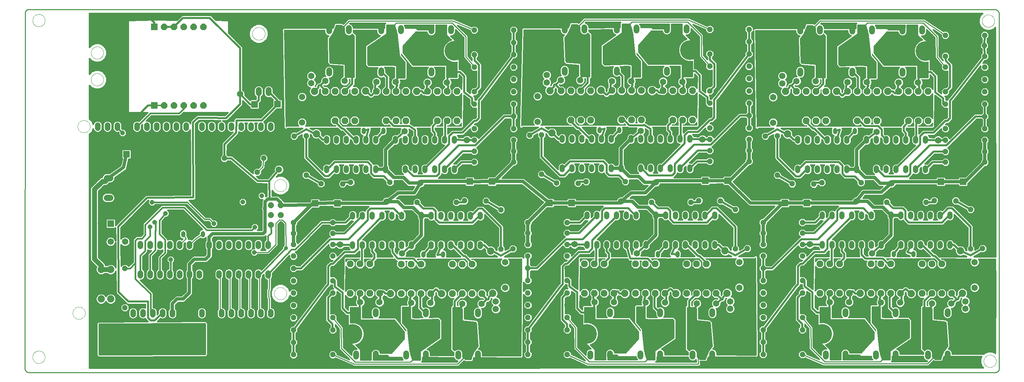
<source format=gtl>
G75*
%MOIN*%
%OFA0B0*%
%FSLAX25Y25*%
%IPPOS*%
%LPD*%
%AMOC8*
5,1,8,0,0,1.08239X$1,22.5*
%
%ADD10C,0.01000*%
%ADD11C,0.00000*%
%ADD12C,0.05600*%
%ADD13OC8,0.06102*%
%ADD14R,0.06500X0.06500*%
%ADD15C,0.06500*%
%ADD16C,0.07400*%
%ADD17R,0.06600X0.06600*%
%ADD18OC8,0.06600*%
%ADD19C,0.06496*%
%ADD20C,0.06000*%
%ADD21C,0.04362*%
%ADD22OC8,0.05200*%
%ADD23R,0.20000X0.20000*%
%ADD24C,0.20000*%
%ADD25C,0.05200*%
%ADD26OC8,0.06800*%
%ADD27C,0.03200*%
%ADD28C,0.02000*%
%ADD29C,0.01200*%
%ADD30C,0.01600*%
%ADD31OC8,0.04400*%
%ADD32C,0.05000*%
%ADD33C,0.10000*%
%ADD34C,0.04200*%
D10*
X0092337Y0092650D02*
X1075963Y0092650D01*
X1076090Y0092658D01*
X1076217Y0092670D01*
X1076344Y0092686D01*
X1076470Y0092706D01*
X1076595Y0092729D01*
X1076720Y0092757D01*
X1076843Y0092788D01*
X1076966Y0092824D01*
X1077088Y0092863D01*
X1077208Y0092905D01*
X1077327Y0092951D01*
X1077444Y0093001D01*
X1077560Y0093055D01*
X1077674Y0093112D01*
X1077786Y0093173D01*
X1077896Y0093237D01*
X1078005Y0093304D01*
X1078111Y0093375D01*
X1078215Y0093449D01*
X1078317Y0093526D01*
X1078416Y0093606D01*
X1078513Y0093689D01*
X1078607Y0093775D01*
X1078698Y0093864D01*
X1078787Y0093956D01*
X1078872Y0094051D01*
X1078955Y0094148D01*
X1079035Y0094247D01*
X1079112Y0094349D01*
X1079185Y0094453D01*
X1079255Y0094560D01*
X1079322Y0094669D01*
X1079386Y0094779D01*
X1079446Y0094892D01*
X1079503Y0095006D01*
X1079556Y0095122D01*
X1079605Y0095240D01*
X1079651Y0095359D01*
X1079693Y0095479D01*
X1079731Y0095601D01*
X1079766Y0095723D01*
X1079797Y0095847D01*
X1079824Y0095972D01*
X1079847Y0096097D01*
X1079866Y0096223D01*
X1079882Y0096350D01*
X1079893Y0096477D01*
X1079901Y0096604D01*
X1079905Y0096732D01*
X1079904Y0096860D01*
X1079900Y0096987D01*
X1079700Y0456713D01*
X1079723Y0456847D01*
X1079742Y0456981D01*
X1079757Y0457116D01*
X1079768Y0457251D01*
X1079775Y0457387D01*
X1079778Y0457522D01*
X1079777Y0457658D01*
X1079772Y0457794D01*
X1079764Y0457929D01*
X1079751Y0458064D01*
X1079734Y0458199D01*
X1079714Y0458333D01*
X1079690Y0458467D01*
X1079661Y0458599D01*
X1079629Y0458731D01*
X1079593Y0458862D01*
X1079554Y0458992D01*
X1079510Y0459120D01*
X1079463Y0459248D01*
X1079412Y0459373D01*
X1079358Y0459498D01*
X1079300Y0459620D01*
X1079238Y0459741D01*
X1079173Y0459860D01*
X1079105Y0459977D01*
X1079033Y0460092D01*
X1078957Y0460205D01*
X1078879Y0460316D01*
X1078797Y0460424D01*
X1078713Y0460530D01*
X1078625Y0460634D01*
X1078534Y0460735D01*
X1078440Y0460833D01*
X1078344Y0460928D01*
X1078244Y0461021D01*
X1078143Y0461110D01*
X1078038Y0461197D01*
X1077931Y0461281D01*
X1077822Y0461361D01*
X1077710Y0461438D01*
X1077596Y0461512D01*
X1077481Y0461583D01*
X1077363Y0461650D01*
X1077243Y0461713D01*
X1077121Y0461774D01*
X1076998Y0461830D01*
X1076873Y0461883D01*
X1076747Y0461933D01*
X1076619Y0461978D01*
X1076490Y0462020D01*
X1076360Y0462058D01*
X1076228Y0462093D01*
X1076096Y0462123D01*
X1075963Y0462150D01*
X0092339Y0462150D01*
X0092228Y0462158D01*
X0092117Y0462163D01*
X0092006Y0462164D01*
X0091895Y0462161D01*
X0091784Y0462154D01*
X0091674Y0462144D01*
X0091564Y0462129D01*
X0091454Y0462111D01*
X0091345Y0462090D01*
X0091237Y0462064D01*
X0091130Y0462035D01*
X0091024Y0462002D01*
X0090919Y0461966D01*
X0090815Y0461926D01*
X0090713Y0461882D01*
X0090612Y0461835D01*
X0090513Y0461785D01*
X0090416Y0461731D01*
X0090321Y0461674D01*
X0090228Y0461614D01*
X0090136Y0461551D01*
X0090047Y0461484D01*
X0089961Y0461415D01*
X0089877Y0461342D01*
X0089795Y0461267D01*
X0089716Y0461189D01*
X0089639Y0461109D01*
X0089566Y0461025D01*
X0089495Y0460940D01*
X0089427Y0460852D01*
X0089363Y0460762D01*
X0089301Y0460669D01*
X0089243Y0460575D01*
X0089188Y0460478D01*
X0089136Y0460380D01*
X0089087Y0460280D01*
X0089042Y0460179D01*
X0089001Y0460076D01*
X0088963Y0459971D01*
X0088929Y0459866D01*
X0088898Y0459759D01*
X0088871Y0459651D01*
X0088848Y0459543D01*
X0088828Y0459433D01*
X0088812Y0459323D01*
X0088800Y0459213D01*
X0088400Y0096987D01*
X0088396Y0096860D01*
X0088395Y0096732D01*
X0088399Y0096604D01*
X0088407Y0096477D01*
X0088418Y0096350D01*
X0088434Y0096223D01*
X0088453Y0096097D01*
X0088476Y0095972D01*
X0088503Y0095847D01*
X0088534Y0095723D01*
X0088569Y0095601D01*
X0088607Y0095479D01*
X0088649Y0095359D01*
X0088695Y0095240D01*
X0088744Y0095122D01*
X0088797Y0095006D01*
X0088854Y0094892D01*
X0088914Y0094779D01*
X0088978Y0094669D01*
X0089045Y0094560D01*
X0089115Y0094453D01*
X0089188Y0094349D01*
X0089265Y0094247D01*
X0089345Y0094148D01*
X0089428Y0094051D01*
X0089513Y0093956D01*
X0089602Y0093864D01*
X0089693Y0093775D01*
X0089787Y0093689D01*
X0089884Y0093606D01*
X0089983Y0093526D01*
X0090085Y0093449D01*
X0090189Y0093375D01*
X0090295Y0093304D01*
X0090404Y0093237D01*
X0090514Y0093173D01*
X0090626Y0093112D01*
X0090740Y0093055D01*
X0090856Y0093001D01*
X0090973Y0092951D01*
X0091092Y0092905D01*
X0091212Y0092863D01*
X0091334Y0092824D01*
X0091457Y0092788D01*
X0091580Y0092757D01*
X0091705Y0092729D01*
X0091830Y0092706D01*
X0091956Y0092686D01*
X0092083Y0092670D01*
X0092210Y0092658D01*
X0092337Y0092650D01*
X0092210Y0092658D01*
X0092083Y0092670D01*
X0091956Y0092686D01*
X0091830Y0092706D01*
X0091705Y0092729D01*
X0091580Y0092757D01*
X0091457Y0092788D01*
X0091334Y0092824D01*
X0091212Y0092863D01*
X0091092Y0092905D01*
X0090973Y0092951D01*
X0090856Y0093001D01*
X0090740Y0093055D01*
X0090626Y0093112D01*
X0090514Y0093173D01*
X0090404Y0093237D01*
X0090295Y0093304D01*
X0090189Y0093375D01*
X0090085Y0093449D01*
X0089983Y0093526D01*
X0089884Y0093606D01*
X0089787Y0093689D01*
X0089693Y0093775D01*
X0089602Y0093864D01*
X0089513Y0093956D01*
X0089428Y0094051D01*
X0089345Y0094148D01*
X0089265Y0094247D01*
X0089188Y0094349D01*
X0089115Y0094453D01*
X0089045Y0094560D01*
X0088978Y0094669D01*
X0088914Y0094779D01*
X0088854Y0094892D01*
X0088797Y0095006D01*
X0088744Y0095122D01*
X0088695Y0095240D01*
X0088649Y0095359D01*
X0088607Y0095479D01*
X0088569Y0095601D01*
X0088534Y0095723D01*
X0088503Y0095847D01*
X0088476Y0095972D01*
X0088453Y0096097D01*
X0088434Y0096223D01*
X0088418Y0096350D01*
X0088407Y0096477D01*
X0088399Y0096604D01*
X0088395Y0096732D01*
X0088396Y0096860D01*
X0088400Y0096987D01*
X0287000Y0154850D02*
X0288400Y0153050D01*
X0287000Y0154850D02*
X0287000Y0190950D01*
X0285900Y0192550D01*
X0295900Y0192550D02*
X0297000Y0190950D01*
X0297000Y0154850D01*
X0298400Y0153050D01*
X0307000Y0154850D02*
X0308400Y0153050D01*
X0307000Y0154850D02*
X0307000Y0190950D01*
X0305900Y0192550D01*
X0315900Y0192550D02*
X0317000Y0190950D01*
X0317000Y0154850D01*
X0318400Y0153050D01*
X0327000Y0154850D02*
X0328400Y0153050D01*
X0327000Y0154850D02*
X0327000Y0190950D01*
X0325900Y0192550D01*
X0326900Y0191550D01*
X0335900Y0192550D02*
X0337000Y0190950D01*
X0337000Y0177150D01*
X0336400Y0176550D01*
X0336400Y0169050D01*
X0337000Y0168450D01*
X0337000Y0154850D01*
X0338400Y0153050D01*
X0401700Y0148386D02*
X0404600Y0144550D01*
X0410200Y0137850D01*
X0410400Y0117350D01*
X0424400Y0103350D01*
X0480900Y0103350D01*
X0482900Y0105350D01*
X0480900Y0111350D01*
X0480900Y0112745D01*
X0480242Y0114333D01*
X0477900Y0136350D01*
X0477900Y0136850D01*
X0472400Y0143350D01*
X0472400Y0159350D01*
X0480900Y0159350D01*
X0480900Y0146850D01*
X0485900Y0146350D01*
X0508900Y0146850D01*
X0510400Y0145350D01*
X0510400Y0127850D01*
X0490900Y0114350D01*
X0490900Y0105350D01*
X0482900Y0105350D01*
X0482651Y0106097D02*
X0490900Y0106097D01*
X0490900Y0107095D02*
X0482318Y0107095D01*
X0481985Y0108094D02*
X0490900Y0108094D01*
X0490900Y0109092D02*
X0481653Y0109092D01*
X0481320Y0110091D02*
X0490900Y0110091D01*
X0490900Y0111089D02*
X0480987Y0111089D01*
X0480900Y0112088D02*
X0490900Y0112088D01*
X0490900Y0113086D02*
X0480759Y0113086D01*
X0480345Y0114085D02*
X0490900Y0114085D01*
X0491959Y0115083D02*
X0480162Y0115083D01*
X0480056Y0116082D02*
X0493401Y0116082D01*
X0494844Y0117080D02*
X0479950Y0117080D01*
X0479844Y0118079D02*
X0496286Y0118079D01*
X0497728Y0119077D02*
X0479738Y0119077D01*
X0479631Y0120076D02*
X0499171Y0120076D01*
X0500613Y0121074D02*
X0479525Y0121074D01*
X0479419Y0122073D02*
X0502055Y0122073D01*
X0503498Y0123071D02*
X0479313Y0123071D01*
X0479206Y0124070D02*
X0504940Y0124070D01*
X0506382Y0125068D02*
X0479100Y0125068D01*
X0478994Y0126067D02*
X0507824Y0126067D01*
X0509267Y0127065D02*
X0478888Y0127065D01*
X0478781Y0128064D02*
X0510400Y0128064D01*
X0510400Y0129062D02*
X0478675Y0129062D01*
X0478569Y0130061D02*
X0510400Y0130061D01*
X0510400Y0131059D02*
X0478463Y0131059D01*
X0478357Y0132058D02*
X0510400Y0132058D01*
X0510400Y0133056D02*
X0478250Y0133056D01*
X0478144Y0134055D02*
X0510400Y0134055D01*
X0510400Y0135053D02*
X0478038Y0135053D01*
X0477932Y0136052D02*
X0510400Y0136052D01*
X0510400Y0137051D02*
X0477730Y0137051D01*
X0476885Y0138049D02*
X0510400Y0138049D01*
X0510400Y0139048D02*
X0476041Y0139048D01*
X0475196Y0140046D02*
X0510400Y0140046D01*
X0510400Y0141045D02*
X0474351Y0141045D01*
X0473506Y0142043D02*
X0510400Y0142043D01*
X0510400Y0143042D02*
X0472661Y0143042D01*
X0472400Y0144040D02*
X0510400Y0144040D01*
X0510400Y0145039D02*
X0472400Y0145039D01*
X0472400Y0146037D02*
X0509713Y0146037D01*
X0510882Y0147696D02*
X0510882Y0147722D01*
X0510299Y0148280D01*
X0509728Y0148850D01*
X0509703Y0148850D01*
X0509685Y0148868D01*
X0508878Y0148850D01*
X0508072Y0148850D01*
X0508054Y0148832D01*
X0499561Y0148647D01*
X0500215Y0149301D01*
X0500900Y0150955D01*
X0500900Y0155745D01*
X0500215Y0157399D01*
X0498949Y0158665D01*
X0497295Y0159350D01*
X0495505Y0159350D01*
X0494042Y0158744D01*
X0493150Y0159636D01*
X0493150Y0168064D01*
X0493216Y0168130D01*
X0493430Y0168130D01*
X0496300Y0171000D01*
X0496300Y0175060D01*
X0493430Y0177930D01*
X0489370Y0177930D01*
X0486500Y0175060D01*
X0486500Y0171000D01*
X0488150Y0169350D01*
X0488150Y0158103D01*
X0488531Y0157184D01*
X0489234Y0156481D01*
X0491900Y0153814D01*
X0491900Y0150955D01*
X0492585Y0149301D01*
X0493373Y0148513D01*
X0485978Y0148352D01*
X0482900Y0148660D01*
X0482900Y0159015D01*
X0484248Y0159573D01*
X0485584Y0160909D01*
X0486307Y0162655D01*
X0486307Y0164545D01*
X0485584Y0166291D01*
X0484248Y0167627D01*
X0483400Y0167978D01*
X0483400Y0168130D01*
X0483430Y0168130D01*
X0486300Y0171000D01*
X0486300Y0175060D01*
X0483430Y0177930D01*
X0479370Y0177930D01*
X0476500Y0175060D01*
X0476500Y0171000D01*
X0478257Y0169243D01*
X0478031Y0169016D01*
X0477650Y0168097D01*
X0477650Y0166410D01*
X0477531Y0166291D01*
X0476807Y0164545D01*
X0476807Y0162655D01*
X0477348Y0161350D01*
X0471572Y0161350D01*
X0470400Y0160178D01*
X0470400Y0143433D01*
X0470338Y0142691D01*
X0470400Y0142617D01*
X0470400Y0142522D01*
X0470927Y0141995D01*
X0475900Y0136117D01*
X0475900Y0135522D01*
X0475986Y0135436D01*
X0476027Y0135052D01*
X0475893Y0135186D01*
X0466400Y0147052D01*
X0466400Y0147178D01*
X0465893Y0147686D01*
X0465444Y0148246D01*
X0465318Y0148260D01*
X0465228Y0148350D01*
X0464511Y0148350D01*
X0463797Y0148429D01*
X0463698Y0148350D01*
X0448264Y0148350D01*
X0449215Y0149301D01*
X0449900Y0150955D01*
X0449900Y0155745D01*
X0449215Y0157399D01*
X0447949Y0158665D01*
X0446295Y0159350D01*
X0444505Y0159350D01*
X0442851Y0158665D01*
X0441585Y0157399D01*
X0440900Y0155745D01*
X0440900Y0150955D01*
X0441585Y0149301D01*
X0442536Y0148350D01*
X0431900Y0148350D01*
X0431900Y0159678D01*
X0431723Y0159856D01*
X0432248Y0160073D01*
X0433584Y0161409D01*
X0434307Y0163155D01*
X0434307Y0165045D01*
X0433584Y0166791D01*
X0432248Y0168127D01*
X0431611Y0168391D01*
X0434300Y0171080D01*
X0434300Y0175140D01*
X0431430Y0178010D01*
X0427370Y0178010D01*
X0424500Y0175140D01*
X0424500Y0171080D01*
X0425900Y0169680D01*
X0425900Y0167160D01*
X0425531Y0166791D01*
X0424807Y0165045D01*
X0424807Y0163155D01*
X0425531Y0161409D01*
X0426090Y0160850D01*
X0418572Y0160850D01*
X0417400Y0159678D01*
X0417400Y0155886D01*
X0414400Y0158885D01*
X0414523Y0171057D01*
X0417370Y0168210D01*
X0421430Y0168210D01*
X0424300Y0171080D01*
X0424300Y0175140D01*
X0421430Y0178010D01*
X0417370Y0178010D01*
X0414565Y0175205D01*
X0414823Y0200757D01*
X0417370Y0198210D01*
X0421430Y0198210D01*
X0424300Y0201080D01*
X0424300Y0205140D01*
X0421430Y0208010D01*
X0417370Y0208010D01*
X0414871Y0205511D01*
X0414900Y0208350D01*
X0428900Y0208350D01*
X0428900Y0208010D01*
X0427370Y0208010D01*
X0424500Y0205140D01*
X0424500Y0201080D01*
X0427370Y0198210D01*
X0431430Y0198210D01*
X0434300Y0201080D01*
X0434300Y0205140D01*
X0433900Y0205540D01*
X0433900Y0208350D01*
X0440114Y0208350D01*
X0439774Y0208010D01*
X0437370Y0208010D01*
X0434500Y0205140D01*
X0434500Y0201080D01*
X0437370Y0198210D01*
X0441430Y0198210D01*
X0444300Y0201080D01*
X0444300Y0205140D01*
X0444138Y0205302D01*
X0446269Y0207434D01*
X0446649Y0208350D01*
X0464682Y0208350D01*
X0465512Y0207278D01*
X0465563Y0207147D01*
X0465814Y0206888D01*
X0466035Y0206602D01*
X0466156Y0206532D01*
X0466254Y0206432D01*
X0466585Y0206287D01*
X0466898Y0206108D01*
X0467037Y0206091D01*
X0467166Y0206035D01*
X0467470Y0206029D01*
X0466500Y0205060D01*
X0466500Y0201000D01*
X0469370Y0198130D01*
X0473430Y0198130D01*
X0476300Y0201000D01*
X0476300Y0205060D01*
X0475430Y0205930D01*
X0477370Y0205930D01*
X0476500Y0205060D01*
X0476500Y0201000D01*
X0479370Y0198130D01*
X0483430Y0198130D01*
X0486300Y0201000D01*
X0486300Y0202231D01*
X0486500Y0202031D01*
X0486500Y0201000D01*
X0489370Y0198130D01*
X0493430Y0198130D01*
X0496300Y0201000D01*
X0496300Y0205060D01*
X0493430Y0207930D01*
X0489370Y0207930D01*
X0488521Y0207081D01*
X0487252Y0208350D01*
X0492412Y0208350D01*
X0493068Y0208078D01*
X0494532Y0208078D01*
X0495188Y0208350D01*
X0502412Y0208350D01*
X0503068Y0208078D01*
X0504532Y0208078D01*
X0505188Y0208350D01*
X0512412Y0208350D01*
X0513068Y0208078D01*
X0514532Y0208078D01*
X0515188Y0208350D01*
X0535614Y0208350D01*
X0538742Y0205222D01*
X0538500Y0204980D01*
X0538500Y0200920D01*
X0541370Y0198050D01*
X0545430Y0198050D01*
X0548300Y0200920D01*
X0548300Y0204980D01*
X0545430Y0207850D01*
X0543186Y0207850D01*
X0542686Y0208350D01*
X0573761Y0208350D01*
X0572952Y0207541D01*
X0572229Y0205795D01*
X0572229Y0203905D01*
X0572952Y0202159D01*
X0574288Y0200823D01*
X0576034Y0200100D01*
X0577924Y0200100D01*
X0579669Y0200823D01*
X0581006Y0202159D01*
X0581729Y0203905D01*
X0581729Y0205795D01*
X0581006Y0207541D01*
X0580196Y0208350D01*
X0592900Y0208350D01*
X0593700Y0208550D01*
X0593200Y0109450D01*
X0553900Y0109686D01*
X0553900Y0112745D01*
X0553215Y0114399D01*
X0551949Y0115665D01*
X0550295Y0116350D01*
X0549691Y0116350D01*
X0550962Y0118098D01*
X0551448Y0118650D01*
X0551442Y0118757D01*
X0551505Y0118844D01*
X0551390Y0119570D01*
X0549900Y0143113D01*
X0549900Y0143878D01*
X0549848Y0143930D01*
X0549844Y0144003D01*
X0549269Y0144509D01*
X0548382Y0145396D01*
X0547916Y0145961D01*
X0547806Y0145972D01*
X0547728Y0146050D01*
X0546996Y0146050D01*
X0535400Y0147167D01*
X0535400Y0158178D01*
X0535369Y0158209D01*
X0536248Y0158573D01*
X0537584Y0159909D01*
X0538307Y0161655D01*
X0538307Y0163545D01*
X0537584Y0165291D01*
X0536248Y0166627D01*
X0534502Y0167350D01*
X0532613Y0167350D01*
X0530867Y0166627D01*
X0529531Y0165291D01*
X0528807Y0163545D01*
X0528807Y0161655D01*
X0529141Y0160850D01*
X0528400Y0160850D01*
X0528400Y0164314D01*
X0532136Y0168050D01*
X0535430Y0168050D01*
X0538300Y0170920D01*
X0538300Y0174980D01*
X0535430Y0177850D01*
X0531370Y0177850D01*
X0528500Y0174980D01*
X0528500Y0171486D01*
X0528300Y0171286D01*
X0528300Y0174980D01*
X0525430Y0177850D01*
X0521370Y0177850D01*
X0518500Y0174980D01*
X0518500Y0170920D01*
X0521370Y0168050D01*
X0525065Y0168050D01*
X0524484Y0167469D01*
X0524484Y0167469D01*
X0523781Y0166766D01*
X0523400Y0165847D01*
X0523400Y0160850D01*
X0523072Y0160850D01*
X0521900Y0159678D01*
X0521900Y0117057D01*
X0521824Y0116962D01*
X0521900Y0116244D01*
X0521900Y0115522D01*
X0521986Y0115436D01*
X0521999Y0115315D01*
X0522561Y0114861D01*
X0523072Y0114350D01*
X0523193Y0114350D01*
X0524970Y0112915D01*
X0524900Y0112745D01*
X0524900Y0109860D01*
X0500900Y0110004D01*
X0500900Y0112745D01*
X0500215Y0114399D01*
X0498949Y0115665D01*
X0497300Y0116348D01*
X0511025Y0125850D01*
X0511228Y0125850D01*
X0511687Y0126308D01*
X0512220Y0126677D01*
X0512256Y0126878D01*
X0512400Y0127022D01*
X0512400Y0127670D01*
X0512516Y0128307D01*
X0512400Y0128475D01*
X0512400Y0146178D01*
X0510882Y0147696D01*
X0510555Y0148034D02*
X0521900Y0148034D01*
X0521900Y0147036D02*
X0511543Y0147036D01*
X0512400Y0146037D02*
X0521900Y0146037D01*
X0521900Y0145039D02*
X0512400Y0145039D01*
X0512400Y0144040D02*
X0521900Y0144040D01*
X0521900Y0143042D02*
X0512400Y0143042D01*
X0512400Y0142043D02*
X0521900Y0142043D01*
X0521900Y0141045D02*
X0512400Y0141045D01*
X0512400Y0140046D02*
X0521900Y0140046D01*
X0521900Y0139048D02*
X0512400Y0139048D01*
X0512400Y0138049D02*
X0521900Y0138049D01*
X0521900Y0137051D02*
X0512400Y0137051D01*
X0512400Y0136052D02*
X0521900Y0136052D01*
X0521900Y0135053D02*
X0512400Y0135053D01*
X0512400Y0134055D02*
X0521900Y0134055D01*
X0521900Y0133056D02*
X0512400Y0133056D01*
X0512400Y0132058D02*
X0521900Y0132058D01*
X0521900Y0131059D02*
X0512400Y0131059D01*
X0512400Y0130061D02*
X0521900Y0130061D01*
X0521900Y0129062D02*
X0512400Y0129062D01*
X0512472Y0128064D02*
X0521900Y0128064D01*
X0521900Y0127065D02*
X0512400Y0127065D01*
X0511445Y0126067D02*
X0521900Y0126067D01*
X0521900Y0125068D02*
X0509896Y0125068D01*
X0508453Y0124070D02*
X0521900Y0124070D01*
X0521900Y0123071D02*
X0507011Y0123071D01*
X0505569Y0122073D02*
X0521900Y0122073D01*
X0521900Y0121074D02*
X0504127Y0121074D01*
X0502684Y0120076D02*
X0521900Y0120076D01*
X0521900Y0119077D02*
X0501242Y0119077D01*
X0499800Y0118079D02*
X0521900Y0118079D01*
X0521900Y0117080D02*
X0498357Y0117080D01*
X0497943Y0116082D02*
X0521900Y0116082D01*
X0522285Y0115083D02*
X0499531Y0115083D01*
X0500345Y0114085D02*
X0523522Y0114085D01*
X0524758Y0113086D02*
X0500759Y0113086D01*
X0500900Y0112088D02*
X0524900Y0112088D01*
X0524900Y0111089D02*
X0500900Y0111089D01*
X0500900Y0110091D02*
X0524900Y0110091D01*
X0525911Y0114725D02*
X0523900Y0116350D01*
X0523900Y0158850D01*
X0531900Y0158850D01*
X0533400Y0157350D01*
X0533400Y0145350D01*
X0546900Y0144050D01*
X0547900Y0143050D01*
X0549400Y0119350D01*
X0546371Y0115184D01*
X0545585Y0114399D01*
X0544900Y0112745D01*
X0544900Y0112650D01*
X0542900Y0107850D01*
X0542400Y0105850D01*
X0536900Y0105850D01*
X0533900Y0108273D01*
X0533900Y0112745D01*
X0533215Y0114399D01*
X0531949Y0115665D01*
X0530295Y0116350D01*
X0528505Y0116350D01*
X0526851Y0115665D01*
X0525911Y0114725D01*
X0526269Y0115083D02*
X0525468Y0115083D01*
X0524232Y0116082D02*
X0527857Y0116082D01*
X0530943Y0116082D02*
X0547023Y0116082D01*
X0547749Y0117080D02*
X0523900Y0117080D01*
X0523900Y0118079D02*
X0548475Y0118079D01*
X0549202Y0119077D02*
X0523900Y0119077D01*
X0523900Y0120076D02*
X0549354Y0120076D01*
X0549291Y0121074D02*
X0523900Y0121074D01*
X0523900Y0122073D02*
X0549228Y0122073D01*
X0549164Y0123071D02*
X0523900Y0123071D01*
X0523900Y0124070D02*
X0549101Y0124070D01*
X0549038Y0125068D02*
X0523900Y0125068D01*
X0523900Y0126067D02*
X0548975Y0126067D01*
X0548912Y0127065D02*
X0523900Y0127065D01*
X0523900Y0128064D02*
X0548848Y0128064D01*
X0548785Y0129062D02*
X0523900Y0129062D01*
X0523900Y0130061D02*
X0548722Y0130061D01*
X0548659Y0131059D02*
X0523900Y0131059D01*
X0523900Y0132058D02*
X0548596Y0132058D01*
X0548532Y0133056D02*
X0523900Y0133056D01*
X0523900Y0134055D02*
X0548469Y0134055D01*
X0548406Y0135053D02*
X0523900Y0135053D01*
X0523900Y0136052D02*
X0548343Y0136052D01*
X0548280Y0137051D02*
X0523900Y0137051D01*
X0523900Y0138049D02*
X0548217Y0138049D01*
X0548153Y0139048D02*
X0523900Y0139048D01*
X0523900Y0140046D02*
X0548090Y0140046D01*
X0548027Y0141045D02*
X0523900Y0141045D01*
X0523900Y0142043D02*
X0547964Y0142043D01*
X0547901Y0143042D02*
X0523900Y0143042D01*
X0523900Y0144040D02*
X0546910Y0144040D01*
X0548740Y0145039D02*
X0593380Y0145039D01*
X0593385Y0146037D02*
X0547741Y0146037D01*
X0548505Y0147350D02*
X0550295Y0147350D01*
X0551949Y0148035D01*
X0553215Y0149301D01*
X0553900Y0150955D01*
X0553900Y0155745D01*
X0553215Y0157399D01*
X0552764Y0157850D01*
X0554187Y0157850D01*
X0555933Y0158573D01*
X0557269Y0159909D01*
X0557993Y0161655D01*
X0557993Y0163157D01*
X0559186Y0164350D01*
X0560147Y0164350D01*
X0561066Y0164731D01*
X0561769Y0165434D01*
X0562519Y0166184D01*
X0562900Y0167103D01*
X0562900Y0168064D01*
X0562913Y0168077D01*
X0563366Y0167890D01*
X0563880Y0167890D01*
X0563531Y0167541D01*
X0562807Y0165795D01*
X0562807Y0163905D01*
X0563531Y0162159D01*
X0564590Y0161100D01*
X0563531Y0160041D01*
X0562807Y0158295D01*
X0562807Y0156405D01*
X0563531Y0154659D01*
X0564867Y0153323D01*
X0566613Y0152600D01*
X0568502Y0152600D01*
X0570248Y0153323D01*
X0571584Y0154659D01*
X0572307Y0156405D01*
X0572307Y0158295D01*
X0571584Y0160041D01*
X0570525Y0161100D01*
X0571584Y0162159D01*
X0572307Y0163905D01*
X0572307Y0165795D01*
X0571584Y0167541D01*
X0570248Y0168877D01*
X0568502Y0169600D01*
X0568264Y0169600D01*
X0568808Y0170144D01*
X0569600Y0172056D01*
X0569600Y0174124D01*
X0568808Y0176036D01*
X0567346Y0177498D01*
X0565434Y0178290D01*
X0563366Y0178290D01*
X0561454Y0177498D01*
X0559992Y0176036D01*
X0559200Y0174124D01*
X0559200Y0172056D01*
X0559382Y0171617D01*
X0558984Y0171219D01*
X0558525Y0170761D01*
X0558300Y0170986D01*
X0558300Y0174980D01*
X0555430Y0177850D01*
X0551370Y0177850D01*
X0548500Y0174980D01*
X0548500Y0170920D01*
X0551370Y0168050D01*
X0554164Y0168050D01*
X0554989Y0167225D01*
X0554843Y0167078D01*
X0554187Y0167350D01*
X0552298Y0167350D01*
X0550552Y0166627D01*
X0549216Y0165291D01*
X0548493Y0163545D01*
X0548493Y0161655D01*
X0549216Y0159909D01*
X0549775Y0159350D01*
X0548505Y0159350D01*
X0546851Y0158665D01*
X0545585Y0157399D01*
X0544900Y0155745D01*
X0544900Y0150955D01*
X0545585Y0149301D01*
X0546851Y0148035D01*
X0548505Y0147350D01*
X0546853Y0148034D02*
X0535400Y0148034D01*
X0535400Y0149033D02*
X0545853Y0149033D01*
X0545283Y0150031D02*
X0535400Y0150031D01*
X0535400Y0151030D02*
X0544900Y0151030D01*
X0544900Y0152028D02*
X0535400Y0152028D01*
X0535400Y0153027D02*
X0544900Y0153027D01*
X0544900Y0154025D02*
X0535400Y0154025D01*
X0535400Y0155024D02*
X0544900Y0155024D01*
X0545015Y0156022D02*
X0535400Y0156022D01*
X0535400Y0157021D02*
X0545428Y0157021D01*
X0546205Y0158019D02*
X0535400Y0158019D01*
X0536693Y0159018D02*
X0547703Y0159018D01*
X0549171Y0160016D02*
X0537629Y0160016D01*
X0538042Y0161015D02*
X0548758Y0161015D01*
X0548493Y0162013D02*
X0538307Y0162013D01*
X0538307Y0163012D02*
X0548493Y0163012D01*
X0548685Y0164010D02*
X0538115Y0164010D01*
X0537701Y0165009D02*
X0549099Y0165009D01*
X0549932Y0166007D02*
X0536868Y0166007D01*
X0535333Y0167006D02*
X0551467Y0167006D01*
X0550417Y0169003D02*
X0546382Y0169003D01*
X0545430Y0168050D02*
X0548300Y0170920D01*
X0548300Y0174980D01*
X0545430Y0177850D01*
X0541370Y0177850D01*
X0538500Y0174980D01*
X0538500Y0170920D01*
X0541370Y0168050D01*
X0545430Y0168050D01*
X0547381Y0170001D02*
X0549419Y0170001D01*
X0548500Y0171000D02*
X0548300Y0171000D01*
X0548300Y0171998D02*
X0548500Y0171998D01*
X0548500Y0172997D02*
X0548300Y0172997D01*
X0548300Y0173995D02*
X0548500Y0173995D01*
X0548514Y0174994D02*
X0548286Y0174994D01*
X0547287Y0175992D02*
X0549513Y0175992D01*
X0550511Y0176991D02*
X0546289Y0176991D01*
X0540511Y0176991D02*
X0536289Y0176991D01*
X0537287Y0175992D02*
X0539513Y0175992D01*
X0538514Y0174994D02*
X0538286Y0174994D01*
X0538300Y0173995D02*
X0538500Y0173995D01*
X0538500Y0172997D02*
X0538300Y0172997D01*
X0538300Y0171998D02*
X0538500Y0171998D01*
X0538500Y0171000D02*
X0538300Y0171000D01*
X0537381Y0170001D02*
X0539419Y0170001D01*
X0540417Y0169003D02*
X0536382Y0169003D01*
X0532090Y0168004D02*
X0554210Y0168004D01*
X0558300Y0171000D02*
X0558764Y0171000D01*
X0559224Y0171998D02*
X0558300Y0171998D01*
X0558300Y0172997D02*
X0559200Y0172997D01*
X0559200Y0173995D02*
X0558300Y0173995D01*
X0558286Y0174994D02*
X0559560Y0174994D01*
X0559974Y0175992D02*
X0557287Y0175992D01*
X0556289Y0176991D02*
X0560947Y0176991D01*
X0562640Y0177989D02*
X0513580Y0177989D01*
X0513434Y0178050D02*
X0511366Y0178050D01*
X0510390Y0177646D01*
X0509269Y0178766D01*
X0508566Y0179469D01*
X0507647Y0179850D01*
X0505903Y0179850D01*
X0504984Y0179469D01*
X0503437Y0177923D01*
X0503430Y0177930D01*
X0499370Y0177930D01*
X0496500Y0175060D01*
X0496500Y0171000D01*
X0499370Y0168130D01*
X0499767Y0168130D01*
X0498552Y0167627D01*
X0497216Y0166291D01*
X0496493Y0164545D01*
X0496493Y0162655D01*
X0497216Y0160909D01*
X0498552Y0159573D01*
X0500298Y0158850D01*
X0502187Y0158850D01*
X0503933Y0159573D01*
X0505269Y0160909D01*
X0505993Y0162655D01*
X0505993Y0164545D01*
X0505269Y0166291D01*
X0505150Y0166410D01*
X0505150Y0169850D01*
X0506300Y0171000D01*
X0506300Y0173714D01*
X0506775Y0174189D01*
X0507200Y0173764D01*
X0507200Y0171816D01*
X0507992Y0169904D01*
X0509454Y0168442D01*
X0511366Y0167650D01*
X0513434Y0167650D01*
X0515346Y0168442D01*
X0516808Y0169904D01*
X0517600Y0171816D01*
X0517600Y0173884D01*
X0516808Y0175796D01*
X0515346Y0177258D01*
X0513434Y0178050D01*
X0511220Y0177989D02*
X0510046Y0177989D01*
X0509048Y0178988D02*
X0572229Y0178988D01*
X0572229Y0179795D02*
X0572229Y0177905D01*
X0572952Y0176159D01*
X0574288Y0174823D01*
X0576034Y0174100D01*
X0577924Y0174100D01*
X0579669Y0174823D01*
X0581006Y0176159D01*
X0581729Y0177905D01*
X0581729Y0179795D01*
X0581006Y0181541D01*
X0579669Y0182877D01*
X0577924Y0183600D01*
X0576034Y0183600D01*
X0574288Y0182877D01*
X0572952Y0181541D01*
X0572229Y0179795D01*
X0572308Y0179987D02*
X0414613Y0179987D01*
X0414624Y0180985D02*
X0572722Y0180985D01*
X0573395Y0181984D02*
X0414634Y0181984D01*
X0414644Y0182982D02*
X0574542Y0182982D01*
X0579415Y0182982D02*
X0593571Y0182982D01*
X0593566Y0181984D02*
X0580563Y0181984D01*
X0581236Y0180985D02*
X0593561Y0180985D01*
X0593556Y0179987D02*
X0581649Y0179987D01*
X0581729Y0178988D02*
X0593551Y0178988D01*
X0593546Y0177989D02*
X0581729Y0177989D01*
X0581350Y0176991D02*
X0593541Y0176991D01*
X0593536Y0175992D02*
X0580839Y0175992D01*
X0579840Y0174994D02*
X0593531Y0174994D01*
X0593526Y0173995D02*
X0569600Y0173995D01*
X0569600Y0172997D02*
X0593521Y0172997D01*
X0593516Y0171998D02*
X0569576Y0171998D01*
X0569163Y0171000D02*
X0593511Y0171000D01*
X0593506Y0170001D02*
X0568665Y0170001D01*
X0569944Y0169003D02*
X0593500Y0169003D01*
X0593495Y0168004D02*
X0571121Y0168004D01*
X0571806Y0167006D02*
X0593490Y0167006D01*
X0593485Y0166007D02*
X0572219Y0166007D01*
X0572307Y0165009D02*
X0593480Y0165009D01*
X0593475Y0164010D02*
X0572307Y0164010D01*
X0571937Y0163012D02*
X0593470Y0163012D01*
X0593465Y0162013D02*
X0571438Y0162013D01*
X0570610Y0161015D02*
X0593460Y0161015D01*
X0593455Y0160016D02*
X0571594Y0160016D01*
X0572008Y0159018D02*
X0593450Y0159018D01*
X0593445Y0158019D02*
X0572307Y0158019D01*
X0572307Y0157021D02*
X0593440Y0157021D01*
X0593435Y0156022D02*
X0572149Y0156022D01*
X0571735Y0155024D02*
X0593430Y0155024D01*
X0593425Y0154025D02*
X0570950Y0154025D01*
X0569532Y0153027D02*
X0593420Y0153027D01*
X0593415Y0152028D02*
X0553900Y0152028D01*
X0553900Y0151030D02*
X0593410Y0151030D01*
X0593405Y0150031D02*
X0553517Y0150031D01*
X0552947Y0149033D02*
X0593400Y0149033D01*
X0593395Y0148034D02*
X0551947Y0148034D01*
X0549802Y0144040D02*
X0593375Y0144040D01*
X0593369Y0143042D02*
X0549905Y0143042D01*
X0549968Y0142043D02*
X0593364Y0142043D01*
X0593359Y0141045D02*
X0550031Y0141045D01*
X0550094Y0140046D02*
X0593354Y0140046D01*
X0593349Y0139048D02*
X0550157Y0139048D01*
X0550221Y0138049D02*
X0593344Y0138049D01*
X0593339Y0137051D02*
X0550284Y0137051D01*
X0550347Y0136052D02*
X0593334Y0136052D01*
X0593329Y0135053D02*
X0550410Y0135053D01*
X0550473Y0134055D02*
X0593324Y0134055D01*
X0593319Y0133056D02*
X0550536Y0133056D01*
X0550600Y0132058D02*
X0593314Y0132058D01*
X0593309Y0131059D02*
X0550663Y0131059D01*
X0550726Y0130061D02*
X0593304Y0130061D01*
X0593299Y0129062D02*
X0550789Y0129062D01*
X0550852Y0128064D02*
X0593294Y0128064D01*
X0593289Y0127065D02*
X0550916Y0127065D01*
X0550979Y0126067D02*
X0593284Y0126067D01*
X0593279Y0125068D02*
X0551042Y0125068D01*
X0551105Y0124070D02*
X0593274Y0124070D01*
X0593269Y0123071D02*
X0551168Y0123071D01*
X0551232Y0122073D02*
X0593264Y0122073D01*
X0593259Y0121074D02*
X0551295Y0121074D01*
X0551358Y0120076D02*
X0593254Y0120076D01*
X0593249Y0119077D02*
X0551468Y0119077D01*
X0550948Y0118079D02*
X0593244Y0118079D01*
X0593239Y0117080D02*
X0550222Y0117080D01*
X0550943Y0116082D02*
X0593233Y0116082D01*
X0593228Y0115083D02*
X0552531Y0115083D01*
X0553345Y0114085D02*
X0593223Y0114085D01*
X0593218Y0113086D02*
X0553759Y0113086D01*
X0553900Y0112088D02*
X0593213Y0112088D01*
X0593208Y0111089D02*
X0553900Y0111089D01*
X0553900Y0110091D02*
X0593203Y0110091D01*
X0640200Y0110950D02*
X0661000Y0101150D01*
X0773700Y0101150D01*
X0773400Y0107550D01*
X0773456Y0107620D01*
X0772870Y0108094D02*
X0781418Y0108094D01*
X0781400Y0108050D02*
X0780900Y0106050D01*
X0775400Y0106050D01*
X0772400Y0108473D01*
X0772400Y0112945D01*
X0771715Y0114599D01*
X0770449Y0115865D01*
X0768795Y0116550D01*
X0767005Y0116550D01*
X0765351Y0115865D01*
X0764411Y0114925D01*
X0762400Y0116550D01*
X0762400Y0159050D01*
X0770400Y0159050D01*
X0771900Y0157550D01*
X0771900Y0145550D01*
X0784600Y0144150D01*
X0785600Y0143150D01*
X0787900Y0119550D01*
X0784871Y0115384D01*
X0784085Y0114599D01*
X0783400Y0112945D01*
X0783400Y0112850D01*
X0781400Y0108050D01*
X0781161Y0107095D02*
X0774106Y0107095D01*
X0775342Y0106097D02*
X0780912Y0106097D01*
X0781834Y0109092D02*
X0772400Y0109092D01*
X0772400Y0110091D02*
X0782250Y0110091D01*
X0782666Y0111089D02*
X0772400Y0111089D01*
X0772400Y0112088D02*
X0783082Y0112088D01*
X0783458Y0113086D02*
X0772342Y0113086D01*
X0771928Y0114085D02*
X0783872Y0114085D01*
X0784569Y0115083D02*
X0771231Y0115083D01*
X0769925Y0116082D02*
X0785378Y0116082D01*
X0786104Y0117080D02*
X0762400Y0117080D01*
X0762400Y0118079D02*
X0786830Y0118079D01*
X0787556Y0119077D02*
X0762400Y0119077D01*
X0762400Y0120076D02*
X0787849Y0120076D01*
X0787751Y0121074D02*
X0762400Y0121074D01*
X0762400Y0122073D02*
X0787654Y0122073D01*
X0787557Y0123071D02*
X0762400Y0123071D01*
X0762400Y0124070D02*
X0787459Y0124070D01*
X0787362Y0125068D02*
X0762400Y0125068D01*
X0762400Y0126067D02*
X0787265Y0126067D01*
X0787168Y0127065D02*
X0762400Y0127065D01*
X0762400Y0128064D02*
X0787070Y0128064D01*
X0786973Y0129062D02*
X0762400Y0129062D01*
X0762400Y0130061D02*
X0786876Y0130061D01*
X0786778Y0131059D02*
X0762400Y0131059D01*
X0762400Y0132058D02*
X0786681Y0132058D01*
X0786584Y0133056D02*
X0762400Y0133056D01*
X0762400Y0134055D02*
X0786486Y0134055D01*
X0786389Y0135053D02*
X0762400Y0135053D01*
X0762400Y0136052D02*
X0786292Y0136052D01*
X0786194Y0137051D02*
X0762400Y0137051D01*
X0762400Y0138049D02*
X0786097Y0138049D01*
X0786000Y0139048D02*
X0762400Y0139048D01*
X0762400Y0140046D02*
X0785902Y0140046D01*
X0785805Y0141045D02*
X0762400Y0141045D01*
X0762400Y0142043D02*
X0785708Y0142043D01*
X0785611Y0143042D02*
X0762400Y0143042D01*
X0762400Y0144040D02*
X0784710Y0144040D01*
X0786092Y0145486D02*
X0785643Y0146047D01*
X0785517Y0146061D01*
X0785428Y0146150D01*
X0784710Y0146150D01*
X0773900Y0147342D01*
X0773900Y0158378D01*
X0773869Y0158409D01*
X0774748Y0158773D01*
X0776084Y0160109D01*
X0776807Y0161855D01*
X0776807Y0163745D01*
X0776084Y0165491D01*
X0774748Y0166827D01*
X0773002Y0167550D01*
X0771113Y0167550D01*
X0769367Y0166827D01*
X0768031Y0165491D01*
X0767307Y0163745D01*
X0767307Y0161855D01*
X0767641Y0161050D01*
X0766900Y0161050D01*
X0766900Y0164514D01*
X0770636Y0168250D01*
X0773930Y0168250D01*
X0776800Y0171120D01*
X0776800Y0175180D01*
X0773930Y0178050D01*
X0769870Y0178050D01*
X0767000Y0175180D01*
X0767000Y0171686D01*
X0766800Y0171486D01*
X0766800Y0175180D01*
X0763930Y0178050D01*
X0759870Y0178050D01*
X0757000Y0175180D01*
X0757000Y0171120D01*
X0759870Y0168250D01*
X0763565Y0168250D01*
X0762984Y0167669D01*
X0762281Y0166966D01*
X0761900Y0166047D01*
X0761900Y0161050D01*
X0761572Y0161050D01*
X0760400Y0159878D01*
X0760400Y0117257D01*
X0760324Y0117162D01*
X0760400Y0116444D01*
X0760400Y0115722D01*
X0760486Y0115636D01*
X0760499Y0115515D01*
X0761061Y0115061D01*
X0761572Y0114550D01*
X0761693Y0114550D01*
X0763470Y0113115D01*
X0763400Y0112945D01*
X0763400Y0110548D01*
X0739400Y0110617D01*
X0739400Y0112945D01*
X0738715Y0114599D01*
X0737449Y0115865D01*
X0735800Y0116548D01*
X0749525Y0126050D01*
X0749728Y0126050D01*
X0750187Y0126508D01*
X0750720Y0126877D01*
X0750756Y0127078D01*
X0750900Y0127222D01*
X0750900Y0127870D01*
X0751016Y0128507D01*
X0750900Y0128675D01*
X0750900Y0146378D01*
X0749382Y0147896D01*
X0749382Y0147922D01*
X0748799Y0148480D01*
X0748228Y0149050D01*
X0748203Y0149050D01*
X0748185Y0149068D01*
X0747378Y0149050D01*
X0746572Y0149050D01*
X0746554Y0149032D01*
X0738061Y0148847D01*
X0738715Y0149501D01*
X0739400Y0151155D01*
X0739400Y0155945D01*
X0738715Y0157599D01*
X0737449Y0158865D01*
X0735795Y0159550D01*
X0734005Y0159550D01*
X0732542Y0158944D01*
X0731650Y0159836D01*
X0731650Y0168264D01*
X0731716Y0168330D01*
X0731930Y0168330D01*
X0734800Y0171200D01*
X0734800Y0175260D01*
X0731930Y0178130D01*
X0727870Y0178130D01*
X0725000Y0175260D01*
X0725000Y0171200D01*
X0726650Y0169550D01*
X0726650Y0158303D01*
X0727031Y0157384D01*
X0727734Y0156681D01*
X0730400Y0154014D01*
X0730400Y0151155D01*
X0731085Y0149501D01*
X0731873Y0148713D01*
X0724478Y0148552D01*
X0721400Y0148860D01*
X0721400Y0159215D01*
X0722748Y0159773D01*
X0724084Y0161109D01*
X0724807Y0162855D01*
X0724807Y0164745D01*
X0724084Y0166491D01*
X0722748Y0167827D01*
X0721900Y0168178D01*
X0721900Y0168330D01*
X0721930Y0168330D01*
X0724800Y0171200D01*
X0724800Y0175260D01*
X0721930Y0178130D01*
X0717870Y0178130D01*
X0715000Y0175260D01*
X0715000Y0171200D01*
X0716757Y0169443D01*
X0716531Y0169216D01*
X0716150Y0168297D01*
X0716150Y0166610D01*
X0716031Y0166491D01*
X0715307Y0164745D01*
X0715307Y0162855D01*
X0715848Y0161550D01*
X0710072Y0161550D01*
X0708900Y0160378D01*
X0708900Y0143633D01*
X0708838Y0142891D01*
X0708900Y0142817D01*
X0708900Y0142722D01*
X0709427Y0142195D01*
X0714400Y0136317D01*
X0714400Y0135722D01*
X0714486Y0135636D01*
X0714527Y0135252D01*
X0714393Y0135386D01*
X0704900Y0147252D01*
X0704900Y0147378D01*
X0704393Y0147886D01*
X0703944Y0148446D01*
X0703818Y0148460D01*
X0703728Y0148550D01*
X0703011Y0148550D01*
X0702297Y0148629D01*
X0702198Y0148550D01*
X0686764Y0148550D01*
X0687715Y0149501D01*
X0688400Y0151155D01*
X0688400Y0155945D01*
X0687715Y0157599D01*
X0686449Y0158865D01*
X0684795Y0159550D01*
X0683005Y0159550D01*
X0681351Y0158865D01*
X0680085Y0157599D01*
X0679400Y0155945D01*
X0679400Y0151155D01*
X0680085Y0149501D01*
X0681036Y0148550D01*
X0670400Y0148550D01*
X0670400Y0159878D01*
X0670223Y0160056D01*
X0670748Y0160273D01*
X0672084Y0161609D01*
X0672807Y0163355D01*
X0672807Y0165245D01*
X0672084Y0166991D01*
X0670748Y0168327D01*
X0670111Y0168591D01*
X0672800Y0171280D01*
X0672800Y0175340D01*
X0669930Y0178210D01*
X0665870Y0178210D01*
X0663000Y0175340D01*
X0663000Y0171280D01*
X0664400Y0169880D01*
X0664400Y0167360D01*
X0664031Y0166991D01*
X0663307Y0165245D01*
X0663307Y0163355D01*
X0664031Y0161609D01*
X0664590Y0161050D01*
X0657072Y0161050D01*
X0655900Y0159878D01*
X0655900Y0156086D01*
X0652900Y0159085D01*
X0653023Y0171257D01*
X0655870Y0168410D01*
X0659930Y0168410D01*
X0662800Y0171280D01*
X0662800Y0175340D01*
X0659930Y0178210D01*
X0655870Y0178210D01*
X0653065Y0175405D01*
X0653323Y0200957D01*
X0655870Y0198410D01*
X0659930Y0198410D01*
X0662800Y0201280D01*
X0662800Y0205340D01*
X0659930Y0208210D01*
X0655870Y0208210D01*
X0653371Y0205711D01*
X0653400Y0208550D01*
X0667400Y0208550D01*
X0667400Y0208210D01*
X0665870Y0208210D01*
X0663000Y0205340D01*
X0663000Y0201280D01*
X0665870Y0198410D01*
X0669930Y0198410D01*
X0672800Y0201280D01*
X0672800Y0205340D01*
X0672400Y0205740D01*
X0672400Y0208550D01*
X0678614Y0208550D01*
X0678274Y0208210D01*
X0675870Y0208210D01*
X0673000Y0205340D01*
X0673000Y0201280D01*
X0675870Y0198410D01*
X0679930Y0198410D01*
X0682800Y0201280D01*
X0682800Y0205340D01*
X0682638Y0205502D01*
X0684769Y0207634D01*
X0685149Y0208550D01*
X0701914Y0208550D01*
X0702015Y0208206D01*
X0702019Y0208042D01*
X0702154Y0207733D01*
X0702250Y0207410D01*
X0702353Y0207282D01*
X0702419Y0207132D01*
X0702662Y0206898D01*
X0702874Y0206636D01*
X0703018Y0206557D01*
X0703137Y0206444D01*
X0703451Y0206321D01*
X0703747Y0206160D01*
X0703910Y0206142D01*
X0704063Y0206083D01*
X0704401Y0206090D01*
X0704736Y0206054D01*
X0704894Y0206100D01*
X0705861Y0206121D01*
X0705000Y0205260D01*
X0705000Y0201200D01*
X0707870Y0198330D01*
X0711930Y0198330D01*
X0714800Y0201200D01*
X0714800Y0205260D01*
X0713930Y0206130D01*
X0715870Y0206130D01*
X0715000Y0205260D01*
X0715000Y0201200D01*
X0717870Y0198330D01*
X0721930Y0198330D01*
X0724800Y0201200D01*
X0724800Y0202431D01*
X0725000Y0202231D01*
X0725000Y0201200D01*
X0727870Y0198330D01*
X0731930Y0198330D01*
X0734800Y0201200D01*
X0734800Y0205260D01*
X0731930Y0208130D01*
X0727870Y0208130D01*
X0727021Y0207281D01*
X0725752Y0208550D01*
X0730912Y0208550D01*
X0731568Y0208278D01*
X0733032Y0208278D01*
X0733688Y0208550D01*
X0740912Y0208550D01*
X0741568Y0208278D01*
X0743032Y0208278D01*
X0743688Y0208550D01*
X0750912Y0208550D01*
X0751568Y0208278D01*
X0753032Y0208278D01*
X0753688Y0208550D01*
X0774114Y0208550D01*
X0777242Y0205422D01*
X0777000Y0205180D01*
X0777000Y0201120D01*
X0779870Y0198250D01*
X0783930Y0198250D01*
X0786800Y0201120D01*
X0786800Y0205180D01*
X0783930Y0208050D01*
X0781686Y0208050D01*
X0781186Y0208550D01*
X0812261Y0208550D01*
X0811452Y0207741D01*
X0810729Y0205995D01*
X0810729Y0204105D01*
X0811452Y0202359D01*
X0812788Y0201023D01*
X0814534Y0200300D01*
X0816424Y0200300D01*
X0818169Y0201023D01*
X0819506Y0202359D01*
X0820229Y0204105D01*
X0820229Y0205995D01*
X0819506Y0207741D01*
X0818696Y0208550D01*
X0831400Y0208550D01*
X0831900Y0209550D01*
X0832500Y0110350D01*
X0792400Y0110465D01*
X0792400Y0112945D01*
X0791715Y0114599D01*
X0790449Y0115865D01*
X0788795Y0116550D01*
X0788191Y0116550D01*
X0789482Y0118325D01*
X0789971Y0118919D01*
X0789964Y0118988D01*
X0790005Y0119044D01*
X0789885Y0119803D01*
X0787600Y0143247D01*
X0787600Y0143978D01*
X0787521Y0144057D01*
X0787510Y0144169D01*
X0786945Y0144633D01*
X0786092Y0145486D01*
X0786540Y0145039D02*
X0832290Y0145039D01*
X0832284Y0146037D02*
X0785651Y0146037D01*
X0785836Y0148034D02*
X0773900Y0148034D01*
X0773900Y0149033D02*
X0784553Y0149033D01*
X0784085Y0149501D02*
X0785351Y0148235D01*
X0787005Y0147550D01*
X0788795Y0147550D01*
X0790449Y0148235D01*
X0791715Y0149501D01*
X0792400Y0151155D01*
X0792400Y0155945D01*
X0791715Y0157599D01*
X0791264Y0158050D01*
X0792687Y0158050D01*
X0794433Y0158773D01*
X0795769Y0160109D01*
X0796493Y0161855D01*
X0796493Y0163357D01*
X0797686Y0164550D01*
X0798647Y0164550D01*
X0799566Y0164931D01*
X0800269Y0165634D01*
X0801019Y0166384D01*
X0801400Y0167303D01*
X0801400Y0168264D01*
X0801413Y0168277D01*
X0801866Y0168090D01*
X0802380Y0168090D01*
X0802031Y0167741D01*
X0801307Y0165995D01*
X0801307Y0164105D01*
X0802031Y0162359D01*
X0803090Y0161300D01*
X0802031Y0160241D01*
X0801307Y0158495D01*
X0801307Y0156605D01*
X0802031Y0154859D01*
X0803367Y0153523D01*
X0805113Y0152800D01*
X0807002Y0152800D01*
X0808748Y0153523D01*
X0810084Y0154859D01*
X0810807Y0156605D01*
X0810807Y0158495D01*
X0810084Y0160241D01*
X0809025Y0161300D01*
X0810084Y0162359D01*
X0810807Y0164105D01*
X0810807Y0165995D01*
X0810084Y0167741D01*
X0808748Y0169077D01*
X0807002Y0169800D01*
X0806764Y0169800D01*
X0807308Y0170344D01*
X0808100Y0172256D01*
X0808100Y0174324D01*
X0807308Y0176236D01*
X0805846Y0177698D01*
X0803934Y0178490D01*
X0801866Y0178490D01*
X0799954Y0177698D01*
X0798492Y0176236D01*
X0797700Y0174324D01*
X0797700Y0172256D01*
X0797882Y0171817D01*
X0797484Y0171419D01*
X0797025Y0170961D01*
X0796800Y0171186D01*
X0796800Y0175180D01*
X0793930Y0178050D01*
X0789870Y0178050D01*
X0787000Y0175180D01*
X0787000Y0171120D01*
X0789870Y0168250D01*
X0792664Y0168250D01*
X0793489Y0167425D01*
X0793343Y0167278D01*
X0792687Y0167550D01*
X0790798Y0167550D01*
X0789052Y0166827D01*
X0787716Y0165491D01*
X0786993Y0163745D01*
X0786993Y0161855D01*
X0787716Y0160109D01*
X0788275Y0159550D01*
X0787005Y0159550D01*
X0785351Y0158865D01*
X0784085Y0157599D01*
X0783400Y0155945D01*
X0783400Y0151155D01*
X0784085Y0149501D01*
X0783865Y0150031D02*
X0773900Y0150031D01*
X0773900Y0151030D02*
X0783452Y0151030D01*
X0783400Y0152028D02*
X0773900Y0152028D01*
X0773900Y0153027D02*
X0783400Y0153027D01*
X0783400Y0154025D02*
X0773900Y0154025D01*
X0773900Y0155024D02*
X0783400Y0155024D01*
X0783432Y0156022D02*
X0773900Y0156022D01*
X0773900Y0157021D02*
X0783846Y0157021D01*
X0784505Y0158019D02*
X0773900Y0158019D01*
X0774993Y0159018D02*
X0785720Y0159018D01*
X0787809Y0160016D02*
X0775991Y0160016D01*
X0776459Y0161015D02*
X0787341Y0161015D01*
X0786993Y0162013D02*
X0776807Y0162013D01*
X0776807Y0163012D02*
X0786993Y0163012D01*
X0787102Y0164010D02*
X0776698Y0164010D01*
X0776284Y0165009D02*
X0787516Y0165009D01*
X0788232Y0166007D02*
X0775568Y0166007D01*
X0774316Y0167006D02*
X0789484Y0167006D01*
X0789117Y0169003D02*
X0784682Y0169003D01*
X0783930Y0168250D02*
X0786800Y0171120D01*
X0786800Y0175180D01*
X0783930Y0178050D01*
X0779870Y0178050D01*
X0777000Y0175180D01*
X0777000Y0171120D01*
X0779870Y0168250D01*
X0783930Y0168250D01*
X0785681Y0170001D02*
X0788119Y0170001D01*
X0787120Y0171000D02*
X0786680Y0171000D01*
X0786800Y0171998D02*
X0787000Y0171998D01*
X0787000Y0172997D02*
X0786800Y0172997D01*
X0786800Y0173995D02*
X0787000Y0173995D01*
X0787000Y0174994D02*
X0786800Y0174994D01*
X0785987Y0175992D02*
X0787813Y0175992D01*
X0788811Y0176991D02*
X0784989Y0176991D01*
X0783990Y0177989D02*
X0789810Y0177989D01*
X0793990Y0177989D02*
X0800657Y0177989D01*
X0799247Y0176991D02*
X0794989Y0176991D01*
X0795987Y0175992D02*
X0798391Y0175992D01*
X0797977Y0174994D02*
X0796800Y0174994D01*
X0796800Y0173995D02*
X0797700Y0173995D01*
X0797700Y0172997D02*
X0796800Y0172997D01*
X0796800Y0171998D02*
X0797807Y0171998D01*
X0797064Y0171000D02*
X0796986Y0171000D01*
X0792910Y0168004D02*
X0770390Y0168004D01*
X0769799Y0167006D02*
X0769391Y0167006D01*
X0768547Y0166007D02*
X0768393Y0166007D01*
X0767831Y0165009D02*
X0767394Y0165009D01*
X0767417Y0164010D02*
X0766900Y0164010D01*
X0766900Y0163012D02*
X0767307Y0163012D01*
X0767307Y0162013D02*
X0766900Y0162013D01*
X0770432Y0159018D02*
X0762400Y0159018D01*
X0762400Y0158019D02*
X0771431Y0158019D01*
X0771900Y0157021D02*
X0762400Y0157021D01*
X0762400Y0156022D02*
X0771900Y0156022D01*
X0771900Y0155024D02*
X0762400Y0155024D01*
X0762400Y0154025D02*
X0771900Y0154025D01*
X0771900Y0153027D02*
X0762400Y0153027D01*
X0762400Y0152028D02*
X0771900Y0152028D01*
X0771900Y0151030D02*
X0762400Y0151030D01*
X0762400Y0150031D02*
X0771900Y0150031D01*
X0771900Y0149033D02*
X0762400Y0149033D01*
X0762400Y0148034D02*
X0771900Y0148034D01*
X0771900Y0147036D02*
X0762400Y0147036D01*
X0762400Y0146037D02*
X0771900Y0146037D01*
X0776539Y0145039D02*
X0762400Y0145039D01*
X0760400Y0145039D02*
X0750900Y0145039D01*
X0750900Y0146037D02*
X0760400Y0146037D01*
X0760400Y0147036D02*
X0750243Y0147036D01*
X0749264Y0148034D02*
X0760400Y0148034D01*
X0760400Y0149033D02*
X0748246Y0149033D01*
X0746554Y0149033D02*
X0738247Y0149033D01*
X0738935Y0150031D02*
X0760400Y0150031D01*
X0760400Y0151030D02*
X0739348Y0151030D01*
X0739400Y0152028D02*
X0760400Y0152028D01*
X0760400Y0153027D02*
X0739400Y0153027D01*
X0739400Y0154025D02*
X0760400Y0154025D01*
X0760400Y0155024D02*
X0739400Y0155024D01*
X0739368Y0156022D02*
X0760400Y0156022D01*
X0760400Y0157021D02*
X0738954Y0157021D01*
X0738295Y0158019D02*
X0760400Y0158019D01*
X0760400Y0159018D02*
X0737080Y0159018D01*
X0737052Y0159773D02*
X0738798Y0159050D01*
X0740687Y0159050D01*
X0742433Y0159773D01*
X0743769Y0161109D01*
X0744493Y0162855D01*
X0744493Y0164745D01*
X0743769Y0166491D01*
X0743650Y0166610D01*
X0743650Y0170050D01*
X0744800Y0171200D01*
X0744800Y0173914D01*
X0745275Y0174389D01*
X0745700Y0173964D01*
X0745700Y0172016D01*
X0746492Y0170104D01*
X0747954Y0168642D01*
X0749866Y0167850D01*
X0751934Y0167850D01*
X0753846Y0168642D01*
X0755308Y0170104D01*
X0756100Y0172016D01*
X0756100Y0174084D01*
X0755308Y0175996D01*
X0753846Y0177458D01*
X0751934Y0178250D01*
X0749866Y0178250D01*
X0748890Y0177846D01*
X0747769Y0178966D01*
X0747066Y0179669D01*
X0746147Y0180050D01*
X0744403Y0180050D01*
X0743484Y0179669D01*
X0741937Y0178123D01*
X0741930Y0178130D01*
X0737870Y0178130D01*
X0735000Y0175260D01*
X0735000Y0171200D01*
X0737870Y0168330D01*
X0738267Y0168330D01*
X0737052Y0167827D01*
X0735716Y0166491D01*
X0734993Y0164745D01*
X0734993Y0162855D01*
X0735716Y0161109D01*
X0737052Y0159773D01*
X0736809Y0160016D02*
X0731650Y0160016D01*
X0731650Y0161015D02*
X0735810Y0161015D01*
X0735341Y0162013D02*
X0731650Y0162013D01*
X0731650Y0163012D02*
X0734993Y0163012D01*
X0734993Y0164010D02*
X0731650Y0164010D01*
X0731650Y0165009D02*
X0735102Y0165009D01*
X0735515Y0166007D02*
X0731650Y0166007D01*
X0731650Y0167006D02*
X0736231Y0167006D01*
X0737480Y0168004D02*
X0731650Y0168004D01*
X0732602Y0169003D02*
X0737197Y0169003D01*
X0736199Y0170001D02*
X0733601Y0170001D01*
X0734600Y0171000D02*
X0735200Y0171000D01*
X0735000Y0171998D02*
X0734800Y0171998D01*
X0734800Y0172997D02*
X0735000Y0172997D01*
X0735000Y0173995D02*
X0734800Y0173995D01*
X0734800Y0174994D02*
X0735000Y0174994D01*
X0735733Y0175992D02*
X0734067Y0175992D01*
X0733069Y0176991D02*
X0736731Y0176991D01*
X0737730Y0177989D02*
X0732070Y0177989D01*
X0727730Y0177989D02*
X0722070Y0177989D01*
X0723069Y0176991D02*
X0726731Y0176991D01*
X0725733Y0175992D02*
X0724067Y0175992D01*
X0724800Y0174994D02*
X0725000Y0174994D01*
X0725000Y0173995D02*
X0724800Y0173995D01*
X0724800Y0172997D02*
X0725000Y0172997D01*
X0725000Y0171998D02*
X0724800Y0171998D01*
X0724600Y0171000D02*
X0725200Y0171000D01*
X0726199Y0170001D02*
X0723601Y0170001D01*
X0722602Y0169003D02*
X0726650Y0169003D01*
X0726650Y0168004D02*
X0722320Y0168004D01*
X0723569Y0167006D02*
X0726650Y0167006D01*
X0726650Y0166007D02*
X0724285Y0166007D01*
X0724698Y0165009D02*
X0726650Y0165009D01*
X0726650Y0164010D02*
X0724807Y0164010D01*
X0724807Y0163012D02*
X0726650Y0163012D01*
X0726650Y0162013D02*
X0724459Y0162013D01*
X0723990Y0161015D02*
X0726650Y0161015D01*
X0726650Y0160016D02*
X0722991Y0160016D01*
X0721400Y0159018D02*
X0726650Y0159018D01*
X0726767Y0158019D02*
X0721400Y0158019D01*
X0721400Y0157021D02*
X0727394Y0157021D01*
X0727734Y0156681D02*
X0727734Y0156681D01*
X0728392Y0156022D02*
X0721400Y0156022D01*
X0721400Y0155024D02*
X0729391Y0155024D01*
X0730389Y0154025D02*
X0721400Y0154025D01*
X0721400Y0153027D02*
X0730400Y0153027D01*
X0730400Y0152028D02*
X0721400Y0152028D01*
X0721400Y0151030D02*
X0730452Y0151030D01*
X0730865Y0150031D02*
X0721400Y0150031D01*
X0721400Y0149033D02*
X0731553Y0149033D01*
X0724400Y0146550D02*
X0747400Y0147050D01*
X0748900Y0145550D01*
X0748900Y0128050D01*
X0729400Y0114550D01*
X0729400Y0105550D01*
X0721400Y0105550D01*
X0719400Y0103550D01*
X0662900Y0103550D01*
X0648900Y0117550D01*
X0648700Y0138050D01*
X0643100Y0144750D01*
X0640200Y0148586D01*
X0652968Y0159018D02*
X0655900Y0159018D01*
X0655900Y0158019D02*
X0653966Y0158019D01*
X0654965Y0157021D02*
X0655900Y0157021D01*
X0657900Y0157021D02*
X0668400Y0157021D01*
X0668400Y0158019D02*
X0657900Y0158019D01*
X0657900Y0159018D02*
X0668400Y0159018D01*
X0668400Y0159050D02*
X0668400Y0146550D01*
X0702900Y0146550D01*
X0712900Y0134050D01*
X0712900Y0127050D01*
X0699900Y0112550D01*
X0688400Y0112550D01*
X0688400Y0112945D01*
X0687715Y0114599D01*
X0686449Y0115865D01*
X0684795Y0116550D01*
X0683005Y0116550D01*
X0681351Y0115865D01*
X0680085Y0114599D01*
X0679400Y0112945D01*
X0679400Y0105550D01*
X0668400Y0105550D01*
X0668400Y0116050D01*
X0663288Y0120918D01*
X0664839Y0121334D01*
X0667461Y0122848D01*
X0669602Y0124989D01*
X0671116Y0127611D01*
X0671900Y0130536D01*
X0671900Y0133564D01*
X0671116Y0136489D01*
X0669602Y0139111D01*
X0667461Y0141252D01*
X0664839Y0142766D01*
X0661914Y0143550D01*
X0658886Y0143550D01*
X0657900Y0143286D01*
X0657900Y0159050D01*
X0668400Y0159050D01*
X0670400Y0159018D02*
X0681720Y0159018D01*
X0680505Y0158019D02*
X0670400Y0158019D01*
X0670400Y0157021D02*
X0679846Y0157021D01*
X0679432Y0156022D02*
X0670400Y0156022D01*
X0670400Y0155024D02*
X0679400Y0155024D01*
X0679400Y0154025D02*
X0670400Y0154025D01*
X0670400Y0153027D02*
X0679400Y0153027D01*
X0679400Y0152028D02*
X0670400Y0152028D01*
X0670400Y0151030D02*
X0679452Y0151030D01*
X0679865Y0150031D02*
X0670400Y0150031D01*
X0670400Y0149033D02*
X0680553Y0149033D01*
X0687247Y0149033D02*
X0708900Y0149033D01*
X0708900Y0150031D02*
X0687935Y0150031D01*
X0688348Y0151030D02*
X0708900Y0151030D01*
X0708900Y0152028D02*
X0688400Y0152028D01*
X0688400Y0153027D02*
X0708900Y0153027D01*
X0708900Y0154025D02*
X0688400Y0154025D01*
X0688400Y0155024D02*
X0708900Y0155024D01*
X0708900Y0156022D02*
X0688368Y0156022D01*
X0687954Y0157021D02*
X0708900Y0157021D01*
X0708900Y0158019D02*
X0687295Y0158019D01*
X0686080Y0159018D02*
X0708900Y0159018D01*
X0708900Y0160016D02*
X0689813Y0160016D01*
X0690433Y0160273D02*
X0688687Y0159550D01*
X0686798Y0159550D01*
X0685052Y0160273D01*
X0683716Y0161609D01*
X0682993Y0163355D01*
X0682993Y0165245D01*
X0683716Y0166991D01*
X0685052Y0168327D01*
X0685689Y0168591D01*
X0683000Y0171280D01*
X0683000Y0175340D01*
X0685870Y0178210D01*
X0689930Y0178210D01*
X0690340Y0177800D01*
X0692147Y0177800D01*
X0693066Y0177419D01*
X0693769Y0176716D01*
X0694456Y0176030D01*
X0694492Y0176116D01*
X0695954Y0177578D01*
X0697866Y0178370D01*
X0699934Y0178370D01*
X0701846Y0177578D01*
X0703308Y0176116D01*
X0704100Y0174204D01*
X0704100Y0172136D01*
X0703308Y0170224D01*
X0701846Y0168762D01*
X0699934Y0167970D01*
X0697866Y0167970D01*
X0695954Y0168762D01*
X0694492Y0170224D01*
X0694357Y0170550D01*
X0693403Y0170550D01*
X0692484Y0170931D01*
X0692467Y0170947D01*
X0691150Y0169630D01*
X0691150Y0167610D01*
X0691769Y0166991D01*
X0692493Y0165245D01*
X0692493Y0163355D01*
X0691769Y0161609D01*
X0690433Y0160273D01*
X0691175Y0161015D02*
X0709536Y0161015D01*
X0710900Y0159550D02*
X0719400Y0159550D01*
X0719400Y0147050D01*
X0724400Y0146550D01*
X0719544Y0147036D02*
X0710900Y0147036D01*
X0710900Y0148034D02*
X0719400Y0148034D01*
X0719400Y0149033D02*
X0710900Y0149033D01*
X0710900Y0150031D02*
X0719400Y0150031D01*
X0719400Y0151030D02*
X0710900Y0151030D01*
X0710900Y0152028D02*
X0719400Y0152028D01*
X0719400Y0153027D02*
X0710900Y0153027D01*
X0710900Y0154025D02*
X0719400Y0154025D01*
X0719400Y0155024D02*
X0710900Y0155024D01*
X0710900Y0156022D02*
X0719400Y0156022D01*
X0719400Y0157021D02*
X0710900Y0157021D01*
X0710900Y0158019D02*
X0719400Y0158019D01*
X0719400Y0159018D02*
X0710900Y0159018D01*
X0710900Y0159550D02*
X0710900Y0143550D01*
X0716400Y0137050D01*
X0716400Y0136550D01*
X0718742Y0114533D01*
X0719400Y0112945D01*
X0719400Y0111550D01*
X0721400Y0105550D01*
X0721218Y0106097D02*
X0729400Y0106097D01*
X0729400Y0107095D02*
X0720885Y0107095D01*
X0720552Y0108094D02*
X0729400Y0108094D01*
X0729400Y0109092D02*
X0720219Y0109092D01*
X0719886Y0110091D02*
X0729400Y0110091D01*
X0729400Y0111089D02*
X0719554Y0111089D01*
X0719400Y0112088D02*
X0729400Y0112088D01*
X0729400Y0113086D02*
X0719342Y0113086D01*
X0718928Y0114085D02*
X0729400Y0114085D01*
X0730170Y0115083D02*
X0718684Y0115083D01*
X0718577Y0116082D02*
X0731613Y0116082D01*
X0733055Y0117080D02*
X0718471Y0117080D01*
X0718365Y0118079D02*
X0734497Y0118079D01*
X0735939Y0119077D02*
X0718259Y0119077D01*
X0718153Y0120076D02*
X0737382Y0120076D01*
X0738824Y0121074D02*
X0718046Y0121074D01*
X0717940Y0122073D02*
X0740266Y0122073D01*
X0741709Y0123071D02*
X0717834Y0123071D01*
X0717728Y0124070D02*
X0743151Y0124070D01*
X0744593Y0125068D02*
X0717621Y0125068D01*
X0717515Y0126067D02*
X0746036Y0126067D01*
X0747478Y0127065D02*
X0717409Y0127065D01*
X0717303Y0128064D02*
X0748900Y0128064D01*
X0748900Y0129062D02*
X0717197Y0129062D01*
X0717090Y0130061D02*
X0748900Y0130061D01*
X0748900Y0131059D02*
X0716984Y0131059D01*
X0716878Y0132058D02*
X0748900Y0132058D01*
X0748900Y0133056D02*
X0716772Y0133056D01*
X0716665Y0134055D02*
X0748900Y0134055D01*
X0748900Y0135053D02*
X0716559Y0135053D01*
X0716453Y0136052D02*
X0748900Y0136052D01*
X0748900Y0137051D02*
X0716400Y0137051D01*
X0715555Y0138049D02*
X0748900Y0138049D01*
X0748900Y0139048D02*
X0714710Y0139048D01*
X0713865Y0140046D02*
X0748900Y0140046D01*
X0748900Y0141045D02*
X0713020Y0141045D01*
X0712175Y0142043D02*
X0748900Y0142043D01*
X0748900Y0143042D02*
X0711330Y0143042D01*
X0710900Y0144040D02*
X0748900Y0144040D01*
X0748900Y0145039D02*
X0710900Y0145039D01*
X0710900Y0146037D02*
X0748413Y0146037D01*
X0747414Y0147036D02*
X0746739Y0147036D01*
X0750900Y0144040D02*
X0760400Y0144040D01*
X0760400Y0143042D02*
X0750900Y0143042D01*
X0750900Y0142043D02*
X0760400Y0142043D01*
X0760400Y0141045D02*
X0750900Y0141045D01*
X0750900Y0140046D02*
X0760400Y0140046D01*
X0760400Y0139048D02*
X0750900Y0139048D01*
X0750900Y0138049D02*
X0760400Y0138049D01*
X0760400Y0137051D02*
X0750900Y0137051D01*
X0750900Y0136052D02*
X0760400Y0136052D01*
X0760400Y0135053D02*
X0750900Y0135053D01*
X0750900Y0134055D02*
X0760400Y0134055D01*
X0760400Y0133056D02*
X0750900Y0133056D01*
X0750900Y0132058D02*
X0760400Y0132058D01*
X0760400Y0131059D02*
X0750900Y0131059D01*
X0750900Y0130061D02*
X0760400Y0130061D01*
X0760400Y0129062D02*
X0750900Y0129062D01*
X0750935Y0128064D02*
X0760400Y0128064D01*
X0760400Y0127065D02*
X0750754Y0127065D01*
X0749745Y0126067D02*
X0760400Y0126067D01*
X0760400Y0125068D02*
X0748107Y0125068D01*
X0746665Y0124070D02*
X0760400Y0124070D01*
X0760400Y0123071D02*
X0745222Y0123071D01*
X0743780Y0122073D02*
X0760400Y0122073D01*
X0760400Y0121074D02*
X0742338Y0121074D01*
X0740895Y0120076D02*
X0760400Y0120076D01*
X0760400Y0119077D02*
X0739453Y0119077D01*
X0738011Y0118079D02*
X0760400Y0118079D01*
X0760332Y0117080D02*
X0736568Y0117080D01*
X0736925Y0116082D02*
X0760400Y0116082D01*
X0761033Y0115083D02*
X0738231Y0115083D01*
X0738928Y0114085D02*
X0762269Y0114085D01*
X0763458Y0113086D02*
X0739342Y0113086D01*
X0739400Y0112088D02*
X0763400Y0112088D01*
X0763400Y0111089D02*
X0739400Y0111089D01*
X0762980Y0116082D02*
X0765875Y0116082D01*
X0764569Y0115083D02*
X0764216Y0115083D01*
X0788577Y0117080D02*
X0832459Y0117080D01*
X0832465Y0116082D02*
X0789925Y0116082D01*
X0791231Y0115083D02*
X0832471Y0115083D01*
X0832477Y0114085D02*
X0791928Y0114085D01*
X0792342Y0113086D02*
X0832483Y0113086D01*
X0832489Y0112088D02*
X0792400Y0112088D01*
X0792400Y0111089D02*
X0832496Y0111089D01*
X0832453Y0118079D02*
X0789303Y0118079D01*
X0789999Y0119077D02*
X0832447Y0119077D01*
X0832441Y0120076D02*
X0789858Y0120076D01*
X0789761Y0121074D02*
X0832435Y0121074D01*
X0832429Y0122073D02*
X0789664Y0122073D01*
X0789566Y0123071D02*
X0832423Y0123071D01*
X0832417Y0124070D02*
X0789469Y0124070D01*
X0789372Y0125068D02*
X0832411Y0125068D01*
X0832405Y0126067D02*
X0789274Y0126067D01*
X0789177Y0127065D02*
X0832399Y0127065D01*
X0832393Y0128064D02*
X0789080Y0128064D01*
X0788982Y0129062D02*
X0832387Y0129062D01*
X0832381Y0130061D02*
X0788885Y0130061D01*
X0788788Y0131059D02*
X0832375Y0131059D01*
X0832369Y0132058D02*
X0788690Y0132058D01*
X0788593Y0133056D02*
X0832363Y0133056D01*
X0832357Y0134055D02*
X0788496Y0134055D01*
X0788399Y0135053D02*
X0832351Y0135053D01*
X0832345Y0136052D02*
X0788301Y0136052D01*
X0788204Y0137051D02*
X0832338Y0137051D01*
X0832332Y0138049D02*
X0788107Y0138049D01*
X0788009Y0139048D02*
X0832326Y0139048D01*
X0832320Y0140046D02*
X0787912Y0140046D01*
X0787815Y0141045D02*
X0832314Y0141045D01*
X0832308Y0142043D02*
X0787717Y0142043D01*
X0787620Y0143042D02*
X0832302Y0143042D01*
X0832296Y0144040D02*
X0787538Y0144040D01*
X0789964Y0148034D02*
X0832272Y0148034D01*
X0832278Y0147036D02*
X0776676Y0147036D01*
X0791247Y0149033D02*
X0832266Y0149033D01*
X0832260Y0150031D02*
X0791935Y0150031D01*
X0792348Y0151030D02*
X0832254Y0151030D01*
X0832248Y0152028D02*
X0792400Y0152028D01*
X0792400Y0153027D02*
X0804565Y0153027D01*
X0802865Y0154025D02*
X0792400Y0154025D01*
X0792400Y0155024D02*
X0801963Y0155024D01*
X0801549Y0156022D02*
X0792368Y0156022D01*
X0791954Y0157021D02*
X0801307Y0157021D01*
X0801307Y0158019D02*
X0791295Y0158019D01*
X0794678Y0159018D02*
X0801524Y0159018D01*
X0801938Y0160016D02*
X0795676Y0160016D01*
X0796144Y0161015D02*
X0802805Y0161015D01*
X0802377Y0162013D02*
X0796493Y0162013D01*
X0796493Y0163012D02*
X0801760Y0163012D01*
X0801347Y0164010D02*
X0797146Y0164010D01*
X0799644Y0165009D02*
X0801307Y0165009D01*
X0801313Y0166007D02*
X0800643Y0166007D01*
X0800269Y0165634D02*
X0800269Y0165634D01*
X0801277Y0167006D02*
X0801726Y0167006D01*
X0801400Y0168004D02*
X0802294Y0168004D01*
X0806965Y0170001D02*
X0832139Y0170001D01*
X0832145Y0169003D02*
X0808822Y0169003D01*
X0809821Y0168004D02*
X0832151Y0168004D01*
X0832157Y0167006D02*
X0810389Y0167006D01*
X0810802Y0166007D02*
X0832163Y0166007D01*
X0832169Y0165009D02*
X0810807Y0165009D01*
X0810768Y0164010D02*
X0832175Y0164010D01*
X0832181Y0163012D02*
X0810355Y0163012D01*
X0809738Y0162013D02*
X0832188Y0162013D01*
X0832194Y0161015D02*
X0809310Y0161015D01*
X0810177Y0160016D02*
X0832200Y0160016D01*
X0832206Y0159018D02*
X0810591Y0159018D01*
X0810807Y0158019D02*
X0832212Y0158019D01*
X0832218Y0157021D02*
X0810807Y0157021D01*
X0810566Y0156022D02*
X0832224Y0156022D01*
X0832230Y0155024D02*
X0810152Y0155024D01*
X0809250Y0154025D02*
X0832236Y0154025D01*
X0832242Y0153027D02*
X0807550Y0153027D01*
X0807580Y0171000D02*
X0832133Y0171000D01*
X0832127Y0171998D02*
X0807993Y0171998D01*
X0808100Y0172997D02*
X0832121Y0172997D01*
X0832115Y0173995D02*
X0808100Y0173995D01*
X0807823Y0174994D02*
X0812859Y0174994D01*
X0812788Y0175023D02*
X0814534Y0174300D01*
X0816424Y0174300D01*
X0818169Y0175023D01*
X0819506Y0176359D01*
X0820229Y0178105D01*
X0820229Y0179995D01*
X0819506Y0181741D01*
X0818169Y0183077D01*
X0816424Y0183800D01*
X0814534Y0183800D01*
X0812788Y0183077D01*
X0811452Y0181741D01*
X0810729Y0179995D01*
X0810729Y0178105D01*
X0811452Y0176359D01*
X0812788Y0175023D01*
X0811819Y0175992D02*
X0807409Y0175992D01*
X0806553Y0176991D02*
X0811190Y0176991D01*
X0810777Y0177989D02*
X0805143Y0177989D01*
X0810729Y0178988D02*
X0747748Y0178988D01*
X0748746Y0177989D02*
X0749237Y0177989D01*
X0752563Y0177989D02*
X0759810Y0177989D01*
X0758811Y0176991D02*
X0754313Y0176991D01*
X0755310Y0175992D02*
X0757813Y0175992D01*
X0757000Y0174994D02*
X0755723Y0174994D01*
X0756100Y0173995D02*
X0757000Y0173995D01*
X0757000Y0172997D02*
X0756100Y0172997D01*
X0756093Y0171998D02*
X0757000Y0171998D01*
X0757120Y0171000D02*
X0755679Y0171000D01*
X0755205Y0170001D02*
X0758119Y0170001D01*
X0759117Y0169003D02*
X0754207Y0169003D01*
X0752307Y0168004D02*
X0763319Y0168004D01*
X0762320Y0167006D02*
X0743650Y0167006D01*
X0743650Y0168004D02*
X0749493Y0168004D01*
X0747593Y0169003D02*
X0743650Y0169003D01*
X0743650Y0170001D02*
X0746595Y0170001D01*
X0746121Y0171000D02*
X0744600Y0171000D01*
X0744800Y0171998D02*
X0745707Y0171998D01*
X0745700Y0172997D02*
X0744800Y0172997D01*
X0744881Y0173995D02*
X0745669Y0173995D01*
X0742802Y0178988D02*
X0653101Y0178988D01*
X0653111Y0179987D02*
X0744249Y0179987D01*
X0746301Y0179987D02*
X0810729Y0179987D01*
X0811139Y0180985D02*
X0653122Y0180985D01*
X0653132Y0181984D02*
X0811695Y0181984D01*
X0812693Y0182982D02*
X0653142Y0182982D01*
X0653152Y0183981D02*
X0832055Y0183981D01*
X0832049Y0184979D02*
X0653162Y0184979D01*
X0653172Y0185978D02*
X0832043Y0185978D01*
X0832037Y0186976D02*
X0653182Y0186976D01*
X0653192Y0187975D02*
X0832030Y0187975D01*
X0832024Y0188973D02*
X0653202Y0188973D01*
X0653212Y0189972D02*
X0832018Y0189972D01*
X0832012Y0190970D02*
X0653222Y0190970D01*
X0653233Y0191969D02*
X0832006Y0191969D01*
X0832000Y0192967D02*
X0653243Y0192967D01*
X0653253Y0193966D02*
X0831994Y0193966D01*
X0831988Y0194964D02*
X0653263Y0194964D01*
X0653273Y0195963D02*
X0831982Y0195963D01*
X0831976Y0196961D02*
X0653283Y0196961D01*
X0653293Y0197960D02*
X0831970Y0197960D01*
X0831964Y0198958D02*
X0784638Y0198958D01*
X0785636Y0199957D02*
X0831958Y0199957D01*
X0831952Y0200955D02*
X0818005Y0200955D01*
X0819100Y0201954D02*
X0831946Y0201954D01*
X0831940Y0202952D02*
X0819751Y0202952D01*
X0820165Y0203951D02*
X0831934Y0203951D01*
X0831928Y0204949D02*
X0820229Y0204949D01*
X0820229Y0205948D02*
X0831922Y0205948D01*
X0831916Y0206946D02*
X0819835Y0206946D01*
X0819301Y0207945D02*
X0831910Y0207945D01*
X0831904Y0208943D02*
X0831597Y0208943D01*
X0811656Y0207945D02*
X0784035Y0207945D01*
X0785033Y0206946D02*
X0811123Y0206946D01*
X0810729Y0205948D02*
X0786032Y0205948D01*
X0786800Y0204949D02*
X0810729Y0204949D01*
X0810793Y0203951D02*
X0786800Y0203951D01*
X0786800Y0202952D02*
X0811206Y0202952D01*
X0811857Y0201954D02*
X0786800Y0201954D01*
X0786635Y0200955D02*
X0812952Y0200955D01*
X0818264Y0182982D02*
X0832061Y0182982D01*
X0832067Y0181984D02*
X0819263Y0181984D01*
X0819819Y0180985D02*
X0832073Y0180985D01*
X0832079Y0179987D02*
X0820229Y0179987D01*
X0820229Y0178988D02*
X0832085Y0178988D01*
X0832091Y0177989D02*
X0820181Y0177989D01*
X0819767Y0176991D02*
X0832097Y0176991D01*
X0832103Y0175992D02*
X0819139Y0175992D01*
X0818099Y0174994D02*
X0832109Y0174994D01*
X0879600Y0148586D02*
X0882500Y0144750D01*
X0888100Y0138050D01*
X0888300Y0117550D01*
X0902300Y0103550D01*
X0958800Y0103550D01*
X0960800Y0105550D01*
X0958800Y0111550D01*
X0958800Y0112945D01*
X0958142Y0114533D01*
X0955800Y0136550D01*
X0955800Y0137050D01*
X0950300Y0143550D01*
X0950300Y0159550D01*
X0958800Y0159550D01*
X0958800Y0147050D01*
X0963800Y0146550D01*
X0986800Y0147050D01*
X0988300Y0145550D01*
X0988300Y0128050D01*
X0968800Y0114550D01*
X0968800Y0105550D01*
X0960800Y0105550D01*
X0960618Y0106097D02*
X0968800Y0106097D01*
X0968800Y0107095D02*
X0960285Y0107095D01*
X0959952Y0108094D02*
X0968800Y0108094D01*
X0968800Y0109092D02*
X0959619Y0109092D01*
X0959286Y0110091D02*
X0968800Y0110091D01*
X0968800Y0111089D02*
X0958954Y0111089D01*
X0958800Y0112088D02*
X0968800Y0112088D01*
X0968800Y0113086D02*
X0958742Y0113086D01*
X0958328Y0114085D02*
X0968800Y0114085D01*
X0969570Y0115083D02*
X0958084Y0115083D01*
X0957977Y0116082D02*
X0971013Y0116082D01*
X0972455Y0117080D02*
X0957871Y0117080D01*
X0957765Y0118079D02*
X0973897Y0118079D01*
X0975339Y0119077D02*
X0957659Y0119077D01*
X0957553Y0120076D02*
X0976782Y0120076D01*
X0978224Y0121074D02*
X0957446Y0121074D01*
X0957340Y0122073D02*
X0979666Y0122073D01*
X0981109Y0123071D02*
X0957234Y0123071D01*
X0957128Y0124070D02*
X0982551Y0124070D01*
X0983993Y0125068D02*
X0957021Y0125068D01*
X0956915Y0126067D02*
X0985436Y0126067D01*
X0986878Y0127065D02*
X0956809Y0127065D01*
X0956703Y0128064D02*
X0988300Y0128064D01*
X0988300Y0129062D02*
X0956597Y0129062D01*
X0956490Y0130061D02*
X0988300Y0130061D01*
X0988300Y0131059D02*
X0956384Y0131059D01*
X0956278Y0132058D02*
X0988300Y0132058D01*
X0988300Y0133056D02*
X0956172Y0133056D01*
X0956065Y0134055D02*
X0988300Y0134055D01*
X0988300Y0135053D02*
X0955959Y0135053D01*
X0955853Y0136052D02*
X0988300Y0136052D01*
X0988300Y0137051D02*
X0955800Y0137051D01*
X0954955Y0138049D02*
X0988300Y0138049D01*
X0988300Y0139048D02*
X0954110Y0139048D01*
X0953265Y0140046D02*
X0988300Y0140046D01*
X0988300Y0141045D02*
X0952420Y0141045D01*
X0951575Y0142043D02*
X0988300Y0142043D01*
X0988300Y0143042D02*
X0950730Y0143042D01*
X0950300Y0144040D02*
X0988300Y0144040D01*
X0988300Y0145039D02*
X0950300Y0145039D01*
X0950300Y0146037D02*
X0987813Y0146037D01*
X0986814Y0147036D02*
X0986139Y0147036D01*
X0985954Y0149032D02*
X0977461Y0148847D01*
X0978115Y0149501D01*
X0978800Y0151155D01*
X0978800Y0155945D01*
X0978115Y0157599D01*
X0976849Y0158865D01*
X0975195Y0159550D01*
X0973405Y0159550D01*
X0971942Y0158944D01*
X0971050Y0159836D01*
X0971050Y0168264D01*
X0971116Y0168330D01*
X0971330Y0168330D01*
X0974200Y0171200D01*
X0974200Y0175260D01*
X0971330Y0178130D01*
X0967270Y0178130D01*
X0964400Y0175260D01*
X0964400Y0171200D01*
X0966050Y0169550D01*
X0966050Y0158303D01*
X0966431Y0157384D01*
X0967134Y0156681D01*
X0969800Y0154014D01*
X0969800Y0151155D01*
X0970485Y0149501D01*
X0971273Y0148713D01*
X0963878Y0148552D01*
X0960800Y0148860D01*
X0960800Y0159215D01*
X0962148Y0159773D01*
X0963484Y0161109D01*
X0964207Y0162855D01*
X0964207Y0164745D01*
X0963484Y0166491D01*
X0962148Y0167827D01*
X0961300Y0168178D01*
X0961300Y0168330D01*
X0961330Y0168330D01*
X0964200Y0171200D01*
X0964200Y0175260D01*
X0961330Y0178130D01*
X0957270Y0178130D01*
X0954400Y0175260D01*
X0954400Y0171200D01*
X0956157Y0169443D01*
X0955931Y0169216D01*
X0955550Y0168297D01*
X0955550Y0166610D01*
X0955431Y0166491D01*
X0954707Y0164745D01*
X0954707Y0162855D01*
X0955248Y0161550D01*
X0949472Y0161550D01*
X0948300Y0160378D01*
X0948300Y0143633D01*
X0948238Y0142891D01*
X0948300Y0142817D01*
X0948300Y0142722D01*
X0948827Y0142195D01*
X0953800Y0136317D01*
X0953800Y0135722D01*
X0953886Y0135636D01*
X0953927Y0135252D01*
X0953793Y0135386D01*
X0944300Y0147252D01*
X0944300Y0147378D01*
X0943793Y0147886D01*
X0943344Y0148446D01*
X0943218Y0148460D01*
X0943128Y0148550D01*
X0942411Y0148550D01*
X0941697Y0148629D01*
X0941598Y0148550D01*
X0926164Y0148550D01*
X0927115Y0149501D01*
X0927800Y0151155D01*
X0927800Y0155945D01*
X0927115Y0157599D01*
X0925849Y0158865D01*
X0924195Y0159550D01*
X0922405Y0159550D01*
X0920751Y0158865D01*
X0919485Y0157599D01*
X0918800Y0155945D01*
X0918800Y0151155D01*
X0919485Y0149501D01*
X0920436Y0148550D01*
X0909800Y0148550D01*
X0909800Y0159878D01*
X0909623Y0160056D01*
X0910148Y0160273D01*
X0911484Y0161609D01*
X0912207Y0163355D01*
X0912207Y0165245D01*
X0911484Y0166991D01*
X0910148Y0168327D01*
X0909511Y0168591D01*
X0912200Y0171280D01*
X0912200Y0175340D01*
X0909330Y0178210D01*
X0905270Y0178210D01*
X0902400Y0175340D01*
X0902400Y0171280D01*
X0903800Y0169880D01*
X0903800Y0167360D01*
X0903431Y0166991D01*
X0902707Y0165245D01*
X0902707Y0163355D01*
X0903431Y0161609D01*
X0903990Y0161050D01*
X0896472Y0161050D01*
X0895300Y0159878D01*
X0895300Y0156086D01*
X0892300Y0159085D01*
X0892423Y0171257D01*
X0895270Y0168410D01*
X0899330Y0168410D01*
X0902200Y0171280D01*
X0902200Y0175340D01*
X0899330Y0178210D01*
X0895270Y0178210D01*
X0892465Y0175405D01*
X0892723Y0200957D01*
X0895270Y0198410D01*
X0899330Y0198410D01*
X0902200Y0201280D01*
X0902200Y0205340D01*
X0899330Y0208210D01*
X0895270Y0208210D01*
X0892771Y0205711D01*
X0892800Y0208550D01*
X0906800Y0208534D01*
X0906800Y0208210D01*
X0905270Y0208210D01*
X0902400Y0205340D01*
X0902400Y0201280D01*
X0905270Y0198410D01*
X0909330Y0198410D01*
X0912200Y0201280D01*
X0912200Y0205340D01*
X0911800Y0205740D01*
X0911800Y0208529D01*
X0917986Y0208522D01*
X0917674Y0208210D01*
X0915270Y0208210D01*
X0912400Y0205340D01*
X0912400Y0201280D01*
X0915270Y0198410D01*
X0919330Y0198410D01*
X0922200Y0201280D01*
X0922200Y0205340D01*
X0922038Y0205502D01*
X0924169Y0207634D01*
X0924534Y0208514D01*
X0940268Y0208497D01*
X0941531Y0207234D01*
X0942234Y0206531D01*
X0943153Y0206150D01*
X0945290Y0206150D01*
X0944400Y0205260D01*
X0944400Y0201200D01*
X0947270Y0198330D01*
X0951330Y0198330D01*
X0954200Y0201200D01*
X0954200Y0205260D01*
X0953310Y0206150D01*
X0955290Y0206150D01*
X0954400Y0205260D01*
X0954400Y0201200D01*
X0957270Y0198330D01*
X0961330Y0198330D01*
X0964200Y0201200D01*
X0964200Y0202431D01*
X0964400Y0202231D01*
X0964400Y0201200D01*
X0967270Y0198330D01*
X0971330Y0198330D01*
X0974200Y0201200D01*
X0974200Y0205260D01*
X0971330Y0208130D01*
X0967270Y0208130D01*
X0966421Y0207281D01*
X0965234Y0208469D01*
X0971417Y0208462D01*
X0971618Y0208378D01*
X0973082Y0208378D01*
X0973278Y0208459D01*
X0981444Y0208450D01*
X0981618Y0208378D01*
X0983082Y0208378D01*
X0983251Y0208448D01*
X0991471Y0208439D01*
X0991618Y0208378D01*
X0993082Y0208378D01*
X0993224Y0208437D01*
X1013650Y0208414D01*
X1016642Y0205422D01*
X1016400Y0205180D01*
X1016400Y0201120D01*
X1019270Y0198250D01*
X1023330Y0198250D01*
X1026200Y0201120D01*
X1026200Y0205180D01*
X1023330Y0208050D01*
X1021085Y0208050D01*
X1020729Y0208406D01*
X1051483Y0208371D01*
X1050852Y0207741D01*
X1050129Y0205995D01*
X1050129Y0204105D01*
X1050852Y0202359D01*
X1052188Y0201023D01*
X1053934Y0200300D01*
X1055824Y0200300D01*
X1057569Y0201023D01*
X1058906Y0202359D01*
X1059629Y0204105D01*
X1059629Y0205995D01*
X1058906Y0207741D01*
X1058282Y0208364D01*
X1070600Y0208350D01*
X1076238Y0208251D01*
X1076251Y0184604D01*
X1076101Y0111791D01*
X1075774Y0112118D01*
X1072320Y0113549D01*
X1068580Y0113549D01*
X1065126Y0112118D01*
X1064149Y0111141D01*
X1031800Y0111117D01*
X1031800Y0112945D01*
X1031115Y0114599D01*
X1029849Y0115865D01*
X1028195Y0116550D01*
X1027591Y0116550D01*
X1028860Y0118294D01*
X1029345Y0118840D01*
X1029339Y0118953D01*
X1029405Y0119044D01*
X1029291Y0119765D01*
X1027900Y0143409D01*
X1027900Y0144178D01*
X1027852Y0144227D01*
X1027848Y0144294D01*
X1027273Y0144806D01*
X1026376Y0145702D01*
X1025901Y0146269D01*
X1025800Y0146278D01*
X1025728Y0146350D01*
X1024988Y0146350D01*
X1013300Y0147381D01*
X1013300Y0158378D01*
X1013269Y0158409D01*
X1014148Y0158773D01*
X1015484Y0160109D01*
X1016207Y0161855D01*
X1016207Y0163745D01*
X1015484Y0165491D01*
X1014148Y0166827D01*
X1012402Y0167550D01*
X1010513Y0167550D01*
X1008767Y0166827D01*
X1007431Y0165491D01*
X1006707Y0163745D01*
X1006707Y0161855D01*
X1007041Y0161050D01*
X1006300Y0161050D01*
X1006300Y0164514D01*
X1010036Y0168250D01*
X1013330Y0168250D01*
X1016200Y0171120D01*
X1016200Y0175180D01*
X1013330Y0178050D01*
X1009270Y0178050D01*
X1006400Y0175180D01*
X1006400Y0171686D01*
X1006200Y0171486D01*
X1006200Y0175180D01*
X1003330Y0178050D01*
X0999270Y0178050D01*
X0996400Y0175180D01*
X0996400Y0171120D01*
X0999270Y0168250D01*
X1002965Y0168250D01*
X1002384Y0167669D01*
X1001681Y0166966D01*
X1001300Y0166047D01*
X1001300Y0161050D01*
X1000972Y0161050D01*
X0999800Y0159878D01*
X0999800Y0117257D01*
X0999724Y0117162D01*
X0999800Y0116444D01*
X0999800Y0115722D01*
X0999886Y0115636D01*
X0999899Y0115515D01*
X1000461Y0115061D01*
X1000972Y0114550D01*
X1001093Y0114550D01*
X1002870Y0113115D01*
X1002800Y0112945D01*
X1002800Y0111096D01*
X0978800Y0111079D01*
X0978800Y0112945D01*
X0978115Y0114599D01*
X0976849Y0115865D01*
X0975200Y0116548D01*
X0988925Y0126050D01*
X0989128Y0126050D01*
X0989587Y0126508D01*
X0990120Y0126877D01*
X0990156Y0127078D01*
X0990300Y0127222D01*
X0990300Y0127870D01*
X0990416Y0128507D01*
X0990300Y0128675D01*
X0990300Y0146378D01*
X0988782Y0147896D01*
X0988782Y0147922D01*
X0988199Y0148480D01*
X0987628Y0149050D01*
X0987603Y0149050D01*
X0987585Y0149068D01*
X0986778Y0149050D01*
X0985972Y0149050D01*
X0985954Y0149032D01*
X0985954Y0149033D02*
X0977647Y0149033D01*
X0978335Y0150031D02*
X0999800Y0150031D01*
X0999800Y0149033D02*
X0987646Y0149033D01*
X0988664Y0148034D02*
X0999800Y0148034D01*
X0999800Y0147036D02*
X0989643Y0147036D01*
X0990300Y0146037D02*
X0999800Y0146037D01*
X0999800Y0145039D02*
X0990300Y0145039D01*
X0990300Y0144040D02*
X0999800Y0144040D01*
X0999800Y0143042D02*
X0990300Y0143042D01*
X0990300Y0142043D02*
X0999800Y0142043D01*
X0999800Y0141045D02*
X0990300Y0141045D01*
X0990300Y0140046D02*
X0999800Y0140046D01*
X0999800Y0139048D02*
X0990300Y0139048D01*
X0990300Y0138049D02*
X0999800Y0138049D01*
X0999800Y0137051D02*
X0990300Y0137051D01*
X0990300Y0136052D02*
X0999800Y0136052D01*
X0999800Y0135053D02*
X0990300Y0135053D01*
X0990300Y0134055D02*
X0999800Y0134055D01*
X0999800Y0133056D02*
X0990300Y0133056D01*
X0990300Y0132058D02*
X0999800Y0132058D01*
X0999800Y0131059D02*
X0990300Y0131059D01*
X0990300Y0130061D02*
X0999800Y0130061D01*
X0999800Y0129062D02*
X0990300Y0129062D01*
X0990335Y0128064D02*
X0999800Y0128064D01*
X0999800Y0127065D02*
X0990154Y0127065D01*
X0989145Y0126067D02*
X0999800Y0126067D01*
X0999800Y0125068D02*
X0987507Y0125068D01*
X0986065Y0124070D02*
X0999800Y0124070D01*
X0999800Y0123071D02*
X0984622Y0123071D01*
X0983180Y0122073D02*
X0999800Y0122073D01*
X0999800Y0121074D02*
X0981738Y0121074D01*
X0980295Y0120076D02*
X0999800Y0120076D01*
X0999800Y0119077D02*
X0978853Y0119077D01*
X0977411Y0118079D02*
X0999800Y0118079D01*
X0999732Y0117080D02*
X0975968Y0117080D01*
X0976325Y0116082D02*
X0999800Y0116082D01*
X1000433Y0115083D02*
X0977631Y0115083D01*
X0978328Y0114085D02*
X1001669Y0114085D01*
X1002858Y0113086D02*
X0978742Y0113086D01*
X0978800Y0112088D02*
X1002800Y0112088D01*
X1003811Y0114925D02*
X1001800Y0116550D01*
X1001800Y0159050D01*
X1009800Y0159050D01*
X1011300Y0157550D01*
X1011300Y0145550D01*
X1024900Y0144350D01*
X1025900Y0143350D01*
X1027300Y0119550D01*
X1024271Y0115384D01*
X1023485Y0114599D01*
X1022800Y0112945D01*
X1022800Y0112850D01*
X1020800Y0108050D01*
X1020300Y0106050D01*
X1014800Y0106050D01*
X1011800Y0108473D01*
X1011800Y0112945D01*
X1011115Y0114599D01*
X1009849Y0115865D01*
X1008195Y0116550D01*
X1006405Y0116550D01*
X1004751Y0115865D01*
X1003811Y0114925D01*
X1003969Y0115083D02*
X1003616Y0115083D01*
X1002380Y0116082D02*
X1005275Y0116082D01*
X1001800Y0117080D02*
X1025504Y0117080D01*
X1024778Y0116082D02*
X1009325Y0116082D01*
X1010631Y0115083D02*
X1023969Y0115083D01*
X1023272Y0114085D02*
X1011328Y0114085D01*
X1011742Y0113086D02*
X1022858Y0113086D01*
X1022482Y0112088D02*
X1011800Y0112088D01*
X1011800Y0111089D02*
X1022066Y0111089D01*
X1021650Y0110091D02*
X1011800Y0110091D01*
X1011800Y0109092D02*
X1021234Y0109092D01*
X1020818Y0108094D02*
X1012270Y0108094D01*
X1012856Y0107620D02*
X1012800Y0107550D01*
X1006800Y0101550D01*
X0901300Y0101550D01*
X0879600Y0110950D01*
X0902688Y0120918D02*
X0904239Y0121334D01*
X0906861Y0122848D01*
X0909002Y0124989D01*
X0910516Y0127611D01*
X0911300Y0130536D01*
X0911300Y0133564D01*
X0910516Y0136489D01*
X0909002Y0139111D01*
X0906861Y0141252D01*
X0904239Y0142766D01*
X0901314Y0143550D01*
X0898286Y0143550D01*
X0897300Y0143286D01*
X0897300Y0159050D01*
X0907800Y0159050D01*
X0907800Y0146550D01*
X0942300Y0146550D01*
X0952300Y0134050D01*
X0952300Y0127050D01*
X0939300Y0112550D01*
X0927800Y0112550D01*
X0927800Y0112945D01*
X0927115Y0114599D01*
X0925849Y0115865D01*
X0924195Y0116550D01*
X0922405Y0116550D01*
X0920751Y0115865D01*
X0919485Y0114599D01*
X0918800Y0112945D01*
X0918800Y0105550D01*
X0907800Y0105550D01*
X0907800Y0116050D01*
X0902688Y0120918D01*
X0903271Y0121074D02*
X0946943Y0121074D01*
X0947838Y0122073D02*
X0905519Y0122073D01*
X0907085Y0123071D02*
X0948733Y0123071D01*
X0949628Y0124070D02*
X0908083Y0124070D01*
X0909048Y0125068D02*
X0950523Y0125068D01*
X0951419Y0126067D02*
X0909625Y0126067D01*
X0910201Y0127065D02*
X0952300Y0127065D01*
X0952300Y0128064D02*
X0910638Y0128064D01*
X0910905Y0129062D02*
X0952300Y0129062D01*
X0952300Y0130061D02*
X0911173Y0130061D01*
X0911300Y0131059D02*
X0952300Y0131059D01*
X0952300Y0132058D02*
X0911300Y0132058D01*
X0911300Y0133056D02*
X0952300Y0133056D01*
X0952296Y0134055D02*
X0911168Y0134055D01*
X0910901Y0135053D02*
X0951497Y0135053D01*
X0950698Y0136052D02*
X0910633Y0136052D01*
X0910192Y0137051D02*
X0949900Y0137051D01*
X0949101Y0138049D02*
X0909616Y0138049D01*
X0909039Y0139048D02*
X0948302Y0139048D01*
X0947503Y0140046D02*
X0908067Y0140046D01*
X0907069Y0141045D02*
X0946704Y0141045D01*
X0945906Y0142043D02*
X0905491Y0142043D01*
X0903211Y0143042D02*
X0945107Y0143042D01*
X0944308Y0144040D02*
X0897300Y0144040D01*
X0897300Y0145039D02*
X0943509Y0145039D01*
X0942710Y0146037D02*
X0897300Y0146037D01*
X0897300Y0147036D02*
X0907800Y0147036D01*
X0907800Y0148034D02*
X0897300Y0148034D01*
X0897300Y0149033D02*
X0907800Y0149033D01*
X0907800Y0150031D02*
X0897300Y0150031D01*
X0897300Y0151030D02*
X0907800Y0151030D01*
X0907800Y0152028D02*
X0897300Y0152028D01*
X0897300Y0153027D02*
X0907800Y0153027D01*
X0907800Y0154025D02*
X0897300Y0154025D01*
X0897300Y0155024D02*
X0907800Y0155024D01*
X0907800Y0156022D02*
X0897300Y0156022D01*
X0897300Y0157021D02*
X0907800Y0157021D01*
X0907800Y0158019D02*
X0897300Y0158019D01*
X0897300Y0159018D02*
X0907800Y0159018D01*
X0909800Y0159018D02*
X0921120Y0159018D01*
X0919905Y0158019D02*
X0909800Y0158019D01*
X0909800Y0157021D02*
X0919246Y0157021D01*
X0918832Y0156022D02*
X0909800Y0156022D01*
X0909800Y0155024D02*
X0918800Y0155024D01*
X0918800Y0154025D02*
X0909800Y0154025D01*
X0909800Y0153027D02*
X0918800Y0153027D01*
X0918800Y0152028D02*
X0909800Y0152028D01*
X0909800Y0151030D02*
X0918852Y0151030D01*
X0919265Y0150031D02*
X0909800Y0150031D01*
X0909800Y0149033D02*
X0919953Y0149033D01*
X0926647Y0149033D02*
X0948300Y0149033D01*
X0948300Y0150031D02*
X0927335Y0150031D01*
X0927748Y0151030D02*
X0948300Y0151030D01*
X0948300Y0152028D02*
X0927800Y0152028D01*
X0927800Y0153027D02*
X0948300Y0153027D01*
X0948300Y0154025D02*
X0927800Y0154025D01*
X0927800Y0155024D02*
X0948300Y0155024D01*
X0948300Y0156022D02*
X0927768Y0156022D01*
X0927354Y0157021D02*
X0948300Y0157021D01*
X0948300Y0158019D02*
X0926695Y0158019D01*
X0925480Y0159018D02*
X0948300Y0159018D01*
X0948300Y0160016D02*
X0929213Y0160016D01*
X0929833Y0160273D02*
X0931169Y0161609D01*
X0931893Y0163355D01*
X0931893Y0165245D01*
X0931169Y0166991D01*
X0930550Y0167610D01*
X0930550Y0169630D01*
X0931867Y0170947D01*
X0931884Y0170931D01*
X0932803Y0170550D01*
X0933757Y0170550D01*
X0933892Y0170224D01*
X0935354Y0168762D01*
X0937266Y0167970D01*
X0939334Y0167970D01*
X0941246Y0168762D01*
X0942708Y0170224D01*
X0943500Y0172136D01*
X0943500Y0174204D01*
X0942708Y0176116D01*
X0941246Y0177578D01*
X0939334Y0178370D01*
X0937266Y0178370D01*
X0935354Y0177578D01*
X0933892Y0176116D01*
X0933856Y0176030D01*
X0933169Y0176716D01*
X0932466Y0177419D01*
X0931547Y0177800D01*
X0929740Y0177800D01*
X0929330Y0178210D01*
X0925270Y0178210D01*
X0922400Y0175340D01*
X0922400Y0171280D01*
X0925089Y0168591D01*
X0924452Y0168327D01*
X0923116Y0166991D01*
X0922393Y0165245D01*
X0922393Y0163355D01*
X0923116Y0161609D01*
X0924452Y0160273D01*
X0926198Y0159550D01*
X0928087Y0159550D01*
X0929833Y0160273D01*
X0930575Y0161015D02*
X0948936Y0161015D01*
X0950300Y0159018D02*
X0958800Y0159018D01*
X0958800Y0158019D02*
X0950300Y0158019D01*
X0950300Y0157021D02*
X0958800Y0157021D01*
X0958800Y0156022D02*
X0950300Y0156022D01*
X0950300Y0155024D02*
X0958800Y0155024D01*
X0958800Y0154025D02*
X0950300Y0154025D01*
X0950300Y0153027D02*
X0958800Y0153027D01*
X0958800Y0152028D02*
X0950300Y0152028D01*
X0950300Y0151030D02*
X0958800Y0151030D01*
X0958800Y0150031D02*
X0950300Y0150031D01*
X0950300Y0149033D02*
X0958800Y0149033D01*
X0958800Y0148034D02*
X0950300Y0148034D01*
X0950300Y0147036D02*
X0958944Y0147036D01*
X0960800Y0149033D02*
X0970953Y0149033D01*
X0970265Y0150031D02*
X0960800Y0150031D01*
X0960800Y0151030D02*
X0969852Y0151030D01*
X0969800Y0152028D02*
X0960800Y0152028D01*
X0960800Y0153027D02*
X0969800Y0153027D01*
X0969789Y0154025D02*
X0960800Y0154025D01*
X0960800Y0155024D02*
X0968791Y0155024D01*
X0967792Y0156022D02*
X0960800Y0156022D01*
X0960800Y0157021D02*
X0966794Y0157021D01*
X0966167Y0158019D02*
X0960800Y0158019D01*
X0960800Y0159018D02*
X0966050Y0159018D01*
X0966050Y0160016D02*
X0962391Y0160016D01*
X0963390Y0161015D02*
X0966050Y0161015D01*
X0966050Y0162013D02*
X0963859Y0162013D01*
X0964207Y0163012D02*
X0966050Y0163012D01*
X0966050Y0164010D02*
X0964207Y0164010D01*
X0964098Y0165009D02*
X0966050Y0165009D01*
X0966050Y0166007D02*
X0963685Y0166007D01*
X0962969Y0167006D02*
X0966050Y0167006D01*
X0966050Y0168004D02*
X0961720Y0168004D01*
X0962002Y0169003D02*
X0966050Y0169003D01*
X0965599Y0170001D02*
X0963001Y0170001D01*
X0964000Y0171000D02*
X0964600Y0171000D01*
X0964400Y0171998D02*
X0964200Y0171998D01*
X0964200Y0172997D02*
X0964400Y0172997D01*
X0964400Y0173995D02*
X0964200Y0173995D01*
X0964200Y0174994D02*
X0964400Y0174994D01*
X0965133Y0175992D02*
X0963467Y0175992D01*
X0962469Y0176991D02*
X0966131Y0176991D01*
X0967130Y0177989D02*
X0961470Y0177989D01*
X0957130Y0177989D02*
X0951470Y0177989D01*
X0951330Y0178130D02*
X0947270Y0178130D01*
X0944400Y0175260D01*
X0944400Y0171200D01*
X0947270Y0168330D01*
X0951330Y0168330D01*
X0954200Y0171200D01*
X0954200Y0175260D01*
X0951330Y0178130D01*
X0952469Y0176991D02*
X0956131Y0176991D01*
X0955133Y0175992D02*
X0953467Y0175992D01*
X0954200Y0174994D02*
X0954400Y0174994D01*
X0954400Y0173995D02*
X0954200Y0173995D01*
X0954200Y0172997D02*
X0954400Y0172997D01*
X0954400Y0171998D02*
X0954200Y0171998D01*
X0954000Y0171000D02*
X0954600Y0171000D01*
X0955599Y0170001D02*
X0953001Y0170001D01*
X0952002Y0169003D02*
X0955842Y0169003D01*
X0955550Y0168004D02*
X0939417Y0168004D01*
X0937183Y0168004D02*
X0930550Y0168004D01*
X0930550Y0169003D02*
X0935113Y0169003D01*
X0934115Y0170001D02*
X0930921Y0170001D01*
X0931154Y0167006D02*
X0955550Y0167006D01*
X0955230Y0166007D02*
X0931577Y0166007D01*
X0931893Y0165009D02*
X0954817Y0165009D01*
X0954707Y0164010D02*
X0931893Y0164010D01*
X0931750Y0163012D02*
X0954707Y0163012D01*
X0955056Y0162013D02*
X0931337Y0162013D01*
X0925072Y0160016D02*
X0909662Y0160016D01*
X0910890Y0161015D02*
X0923710Y0161015D01*
X0922948Y0162013D02*
X0911652Y0162013D01*
X0912065Y0163012D02*
X0922535Y0163012D01*
X0922393Y0164010D02*
X0912207Y0164010D01*
X0912207Y0165009D02*
X0922393Y0165009D01*
X0922708Y0166007D02*
X0911892Y0166007D01*
X0911469Y0167006D02*
X0923131Y0167006D01*
X0924129Y0168004D02*
X0910471Y0168004D01*
X0909922Y0169003D02*
X0914677Y0169003D01*
X0915270Y0168410D02*
X0919330Y0168410D01*
X0922200Y0171280D01*
X0922200Y0175340D01*
X0919330Y0178210D01*
X0915270Y0178210D01*
X0912400Y0175340D01*
X0912400Y0171280D01*
X0915270Y0168410D01*
X0913679Y0170001D02*
X0910921Y0170001D01*
X0911920Y0171000D02*
X0912680Y0171000D01*
X0912400Y0171998D02*
X0912200Y0171998D01*
X0912200Y0172997D02*
X0912400Y0172997D01*
X0912400Y0173995D02*
X0912200Y0173995D01*
X0912200Y0174994D02*
X0912400Y0174994D01*
X0913053Y0175992D02*
X0911547Y0175992D01*
X0910549Y0176991D02*
X0914051Y0176991D01*
X0915050Y0177989D02*
X0909550Y0177989D01*
X0905050Y0177989D02*
X0899550Y0177989D01*
X0900549Y0176991D02*
X0904051Y0176991D01*
X0903053Y0175992D02*
X0901547Y0175992D01*
X0902200Y0174994D02*
X0902400Y0174994D01*
X0902400Y0173995D02*
X0902200Y0173995D01*
X0902200Y0172997D02*
X0902400Y0172997D01*
X0902400Y0171998D02*
X0902200Y0171998D01*
X0901920Y0171000D02*
X0902680Y0171000D01*
X0903679Y0170001D02*
X0900921Y0170001D01*
X0899923Y0169003D02*
X0903800Y0169003D01*
X0903800Y0168004D02*
X0892390Y0168004D01*
X0892380Y0167006D02*
X0903446Y0167006D01*
X0903023Y0166007D02*
X0892370Y0166007D01*
X0892360Y0165009D02*
X0902707Y0165009D01*
X0902707Y0164010D02*
X0892350Y0164010D01*
X0892340Y0163012D02*
X0902850Y0163012D01*
X0903263Y0162013D02*
X0892330Y0162013D01*
X0892320Y0161015D02*
X0896436Y0161015D01*
X0895438Y0160016D02*
X0892310Y0160016D01*
X0892368Y0159018D02*
X0895300Y0159018D01*
X0895300Y0158019D02*
X0893366Y0158019D01*
X0894365Y0157021D02*
X0895300Y0157021D01*
X0894677Y0169003D02*
X0892401Y0169003D01*
X0892411Y0170001D02*
X0893679Y0170001D01*
X0892680Y0171000D02*
X0892421Y0171000D01*
X0892471Y0175992D02*
X0893053Y0175992D01*
X0892481Y0176991D02*
X0894051Y0176991D01*
X0895050Y0177989D02*
X0892491Y0177989D01*
X0892501Y0178988D02*
X0982202Y0178988D01*
X0982884Y0179669D02*
X0981337Y0178123D01*
X0981330Y0178130D01*
X0977270Y0178130D01*
X0974400Y0175260D01*
X0974400Y0171200D01*
X0977270Y0168330D01*
X0977667Y0168330D01*
X0976452Y0167827D01*
X0975116Y0166491D01*
X0974393Y0164745D01*
X0974393Y0162855D01*
X0975116Y0161109D01*
X0976452Y0159773D01*
X0978198Y0159050D01*
X0980087Y0159050D01*
X0981833Y0159773D01*
X0983169Y0161109D01*
X0983893Y0162855D01*
X0983893Y0164745D01*
X0983169Y0166491D01*
X0983050Y0166610D01*
X0983050Y0170050D01*
X0984200Y0171200D01*
X0984200Y0173914D01*
X0984675Y0174389D01*
X0985100Y0173964D01*
X0985100Y0172016D01*
X0985892Y0170104D01*
X0987354Y0168642D01*
X0989266Y0167850D01*
X0991334Y0167850D01*
X0993246Y0168642D01*
X0994708Y0170104D01*
X0995500Y0172016D01*
X0995500Y0174084D01*
X0994708Y0175996D01*
X0993246Y0177458D01*
X0991334Y0178250D01*
X0989266Y0178250D01*
X0988290Y0177846D01*
X0987169Y0178966D01*
X0986466Y0179669D01*
X0985547Y0180050D01*
X0983803Y0180050D01*
X0982884Y0179669D01*
X0983649Y0179987D02*
X0892511Y0179987D01*
X0892522Y0180985D02*
X1050539Y0180985D01*
X1050852Y0181741D02*
X1050129Y0179995D01*
X1050129Y0178105D01*
X1050852Y0176359D01*
X1052188Y0175023D01*
X1053934Y0174300D01*
X1055824Y0174300D01*
X1057569Y0175023D01*
X1058906Y0176359D01*
X1059629Y0178105D01*
X1059629Y0179995D01*
X1058906Y0181741D01*
X1057569Y0183077D01*
X1055824Y0183800D01*
X1053934Y0183800D01*
X1052188Y0183077D01*
X1050852Y0181741D01*
X1051095Y0181984D02*
X0892532Y0181984D01*
X0892542Y0182982D02*
X1052093Y0182982D01*
X1050129Y0179987D02*
X0985701Y0179987D01*
X0987148Y0178988D02*
X1050129Y0178988D01*
X1050177Y0177989D02*
X1044543Y0177989D01*
X1045246Y0177698D02*
X1043334Y0178490D01*
X1041266Y0178490D01*
X1039354Y0177698D01*
X1037892Y0176236D01*
X1037100Y0174324D01*
X1037100Y0172256D01*
X1037282Y0171817D01*
X1036884Y0171419D01*
X1036425Y0170961D01*
X1036200Y0171186D01*
X1036200Y0175180D01*
X1033330Y0178050D01*
X1029270Y0178050D01*
X1026400Y0175180D01*
X1026400Y0171120D01*
X1029270Y0168250D01*
X1032064Y0168250D01*
X1032889Y0167425D01*
X1032743Y0167278D01*
X1032087Y0167550D01*
X1030198Y0167550D01*
X1028452Y0166827D01*
X1027116Y0165491D01*
X1026393Y0163745D01*
X1026393Y0161855D01*
X1027116Y0160109D01*
X1027675Y0159550D01*
X1026405Y0159550D01*
X1024751Y0158865D01*
X1023485Y0157599D01*
X1022800Y0155945D01*
X1022800Y0151155D01*
X1023485Y0149501D01*
X1024751Y0148235D01*
X1026405Y0147550D01*
X1028195Y0147550D01*
X1029849Y0148235D01*
X1031115Y0149501D01*
X1031800Y0151155D01*
X1031800Y0155945D01*
X1031115Y0157599D01*
X1030664Y0158050D01*
X1032087Y0158050D01*
X1033833Y0158773D01*
X1035169Y0160109D01*
X1035893Y0161855D01*
X1035893Y0163357D01*
X1037086Y0164550D01*
X1038047Y0164550D01*
X1038966Y0164931D01*
X1039669Y0165634D01*
X1040419Y0166384D01*
X1040800Y0167303D01*
X1040800Y0168264D01*
X1040813Y0168277D01*
X1041266Y0168090D01*
X1041780Y0168090D01*
X1041431Y0167741D01*
X1040707Y0165995D01*
X1040707Y0164105D01*
X1041431Y0162359D01*
X1042490Y0161300D01*
X1041431Y0160241D01*
X1040707Y0158495D01*
X1040707Y0156605D01*
X1041431Y0154859D01*
X1042767Y0153523D01*
X1044513Y0152800D01*
X1046402Y0152800D01*
X1048148Y0153523D01*
X1049484Y0154859D01*
X1050207Y0156605D01*
X1050207Y0158495D01*
X1049484Y0160241D01*
X1048425Y0161300D01*
X1049484Y0162359D01*
X1050207Y0164105D01*
X1050207Y0165995D01*
X1049484Y0167741D01*
X1048148Y0169077D01*
X1046402Y0169800D01*
X1046164Y0169800D01*
X1046708Y0170344D01*
X1047500Y0172256D01*
X1047500Y0174324D01*
X1046708Y0176236D01*
X1045246Y0177698D01*
X1045953Y0176991D02*
X1050590Y0176991D01*
X1051219Y0175992D02*
X1046809Y0175992D01*
X1047223Y0174994D02*
X1052259Y0174994D01*
X1047500Y0173995D02*
X1076229Y0173995D01*
X1076227Y0172997D02*
X1047500Y0172997D01*
X1047393Y0171998D02*
X1076225Y0171998D01*
X1076223Y0171000D02*
X1046980Y0171000D01*
X1046365Y0170001D02*
X1076221Y0170001D01*
X1076219Y0169003D02*
X1048222Y0169003D01*
X1049221Y0168004D02*
X1076217Y0168004D01*
X1076215Y0167006D02*
X1049789Y0167006D01*
X1050202Y0166007D02*
X1076213Y0166007D01*
X1076211Y0165009D02*
X1050207Y0165009D01*
X1050168Y0164010D02*
X1076209Y0164010D01*
X1076207Y0163012D02*
X1049755Y0163012D01*
X1049138Y0162013D02*
X1076205Y0162013D01*
X1076203Y0161015D02*
X1048710Y0161015D01*
X1049577Y0160016D02*
X1076201Y0160016D01*
X1076199Y0159018D02*
X1049991Y0159018D01*
X1050207Y0158019D02*
X1076197Y0158019D01*
X1076194Y0157021D02*
X1050207Y0157021D01*
X1049966Y0156022D02*
X1076192Y0156022D01*
X1076190Y0155024D02*
X1049552Y0155024D01*
X1048650Y0154025D02*
X1076188Y0154025D01*
X1076186Y0153027D02*
X1046950Y0153027D01*
X1043965Y0153027D02*
X1031800Y0153027D01*
X1031800Y0154025D02*
X1042265Y0154025D01*
X1041363Y0155024D02*
X1031800Y0155024D01*
X1031768Y0156022D02*
X1040949Y0156022D01*
X1040707Y0157021D02*
X1031354Y0157021D01*
X1030695Y0158019D02*
X1040707Y0158019D01*
X1040924Y0159018D02*
X1034078Y0159018D01*
X1035076Y0160016D02*
X1041338Y0160016D01*
X1042205Y0161015D02*
X1035544Y0161015D01*
X1035893Y0162013D02*
X1041777Y0162013D01*
X1041160Y0163012D02*
X1035893Y0163012D01*
X1036546Y0164010D02*
X1040747Y0164010D01*
X1040707Y0165009D02*
X1039044Y0165009D01*
X1040043Y0166007D02*
X1040713Y0166007D01*
X1040677Y0167006D02*
X1041126Y0167006D01*
X1040800Y0168004D02*
X1041694Y0168004D01*
X1037207Y0171998D02*
X1036200Y0171998D01*
X1036200Y0172997D02*
X1037100Y0172997D01*
X1037100Y0173995D02*
X1036200Y0173995D01*
X1036200Y0174994D02*
X1037377Y0174994D01*
X1037791Y0175992D02*
X1035387Y0175992D01*
X1034389Y0176991D02*
X1038647Y0176991D01*
X1040057Y0177989D02*
X1033390Y0177989D01*
X1029210Y0177989D02*
X1023390Y0177989D01*
X1023330Y0178050D02*
X1019270Y0178050D01*
X1016400Y0175180D01*
X1016400Y0171120D01*
X1019270Y0168250D01*
X1023330Y0168250D01*
X1026200Y0171120D01*
X1026200Y0175180D01*
X1023330Y0178050D01*
X1024389Y0176991D02*
X1028211Y0176991D01*
X1027213Y0175992D02*
X1025387Y0175992D01*
X1026200Y0174994D02*
X1026400Y0174994D01*
X1026400Y0173995D02*
X1026200Y0173995D01*
X1026200Y0172997D02*
X1026400Y0172997D01*
X1026400Y0171998D02*
X1026200Y0171998D01*
X1026080Y0171000D02*
X1026520Y0171000D01*
X1027519Y0170001D02*
X1025081Y0170001D01*
X1024082Y0169003D02*
X1028517Y0169003D01*
X1028884Y0167006D02*
X1013716Y0167006D01*
X1014968Y0166007D02*
X1027632Y0166007D01*
X1026916Y0165009D02*
X1015684Y0165009D01*
X1016098Y0164010D02*
X1026502Y0164010D01*
X1026393Y0163012D02*
X1016207Y0163012D01*
X1016207Y0162013D02*
X1026393Y0162013D01*
X1026741Y0161015D02*
X1015859Y0161015D01*
X1015391Y0160016D02*
X1027209Y0160016D01*
X1025120Y0159018D02*
X1014393Y0159018D01*
X1013300Y0158019D02*
X1023905Y0158019D01*
X1023246Y0157021D02*
X1013300Y0157021D01*
X1013300Y0156022D02*
X1022832Y0156022D01*
X1022800Y0155024D02*
X1013300Y0155024D01*
X1013300Y0154025D02*
X1022800Y0154025D01*
X1022800Y0153027D02*
X1013300Y0153027D01*
X1013300Y0152028D02*
X1022800Y0152028D01*
X1022852Y0151030D02*
X1013300Y0151030D01*
X1013300Y0150031D02*
X1023265Y0150031D01*
X1023953Y0149033D02*
X1013300Y0149033D01*
X1013300Y0148034D02*
X1025236Y0148034D01*
X1026096Y0146037D02*
X1076172Y0146037D01*
X1076170Y0145039D02*
X1027040Y0145039D01*
X1027900Y0144040D02*
X1076168Y0144040D01*
X1076166Y0143042D02*
X1027922Y0143042D01*
X1027980Y0142043D02*
X1076164Y0142043D01*
X1076162Y0141045D02*
X1028039Y0141045D01*
X1028098Y0140046D02*
X1076160Y0140046D01*
X1076157Y0139048D02*
X1028157Y0139048D01*
X1028215Y0138049D02*
X1076155Y0138049D01*
X1076153Y0137051D02*
X1028274Y0137051D01*
X1028333Y0136052D02*
X1076151Y0136052D01*
X1076149Y0135053D02*
X1028391Y0135053D01*
X1028450Y0134055D02*
X1076147Y0134055D01*
X1076145Y0133056D02*
X1028509Y0133056D01*
X1028568Y0132058D02*
X1076143Y0132058D01*
X1076141Y0131059D02*
X1028626Y0131059D01*
X1028685Y0130061D02*
X1076139Y0130061D01*
X1076137Y0129062D02*
X1028744Y0129062D01*
X1028803Y0128064D02*
X1076135Y0128064D01*
X1076133Y0127065D02*
X1028861Y0127065D01*
X1028920Y0126067D02*
X1076131Y0126067D01*
X1076129Y0125068D02*
X1028979Y0125068D01*
X1029038Y0124070D02*
X1076127Y0124070D01*
X1076125Y0123071D02*
X1029096Y0123071D01*
X1029155Y0122073D02*
X1076123Y0122073D01*
X1076120Y0121074D02*
X1029214Y0121074D01*
X1029273Y0120076D02*
X1076118Y0120076D01*
X1076116Y0119077D02*
X1029399Y0119077D01*
X1028703Y0118079D02*
X1076114Y0118079D01*
X1076112Y0117080D02*
X1027977Y0117080D01*
X1029325Y0116082D02*
X1076110Y0116082D01*
X1076108Y0115083D02*
X1030631Y0115083D01*
X1031328Y0114085D02*
X1076106Y0114085D01*
X1076104Y0113086D02*
X1073437Y0113086D01*
X1075805Y0112088D02*
X1076102Y0112088D01*
X1067463Y0113086D02*
X1031742Y0113086D01*
X1031800Y0112088D02*
X1065095Y0112088D01*
X1079900Y0096987D02*
X1079904Y0096860D01*
X1079905Y0096732D01*
X1079901Y0096604D01*
X1079893Y0096477D01*
X1079882Y0096350D01*
X1079866Y0096223D01*
X1079847Y0096097D01*
X1079824Y0095972D01*
X1079797Y0095847D01*
X1079766Y0095723D01*
X1079731Y0095601D01*
X1079693Y0095479D01*
X1079651Y0095359D01*
X1079605Y0095240D01*
X1079556Y0095122D01*
X1079503Y0095006D01*
X1079446Y0094892D01*
X1079386Y0094779D01*
X1079322Y0094669D01*
X1079255Y0094560D01*
X1079185Y0094453D01*
X1079112Y0094349D01*
X1079035Y0094247D01*
X1078955Y0094148D01*
X1078872Y0094051D01*
X1078787Y0093956D01*
X1078698Y0093864D01*
X1078607Y0093775D01*
X1078513Y0093689D01*
X1078416Y0093606D01*
X1078317Y0093526D01*
X1078215Y0093449D01*
X1078111Y0093375D01*
X1078005Y0093304D01*
X1077896Y0093237D01*
X1077786Y0093173D01*
X1077674Y0093112D01*
X1077560Y0093055D01*
X1077444Y0093001D01*
X1077327Y0092951D01*
X1077208Y0092905D01*
X1077088Y0092863D01*
X1076966Y0092824D01*
X1076843Y0092788D01*
X1076720Y0092757D01*
X1076595Y0092729D01*
X1076470Y0092706D01*
X1076344Y0092686D01*
X1076217Y0092670D01*
X1076090Y0092658D01*
X1075963Y0092650D01*
X1026956Y0119077D02*
X1001800Y0119077D01*
X1001800Y0118079D02*
X1026230Y0118079D01*
X1027269Y0120076D02*
X1001800Y0120076D01*
X1001800Y0121074D02*
X1027210Y0121074D01*
X1027152Y0122073D02*
X1001800Y0122073D01*
X1001800Y0123071D02*
X1027093Y0123071D01*
X1027034Y0124070D02*
X1001800Y0124070D01*
X1001800Y0125068D02*
X1026975Y0125068D01*
X1026917Y0126067D02*
X1001800Y0126067D01*
X1001800Y0127065D02*
X1026858Y0127065D01*
X1026799Y0128064D02*
X1001800Y0128064D01*
X1001800Y0129062D02*
X1026740Y0129062D01*
X1026682Y0130061D02*
X1001800Y0130061D01*
X1001800Y0131059D02*
X1026623Y0131059D01*
X1026564Y0132058D02*
X1001800Y0132058D01*
X1001800Y0133056D02*
X1026505Y0133056D01*
X1026447Y0134055D02*
X1001800Y0134055D01*
X1001800Y0135053D02*
X1026388Y0135053D01*
X1026329Y0136052D02*
X1001800Y0136052D01*
X1001800Y0137051D02*
X1026271Y0137051D01*
X1026212Y0138049D02*
X1001800Y0138049D01*
X1001800Y0139048D02*
X1026153Y0139048D01*
X1026094Y0140046D02*
X1001800Y0140046D01*
X1001800Y0141045D02*
X1026036Y0141045D01*
X1025977Y0142043D02*
X1001800Y0142043D01*
X1001800Y0143042D02*
X1025918Y0143042D01*
X1025210Y0144040D02*
X1001800Y0144040D01*
X1001800Y0145039D02*
X1017096Y0145039D01*
X1017217Y0147036D02*
X1076174Y0147036D01*
X1076176Y0148034D02*
X1029364Y0148034D01*
X1030647Y0149033D02*
X1076178Y0149033D01*
X1076180Y0150031D02*
X1031335Y0150031D01*
X1031748Y0151030D02*
X1076182Y0151030D01*
X1076184Y0152028D02*
X1031800Y0152028D01*
X1011300Y0152028D02*
X1001800Y0152028D01*
X1001800Y0151030D02*
X1011300Y0151030D01*
X1011300Y0150031D02*
X1001800Y0150031D01*
X1001800Y0149033D02*
X1011300Y0149033D01*
X1011300Y0148034D02*
X1001800Y0148034D01*
X1001800Y0147036D02*
X1011300Y0147036D01*
X1011300Y0146037D02*
X1001800Y0146037D01*
X0999800Y0151030D02*
X0978748Y0151030D01*
X0978800Y0152028D02*
X0999800Y0152028D01*
X0999800Y0153027D02*
X0978800Y0153027D01*
X0978800Y0154025D02*
X0999800Y0154025D01*
X0999800Y0155024D02*
X0978800Y0155024D01*
X0978768Y0156022D02*
X0999800Y0156022D01*
X0999800Y0157021D02*
X0978354Y0157021D01*
X0977695Y0158019D02*
X0999800Y0158019D01*
X0999800Y0159018D02*
X0976480Y0159018D01*
X0976209Y0160016D02*
X0971050Y0160016D01*
X0971050Y0161015D02*
X0975210Y0161015D01*
X0974741Y0162013D02*
X0971050Y0162013D01*
X0971050Y0163012D02*
X0974393Y0163012D01*
X0974393Y0164010D02*
X0971050Y0164010D01*
X0971050Y0165009D02*
X0974502Y0165009D01*
X0974915Y0166007D02*
X0971050Y0166007D01*
X0971050Y0167006D02*
X0975631Y0167006D01*
X0976880Y0168004D02*
X0971050Y0168004D01*
X0972002Y0169003D02*
X0976597Y0169003D01*
X0975599Y0170001D02*
X0973001Y0170001D01*
X0974000Y0171000D02*
X0974600Y0171000D01*
X0974400Y0171998D02*
X0974200Y0171998D01*
X0974200Y0172997D02*
X0974400Y0172997D01*
X0974400Y0173995D02*
X0974200Y0173995D01*
X0974200Y0174994D02*
X0974400Y0174994D01*
X0975133Y0175992D02*
X0973467Y0175992D01*
X0972469Y0176991D02*
X0976131Y0176991D01*
X0977130Y0177989D02*
X0971470Y0177989D01*
X0984281Y0173995D02*
X0985069Y0173995D01*
X0985100Y0172997D02*
X0984200Y0172997D01*
X0984200Y0171998D02*
X0985107Y0171998D01*
X0985521Y0171000D02*
X0984000Y0171000D01*
X0983050Y0170001D02*
X0985995Y0170001D01*
X0986993Y0169003D02*
X0983050Y0169003D01*
X0983050Y0168004D02*
X0988893Y0168004D01*
X0991707Y0168004D02*
X1002719Y0168004D01*
X1001720Y0167006D02*
X0983050Y0167006D01*
X0983370Y0166007D02*
X1001300Y0166007D01*
X1001300Y0165009D02*
X0983783Y0165009D01*
X0983893Y0164010D02*
X1001300Y0164010D01*
X1001300Y0163012D02*
X0983893Y0163012D01*
X0983544Y0162013D02*
X1001300Y0162013D01*
X1000936Y0161015D02*
X0983075Y0161015D01*
X0982076Y0160016D02*
X0999938Y0160016D01*
X1001800Y0159018D02*
X1009832Y0159018D01*
X1010831Y0158019D02*
X1001800Y0158019D01*
X1001800Y0157021D02*
X1011300Y0157021D01*
X1011300Y0156022D02*
X1001800Y0156022D01*
X1001800Y0155024D02*
X1011300Y0155024D01*
X1011300Y0154025D02*
X1001800Y0154025D01*
X1001800Y0153027D02*
X1011300Y0153027D01*
X1006707Y0162013D02*
X1006300Y0162013D01*
X1006300Y0163012D02*
X1006707Y0163012D01*
X1006817Y0164010D02*
X1006300Y0164010D01*
X1006794Y0165009D02*
X1007231Y0165009D01*
X1007793Y0166007D02*
X1007947Y0166007D01*
X1008791Y0167006D02*
X1009199Y0167006D01*
X1009790Y0168004D02*
X1032310Y0168004D01*
X1036386Y0171000D02*
X1036464Y0171000D01*
X1057499Y0174994D02*
X1076232Y0174994D01*
X1076234Y0175992D02*
X1058539Y0175992D01*
X1059167Y0176991D02*
X1076236Y0176991D01*
X1076238Y0177989D02*
X1059581Y0177989D01*
X1059629Y0178988D02*
X1076240Y0178988D01*
X1076242Y0179987D02*
X1059629Y0179987D01*
X1059219Y0180985D02*
X1076244Y0180985D01*
X1076246Y0181984D02*
X1058663Y0181984D01*
X1057664Y0182982D02*
X1076248Y0182982D01*
X1076250Y0183981D02*
X0892552Y0183981D01*
X0892562Y0184979D02*
X1076251Y0184979D01*
X1076251Y0185978D02*
X0892572Y0185978D01*
X0892582Y0186976D02*
X1076250Y0186976D01*
X1076249Y0187975D02*
X0892592Y0187975D01*
X0892602Y0188973D02*
X1076249Y0188973D01*
X1076248Y0189972D02*
X0892612Y0189972D01*
X0892622Y0190970D02*
X1076248Y0190970D01*
X1076247Y0191969D02*
X0892633Y0191969D01*
X0892643Y0192967D02*
X1076247Y0192967D01*
X1076246Y0193966D02*
X0892653Y0193966D01*
X0892663Y0194964D02*
X1076246Y0194964D01*
X1076245Y0195963D02*
X0892673Y0195963D01*
X0892683Y0196961D02*
X1076244Y0196961D01*
X1076244Y0197960D02*
X0892693Y0197960D01*
X0892703Y0198958D02*
X0894722Y0198958D01*
X0893724Y0199957D02*
X0892713Y0199957D01*
X0892723Y0200955D02*
X0892725Y0200955D01*
X0892774Y0205948D02*
X0893008Y0205948D01*
X0892784Y0206946D02*
X0894007Y0206946D01*
X0895005Y0207945D02*
X0892794Y0207945D01*
X0899595Y0207945D02*
X0905005Y0207945D01*
X0904007Y0206946D02*
X0900593Y0206946D01*
X0901592Y0205948D02*
X0903008Y0205948D01*
X0902400Y0204949D02*
X0902200Y0204949D01*
X0902200Y0203951D02*
X0902400Y0203951D01*
X0902400Y0202952D02*
X0902200Y0202952D01*
X0902200Y0201954D02*
X0902400Y0201954D01*
X0902725Y0200955D02*
X0901875Y0200955D01*
X0900876Y0199957D02*
X0903724Y0199957D01*
X0904722Y0198958D02*
X0899878Y0198958D01*
X0909878Y0198958D02*
X0914722Y0198958D01*
X0913724Y0199957D02*
X0910876Y0199957D01*
X0911875Y0200955D02*
X0912725Y0200955D01*
X0912400Y0201954D02*
X0912200Y0201954D01*
X0912200Y0202952D02*
X0912400Y0202952D01*
X0912400Y0203951D02*
X0912200Y0203951D01*
X0912200Y0204949D02*
X0912400Y0204949D01*
X0911800Y0205948D02*
X0913008Y0205948D01*
X0914007Y0206946D02*
X0911800Y0206946D01*
X0911800Y0207945D02*
X0915005Y0207945D01*
X0922483Y0205948D02*
X0945088Y0205948D01*
X0944400Y0204949D02*
X0922200Y0204949D01*
X0922200Y0203951D02*
X0944400Y0203951D01*
X0944400Y0202952D02*
X0922200Y0202952D01*
X0922200Y0201954D02*
X0944400Y0201954D01*
X0944645Y0200955D02*
X0921875Y0200955D01*
X0920876Y0199957D02*
X0945644Y0199957D01*
X0946642Y0198958D02*
X0919878Y0198958D01*
X0923482Y0206946D02*
X0941818Y0206946D01*
X0940820Y0207945D02*
X0924298Y0207945D01*
X0951958Y0198958D02*
X0956642Y0198958D01*
X0955644Y0199957D02*
X0952956Y0199957D01*
X0953955Y0200955D02*
X0954645Y0200955D01*
X0954400Y0201954D02*
X0954200Y0201954D01*
X0954200Y0202952D02*
X0954400Y0202952D01*
X0954400Y0203951D02*
X0954200Y0203951D01*
X0954200Y0204949D02*
X0954400Y0204949D01*
X0955088Y0205948D02*
X0953512Y0205948D01*
X0961958Y0198958D02*
X0966642Y0198958D01*
X0965644Y0199957D02*
X0962956Y0199957D01*
X0963955Y0200955D02*
X0964645Y0200955D01*
X0964400Y0201954D02*
X0964200Y0201954D01*
X0965757Y0207945D02*
X0967085Y0207945D01*
X0971515Y0207945D02*
X0999165Y0207945D01*
X0999270Y0208050D02*
X0996400Y0205180D01*
X0996400Y0201120D01*
X0999270Y0198250D01*
X1003330Y0198250D01*
X1006200Y0201120D01*
X1006200Y0205180D01*
X1003330Y0208050D01*
X0999270Y0208050D01*
X0998167Y0206946D02*
X0972513Y0206946D01*
X0973512Y0205948D02*
X0997168Y0205948D01*
X0996400Y0204949D02*
X0974200Y0204949D01*
X0974200Y0203951D02*
X0996400Y0203951D01*
X0996400Y0202952D02*
X0974200Y0202952D01*
X0974200Y0201954D02*
X0996400Y0201954D01*
X0996565Y0200955D02*
X0973955Y0200955D01*
X0972956Y0199957D02*
X0997564Y0199957D01*
X0998562Y0198958D02*
X0971958Y0198958D01*
X0988146Y0177989D02*
X0988637Y0177989D01*
X0991963Y0177989D02*
X0999210Y0177989D01*
X0998211Y0176991D02*
X0993713Y0176991D01*
X0994710Y0175992D02*
X0997213Y0175992D01*
X0996400Y0174994D02*
X0995123Y0174994D01*
X0995500Y0173995D02*
X0996400Y0173995D01*
X0996400Y0172997D02*
X0995500Y0172997D01*
X0995493Y0171998D02*
X0996400Y0171998D01*
X0996520Y0171000D02*
X0995079Y0171000D01*
X0994605Y0170001D02*
X0997519Y0170001D01*
X0998517Y0169003D02*
X0993607Y0169003D01*
X1006200Y0171998D02*
X1006400Y0171998D01*
X1006400Y0172997D02*
X1006200Y0172997D01*
X1006200Y0173995D02*
X1006400Y0173995D01*
X1006400Y0174994D02*
X1006200Y0174994D01*
X1005387Y0175992D02*
X1007213Y0175992D01*
X1008211Y0176991D02*
X1004389Y0176991D01*
X1003390Y0177989D02*
X1009210Y0177989D01*
X1013390Y0177989D02*
X1019210Y0177989D01*
X1018211Y0176991D02*
X1014389Y0176991D01*
X1015387Y0175992D02*
X1017213Y0175992D01*
X1016400Y0174994D02*
X1016200Y0174994D01*
X1016200Y0173995D02*
X1016400Y0173995D01*
X1016400Y0172997D02*
X1016200Y0172997D01*
X1016200Y0171998D02*
X1016400Y0171998D01*
X1016520Y0171000D02*
X1016080Y0171000D01*
X1015081Y0170001D02*
X1017519Y0170001D01*
X1018517Y0169003D02*
X1014082Y0169003D01*
X1013330Y0198250D02*
X1016200Y0201120D01*
X1016200Y0205180D01*
X1013330Y0208050D01*
X1009270Y0208050D01*
X1006400Y0205180D01*
X1006400Y0201120D01*
X1009270Y0198250D01*
X1013330Y0198250D01*
X1014038Y0198958D02*
X1018562Y0198958D01*
X1017564Y0199957D02*
X1015036Y0199957D01*
X1016035Y0200955D02*
X1016565Y0200955D01*
X1016400Y0201954D02*
X1016200Y0201954D01*
X1016200Y0202952D02*
X1016400Y0202952D01*
X1016400Y0203951D02*
X1016200Y0203951D01*
X1016200Y0204949D02*
X1016400Y0204949D01*
X1016117Y0205948D02*
X1015432Y0205948D01*
X1015118Y0206946D02*
X1014433Y0206946D01*
X1014120Y0207945D02*
X1013435Y0207945D01*
X1009165Y0207945D02*
X1003435Y0207945D01*
X1004433Y0206946D02*
X1008167Y0206946D01*
X1007168Y0205948D02*
X1005432Y0205948D01*
X1006200Y0204949D02*
X1006400Y0204949D01*
X1006400Y0203951D02*
X1006200Y0203951D01*
X1006200Y0202952D02*
X1006400Y0202952D01*
X1006400Y0201954D02*
X1006200Y0201954D01*
X1006035Y0200955D02*
X1006565Y0200955D01*
X1007564Y0199957D02*
X1005036Y0199957D01*
X1004038Y0198958D02*
X1008562Y0198958D01*
X1024038Y0198958D02*
X1076243Y0198958D01*
X1076243Y0199957D02*
X1025036Y0199957D01*
X1026035Y0200955D02*
X1052352Y0200955D01*
X1051257Y0201954D02*
X1026200Y0201954D01*
X1026200Y0202952D02*
X1050606Y0202952D01*
X1050193Y0203951D02*
X1026200Y0203951D01*
X1026200Y0204949D02*
X1050129Y0204949D01*
X1050129Y0205948D02*
X1025432Y0205948D01*
X1024433Y0206946D02*
X1050523Y0206946D01*
X1051056Y0207945D02*
X1023435Y0207945D01*
X1057405Y0200955D02*
X1076242Y0200955D01*
X1076242Y0201954D02*
X1058500Y0201954D01*
X1059151Y0202952D02*
X1076241Y0202952D01*
X1076241Y0203951D02*
X1059565Y0203951D01*
X1059629Y0204949D02*
X1076240Y0204949D01*
X1076239Y0205948D02*
X1059629Y0205948D01*
X1059235Y0206946D02*
X1076239Y0206946D01*
X1076238Y0207945D02*
X1058701Y0207945D01*
X0972120Y0159018D02*
X0971868Y0159018D01*
X0948300Y0148034D02*
X0943674Y0148034D01*
X0944473Y0147036D02*
X0948300Y0147036D01*
X0948300Y0146037D02*
X0945272Y0146037D01*
X0946070Y0145039D02*
X0948300Y0145039D01*
X0948300Y0144040D02*
X0946869Y0144040D01*
X0947668Y0143042D02*
X0948251Y0143042D01*
X0948467Y0142043D02*
X0948955Y0142043D01*
X0949266Y0141045D02*
X0949800Y0141045D01*
X0950064Y0140046D02*
X0950645Y0140046D01*
X0950863Y0139048D02*
X0951490Y0139048D01*
X0951662Y0138049D02*
X0952335Y0138049D01*
X0952461Y0137051D02*
X0953180Y0137051D01*
X0953260Y0136052D02*
X0953800Y0136052D01*
X0946047Y0120076D02*
X0903573Y0120076D01*
X0904621Y0119077D02*
X0945152Y0119077D01*
X0944257Y0118079D02*
X0905670Y0118079D01*
X0906718Y0117080D02*
X0943362Y0117080D01*
X0942466Y0116082D02*
X0925325Y0116082D01*
X0926631Y0115083D02*
X0941571Y0115083D01*
X0940676Y0114085D02*
X0927328Y0114085D01*
X0927742Y0113086D02*
X0939781Y0113086D01*
X0921275Y0116082D02*
X0907767Y0116082D01*
X0907800Y0115083D02*
X0919969Y0115083D01*
X0919272Y0114085D02*
X0907800Y0114085D01*
X0907800Y0113086D02*
X0918858Y0113086D01*
X0918800Y0112088D02*
X0907800Y0112088D01*
X0907800Y0111089D02*
X0918800Y0111089D01*
X0918800Y0110091D02*
X0907800Y0110091D01*
X0907800Y0109092D02*
X0918800Y0109092D01*
X0918800Y0108094D02*
X0907800Y0108094D01*
X0907800Y0107095D02*
X0918800Y0107095D01*
X0918800Y0106097D02*
X0907800Y0106097D01*
X0978800Y0111089D02*
X0993274Y0111089D01*
X1013506Y0107095D02*
X1020561Y0107095D01*
X1020312Y0106097D02*
X1014742Y0106097D01*
X0946597Y0169003D02*
X0941487Y0169003D01*
X0942485Y0170001D02*
X0945599Y0170001D01*
X0944600Y0171000D02*
X0943030Y0171000D01*
X0943443Y0171998D02*
X0944400Y0171998D01*
X0944400Y0172997D02*
X0943500Y0172997D01*
X0943500Y0173995D02*
X0944400Y0173995D01*
X0944400Y0174994D02*
X0943173Y0174994D01*
X0942759Y0175992D02*
X0945133Y0175992D01*
X0946131Y0176991D02*
X0941833Y0176991D01*
X0940253Y0177989D02*
X0947130Y0177989D01*
X0936347Y0177989D02*
X0929550Y0177989D01*
X0932895Y0176991D02*
X0934767Y0176991D01*
X0933169Y0176716D02*
X0933169Y0176716D01*
X0925050Y0177989D02*
X0919550Y0177989D01*
X0920549Y0176991D02*
X0924051Y0176991D01*
X0923053Y0175992D02*
X0921547Y0175992D01*
X0922200Y0174994D02*
X0922400Y0174994D01*
X0922400Y0173995D02*
X0922200Y0173995D01*
X0922200Y0172997D02*
X0922400Y0172997D01*
X0922400Y0171998D02*
X0922200Y0171998D01*
X0921920Y0171000D02*
X0922680Y0171000D01*
X0923679Y0170001D02*
X0920921Y0170001D01*
X0919923Y0169003D02*
X0924677Y0169003D01*
X0779810Y0177989D02*
X0773990Y0177989D01*
X0774989Y0176991D02*
X0778811Y0176991D01*
X0777813Y0175992D02*
X0775987Y0175992D01*
X0776800Y0174994D02*
X0777000Y0174994D01*
X0777000Y0173995D02*
X0776800Y0173995D01*
X0776800Y0172997D02*
X0777000Y0172997D01*
X0777000Y0171998D02*
X0776800Y0171998D01*
X0776680Y0171000D02*
X0777120Y0171000D01*
X0778119Y0170001D02*
X0775681Y0170001D01*
X0774682Y0169003D02*
X0779117Y0169003D01*
X0767000Y0171998D02*
X0766800Y0171998D01*
X0766800Y0172997D02*
X0767000Y0172997D01*
X0767000Y0173995D02*
X0766800Y0173995D01*
X0766800Y0174994D02*
X0767000Y0174994D01*
X0767813Y0175992D02*
X0765987Y0175992D01*
X0764989Y0176991D02*
X0768811Y0176991D01*
X0769810Y0177989D02*
X0763990Y0177989D01*
X0761900Y0166007D02*
X0743970Y0166007D01*
X0744383Y0165009D02*
X0761900Y0165009D01*
X0761900Y0164010D02*
X0744493Y0164010D01*
X0744493Y0163012D02*
X0761900Y0163012D01*
X0761900Y0162013D02*
X0744144Y0162013D01*
X0743675Y0161015D02*
X0761536Y0161015D01*
X0760538Y0160016D02*
X0742676Y0160016D01*
X0732720Y0159018D02*
X0732468Y0159018D01*
X0715656Y0162013D02*
X0691937Y0162013D01*
X0692350Y0163012D02*
X0715307Y0163012D01*
X0715307Y0164010D02*
X0692493Y0164010D01*
X0692493Y0165009D02*
X0715417Y0165009D01*
X0715830Y0166007D02*
X0692177Y0166007D01*
X0691754Y0167006D02*
X0716150Y0167006D01*
X0716150Y0168004D02*
X0700017Y0168004D01*
X0697783Y0168004D02*
X0691150Y0168004D01*
X0691150Y0169003D02*
X0695713Y0169003D01*
X0694715Y0170001D02*
X0691521Y0170001D01*
X0685277Y0169003D02*
X0680523Y0169003D01*
X0679930Y0168410D02*
X0682800Y0171280D01*
X0682800Y0175340D01*
X0679930Y0178210D01*
X0675870Y0178210D01*
X0673000Y0175340D01*
X0673000Y0171280D01*
X0675870Y0168410D01*
X0679930Y0168410D01*
X0681521Y0170001D02*
X0684279Y0170001D01*
X0683280Y0171000D02*
X0682520Y0171000D01*
X0682800Y0171998D02*
X0683000Y0171998D01*
X0683000Y0172997D02*
X0682800Y0172997D01*
X0682800Y0173995D02*
X0683000Y0173995D01*
X0683000Y0174994D02*
X0682800Y0174994D01*
X0682147Y0175992D02*
X0683653Y0175992D01*
X0684651Y0176991D02*
X0681149Y0176991D01*
X0680150Y0177989D02*
X0685650Y0177989D01*
X0690150Y0177989D02*
X0696947Y0177989D01*
X0695367Y0176991D02*
X0693495Y0176991D01*
X0700853Y0177989D02*
X0707730Y0177989D01*
X0707870Y0178130D02*
X0705000Y0175260D01*
X0705000Y0171200D01*
X0707870Y0168330D01*
X0711930Y0168330D01*
X0714800Y0171200D01*
X0714800Y0175260D01*
X0711930Y0178130D01*
X0707870Y0178130D01*
X0706731Y0176991D02*
X0702433Y0176991D01*
X0703359Y0175992D02*
X0705733Y0175992D01*
X0705000Y0174994D02*
X0703773Y0174994D01*
X0704100Y0173995D02*
X0705000Y0173995D01*
X0705000Y0172997D02*
X0704100Y0172997D01*
X0704043Y0171998D02*
X0705000Y0171998D01*
X0705200Y0171000D02*
X0703630Y0171000D01*
X0703085Y0170001D02*
X0706199Y0170001D01*
X0707197Y0169003D02*
X0702087Y0169003D01*
X0712602Y0169003D02*
X0716442Y0169003D01*
X0716199Y0170001D02*
X0713601Y0170001D01*
X0714600Y0171000D02*
X0715200Y0171000D01*
X0715000Y0171998D02*
X0714800Y0171998D01*
X0714800Y0172997D02*
X0715000Y0172997D01*
X0715000Y0173995D02*
X0714800Y0173995D01*
X0714800Y0174994D02*
X0715000Y0174994D01*
X0715733Y0175992D02*
X0714067Y0175992D01*
X0713069Y0176991D02*
X0716731Y0176991D01*
X0717730Y0177989D02*
X0712070Y0177989D01*
X0712558Y0198958D02*
X0717242Y0198958D01*
X0716244Y0199957D02*
X0713556Y0199957D01*
X0714555Y0200955D02*
X0715245Y0200955D01*
X0715000Y0201954D02*
X0714800Y0201954D01*
X0714800Y0202952D02*
X0715000Y0202952D01*
X0715000Y0203951D02*
X0714800Y0203951D01*
X0714800Y0204949D02*
X0715000Y0204949D01*
X0715688Y0205948D02*
X0714112Y0205948D01*
X0705688Y0205948D02*
X0683083Y0205948D01*
X0682800Y0204949D02*
X0705000Y0204949D01*
X0705000Y0203951D02*
X0682800Y0203951D01*
X0682800Y0202952D02*
X0705000Y0202952D01*
X0705000Y0201954D02*
X0682800Y0201954D01*
X0682475Y0200955D02*
X0705245Y0200955D01*
X0706244Y0199957D02*
X0681476Y0199957D01*
X0680478Y0198958D02*
X0707242Y0198958D01*
X0702612Y0206946D02*
X0684082Y0206946D01*
X0684898Y0207945D02*
X0702061Y0207945D01*
X0675605Y0207945D02*
X0672400Y0207945D01*
X0672400Y0206946D02*
X0674607Y0206946D01*
X0673608Y0205948D02*
X0672400Y0205948D01*
X0672800Y0204949D02*
X0673000Y0204949D01*
X0673000Y0203951D02*
X0672800Y0203951D01*
X0672800Y0202952D02*
X0673000Y0202952D01*
X0673000Y0201954D02*
X0672800Y0201954D01*
X0672475Y0200955D02*
X0673325Y0200955D01*
X0674324Y0199957D02*
X0671476Y0199957D01*
X0670478Y0198958D02*
X0675322Y0198958D01*
X0665322Y0198958D02*
X0660478Y0198958D01*
X0661476Y0199957D02*
X0664324Y0199957D01*
X0663325Y0200955D02*
X0662475Y0200955D01*
X0662800Y0201954D02*
X0663000Y0201954D01*
X0663000Y0202952D02*
X0662800Y0202952D01*
X0662800Y0203951D02*
X0663000Y0203951D01*
X0663000Y0204949D02*
X0662800Y0204949D01*
X0662192Y0205948D02*
X0663608Y0205948D01*
X0664607Y0206946D02*
X0661193Y0206946D01*
X0660195Y0207945D02*
X0665605Y0207945D01*
X0655605Y0207945D02*
X0653394Y0207945D01*
X0653384Y0206946D02*
X0654607Y0206946D01*
X0653608Y0205948D02*
X0653374Y0205948D01*
X0653323Y0200955D02*
X0653325Y0200955D01*
X0653313Y0199957D02*
X0654324Y0199957D01*
X0655322Y0198958D02*
X0653303Y0198958D01*
X0653091Y0177989D02*
X0655650Y0177989D01*
X0654651Y0176991D02*
X0653081Y0176991D01*
X0653071Y0175992D02*
X0653653Y0175992D01*
X0653280Y0171000D02*
X0653021Y0171000D01*
X0653011Y0170001D02*
X0654279Y0170001D01*
X0655277Y0169003D02*
X0653001Y0169003D01*
X0652990Y0168004D02*
X0664400Y0168004D01*
X0664400Y0169003D02*
X0660523Y0169003D01*
X0661521Y0170001D02*
X0664279Y0170001D01*
X0663280Y0171000D02*
X0662520Y0171000D01*
X0662800Y0171998D02*
X0663000Y0171998D01*
X0663000Y0172997D02*
X0662800Y0172997D01*
X0662800Y0173995D02*
X0663000Y0173995D01*
X0663000Y0174994D02*
X0662800Y0174994D01*
X0662147Y0175992D02*
X0663653Y0175992D01*
X0664651Y0176991D02*
X0661149Y0176991D01*
X0660150Y0177989D02*
X0665650Y0177989D01*
X0670150Y0177989D02*
X0675650Y0177989D01*
X0674651Y0176991D02*
X0671149Y0176991D01*
X0672147Y0175992D02*
X0673653Y0175992D01*
X0673000Y0174994D02*
X0672800Y0174994D01*
X0672800Y0173995D02*
X0673000Y0173995D01*
X0673000Y0172997D02*
X0672800Y0172997D01*
X0672800Y0171998D02*
X0673000Y0171998D01*
X0673280Y0171000D02*
X0672520Y0171000D01*
X0671521Y0170001D02*
X0674279Y0170001D01*
X0675277Y0169003D02*
X0670522Y0169003D01*
X0671071Y0168004D02*
X0684729Y0168004D01*
X0683731Y0167006D02*
X0672069Y0167006D01*
X0672492Y0166007D02*
X0683308Y0166007D01*
X0682993Y0165009D02*
X0672807Y0165009D01*
X0672807Y0164010D02*
X0682993Y0164010D01*
X0683135Y0163012D02*
X0672665Y0163012D01*
X0672252Y0162013D02*
X0683548Y0162013D01*
X0684310Y0161015D02*
X0671490Y0161015D01*
X0670262Y0160016D02*
X0685672Y0160016D01*
X0668400Y0156022D02*
X0657900Y0156022D01*
X0657900Y0155024D02*
X0668400Y0155024D01*
X0668400Y0154025D02*
X0657900Y0154025D01*
X0657900Y0153027D02*
X0668400Y0153027D01*
X0668400Y0152028D02*
X0657900Y0152028D01*
X0657900Y0151030D02*
X0668400Y0151030D01*
X0668400Y0150031D02*
X0657900Y0150031D01*
X0657900Y0149033D02*
X0668400Y0149033D01*
X0668400Y0148034D02*
X0657900Y0148034D01*
X0657900Y0147036D02*
X0668400Y0147036D01*
X0666091Y0142043D02*
X0706506Y0142043D01*
X0707304Y0141045D02*
X0667669Y0141045D01*
X0668667Y0140046D02*
X0708103Y0140046D01*
X0708902Y0139048D02*
X0669639Y0139048D01*
X0670216Y0138049D02*
X0709701Y0138049D01*
X0710500Y0137051D02*
X0670792Y0137051D01*
X0671233Y0136052D02*
X0711298Y0136052D01*
X0712097Y0135053D02*
X0671501Y0135053D01*
X0671768Y0134055D02*
X0712896Y0134055D01*
X0712900Y0133056D02*
X0671900Y0133056D01*
X0671900Y0132058D02*
X0712900Y0132058D01*
X0712900Y0131059D02*
X0671900Y0131059D01*
X0671773Y0130061D02*
X0712900Y0130061D01*
X0712900Y0129062D02*
X0671505Y0129062D01*
X0671238Y0128064D02*
X0712900Y0128064D01*
X0712900Y0127065D02*
X0670801Y0127065D01*
X0670225Y0126067D02*
X0712019Y0126067D01*
X0711123Y0125068D02*
X0669648Y0125068D01*
X0668683Y0124070D02*
X0710228Y0124070D01*
X0709333Y0123071D02*
X0667685Y0123071D01*
X0666119Y0122073D02*
X0708438Y0122073D01*
X0707543Y0121074D02*
X0663871Y0121074D01*
X0664173Y0120076D02*
X0706647Y0120076D01*
X0705752Y0119077D02*
X0665221Y0119077D01*
X0666270Y0118079D02*
X0704857Y0118079D01*
X0703962Y0117080D02*
X0667318Y0117080D01*
X0668367Y0116082D02*
X0681875Y0116082D01*
X0680569Y0115083D02*
X0668400Y0115083D01*
X0668400Y0114085D02*
X0679872Y0114085D01*
X0679458Y0113086D02*
X0668400Y0113086D01*
X0668400Y0112088D02*
X0679400Y0112088D01*
X0679400Y0111089D02*
X0668400Y0111089D01*
X0668400Y0110091D02*
X0679400Y0110091D01*
X0679400Y0109092D02*
X0668400Y0109092D01*
X0668400Y0108094D02*
X0679400Y0108094D01*
X0679400Y0107095D02*
X0668400Y0107095D01*
X0668400Y0106097D02*
X0679400Y0106097D01*
X0688342Y0113086D02*
X0700381Y0113086D01*
X0701276Y0114085D02*
X0687928Y0114085D01*
X0687231Y0115083D02*
X0702171Y0115083D01*
X0703066Y0116082D02*
X0685925Y0116082D01*
X0705707Y0143042D02*
X0663811Y0143042D01*
X0657900Y0144040D02*
X0704908Y0144040D01*
X0704109Y0145039D02*
X0657900Y0145039D01*
X0657900Y0146037D02*
X0703310Y0146037D01*
X0705073Y0147036D02*
X0708900Y0147036D01*
X0708900Y0148034D02*
X0704274Y0148034D01*
X0705872Y0146037D02*
X0708900Y0146037D01*
X0708900Y0145039D02*
X0706670Y0145039D01*
X0707469Y0144040D02*
X0708900Y0144040D01*
X0708851Y0143042D02*
X0708268Y0143042D01*
X0709067Y0142043D02*
X0709555Y0142043D01*
X0709866Y0141045D02*
X0710400Y0141045D01*
X0710664Y0140046D02*
X0711245Y0140046D01*
X0711463Y0139048D02*
X0712090Y0139048D01*
X0712262Y0138049D02*
X0712935Y0138049D01*
X0713061Y0137051D02*
X0713780Y0137051D01*
X0713860Y0136052D02*
X0714400Y0136052D01*
X0663863Y0162013D02*
X0652930Y0162013D01*
X0652920Y0161015D02*
X0657036Y0161015D01*
X0656038Y0160016D02*
X0652910Y0160016D01*
X0652940Y0163012D02*
X0663450Y0163012D01*
X0663307Y0164010D02*
X0652950Y0164010D01*
X0652960Y0165009D02*
X0663307Y0165009D01*
X0663623Y0166007D02*
X0652970Y0166007D01*
X0652980Y0167006D02*
X0664046Y0167006D01*
X0722558Y0198958D02*
X0727242Y0198958D01*
X0726244Y0199957D02*
X0723556Y0199957D01*
X0724555Y0200955D02*
X0725245Y0200955D01*
X0725000Y0201954D02*
X0724800Y0201954D01*
X0726357Y0207945D02*
X0727685Y0207945D01*
X0732115Y0207945D02*
X0759765Y0207945D01*
X0759870Y0208050D02*
X0757000Y0205180D01*
X0757000Y0201120D01*
X0759870Y0198250D01*
X0763930Y0198250D01*
X0766800Y0201120D01*
X0766800Y0205180D01*
X0763930Y0208050D01*
X0759870Y0208050D01*
X0758767Y0206946D02*
X0733113Y0206946D01*
X0734112Y0205948D02*
X0757768Y0205948D01*
X0757000Y0204949D02*
X0734800Y0204949D01*
X0734800Y0203951D02*
X0757000Y0203951D01*
X0757000Y0202952D02*
X0734800Y0202952D01*
X0734800Y0201954D02*
X0757000Y0201954D01*
X0757165Y0200955D02*
X0734555Y0200955D01*
X0733556Y0199957D02*
X0758164Y0199957D01*
X0759162Y0198958D02*
X0732558Y0198958D01*
X0764638Y0198958D02*
X0769162Y0198958D01*
X0769870Y0198250D02*
X0773930Y0198250D01*
X0776800Y0201120D01*
X0776800Y0205180D01*
X0773930Y0208050D01*
X0769870Y0208050D01*
X0767000Y0205180D01*
X0767000Y0201120D01*
X0769870Y0198250D01*
X0768164Y0199957D02*
X0765636Y0199957D01*
X0766635Y0200955D02*
X0767165Y0200955D01*
X0767000Y0201954D02*
X0766800Y0201954D01*
X0766800Y0202952D02*
X0767000Y0202952D01*
X0767000Y0203951D02*
X0766800Y0203951D01*
X0766800Y0204949D02*
X0767000Y0204949D01*
X0767768Y0205948D02*
X0766032Y0205948D01*
X0765033Y0206946D02*
X0768767Y0206946D01*
X0769765Y0207945D02*
X0764035Y0207945D01*
X0774035Y0207945D02*
X0774720Y0207945D01*
X0775033Y0206946D02*
X0775718Y0206946D01*
X0776032Y0205948D02*
X0776717Y0205948D01*
X0776800Y0204949D02*
X0777000Y0204949D01*
X0777000Y0203951D02*
X0776800Y0203951D01*
X0776800Y0202952D02*
X0777000Y0202952D01*
X0777000Y0201954D02*
X0776800Y0201954D01*
X0776635Y0200955D02*
X0777165Y0200955D01*
X0778164Y0199957D02*
X0775636Y0199957D01*
X0774638Y0198958D02*
X0779162Y0198958D01*
X0593657Y0199957D02*
X0547336Y0199957D01*
X0548300Y0200955D02*
X0574156Y0200955D01*
X0573157Y0201954D02*
X0548300Y0201954D01*
X0548300Y0202952D02*
X0572623Y0202952D01*
X0572229Y0203951D02*
X0548300Y0203951D01*
X0548300Y0204949D02*
X0572229Y0204949D01*
X0572292Y0205948D02*
X0547332Y0205948D01*
X0546333Y0206946D02*
X0572706Y0206946D01*
X0573356Y0207945D02*
X0543091Y0207945D01*
X0538017Y0205948D02*
X0537332Y0205948D01*
X0537018Y0206946D02*
X0536333Y0206946D01*
X0536020Y0207945D02*
X0487657Y0207945D01*
X0486500Y0201954D02*
X0486300Y0201954D01*
X0486255Y0200955D02*
X0486545Y0200955D01*
X0487544Y0199957D02*
X0485256Y0199957D01*
X0484258Y0198958D02*
X0488542Y0198958D01*
X0494258Y0198958D02*
X0520462Y0198958D01*
X0521370Y0198050D02*
X0525430Y0198050D01*
X0528300Y0200920D01*
X0528300Y0204980D01*
X0525430Y0207850D01*
X0521370Y0207850D01*
X0518500Y0204980D01*
X0518500Y0200920D01*
X0521370Y0198050D01*
X0519464Y0199957D02*
X0495256Y0199957D01*
X0496255Y0200955D02*
X0518500Y0200955D01*
X0518500Y0201954D02*
X0496300Y0201954D01*
X0496300Y0202952D02*
X0518500Y0202952D01*
X0518500Y0203951D02*
X0496300Y0203951D01*
X0496300Y0204949D02*
X0518500Y0204949D01*
X0519468Y0205948D02*
X0495412Y0205948D01*
X0494413Y0206946D02*
X0520467Y0206946D01*
X0526333Y0206946D02*
X0530467Y0206946D01*
X0531370Y0207850D02*
X0528500Y0204980D01*
X0528500Y0200920D01*
X0531370Y0198050D01*
X0535430Y0198050D01*
X0538300Y0200920D01*
X0538300Y0204980D01*
X0535430Y0207850D01*
X0531370Y0207850D01*
X0529468Y0205948D02*
X0527332Y0205948D01*
X0528300Y0204949D02*
X0528500Y0204949D01*
X0528500Y0203951D02*
X0528300Y0203951D01*
X0528300Y0202952D02*
X0528500Y0202952D01*
X0528500Y0201954D02*
X0528300Y0201954D01*
X0528300Y0200955D02*
X0528500Y0200955D01*
X0529464Y0199957D02*
X0527336Y0199957D01*
X0526338Y0198958D02*
X0530462Y0198958D01*
X0536338Y0198958D02*
X0540462Y0198958D01*
X0539464Y0199957D02*
X0537336Y0199957D01*
X0538300Y0200955D02*
X0538500Y0200955D01*
X0538500Y0201954D02*
X0538300Y0201954D01*
X0538300Y0202952D02*
X0538500Y0202952D01*
X0538500Y0203951D02*
X0538300Y0203951D01*
X0538300Y0204949D02*
X0538500Y0204949D01*
X0546338Y0198958D02*
X0593652Y0198958D01*
X0593647Y0197960D02*
X0414795Y0197960D01*
X0414805Y0198958D02*
X0416622Y0198958D01*
X0415624Y0199957D02*
X0414815Y0199957D01*
X0414785Y0196961D02*
X0593642Y0196961D01*
X0593637Y0195963D02*
X0414775Y0195963D01*
X0414765Y0194964D02*
X0593631Y0194964D01*
X0593626Y0193966D02*
X0414755Y0193966D01*
X0414745Y0192967D02*
X0593621Y0192967D01*
X0593616Y0191969D02*
X0414735Y0191969D01*
X0414724Y0190970D02*
X0593611Y0190970D01*
X0593606Y0189972D02*
X0414714Y0189972D01*
X0414704Y0188973D02*
X0593601Y0188973D01*
X0593596Y0187975D02*
X0414694Y0187975D01*
X0414684Y0186976D02*
X0593591Y0186976D01*
X0593586Y0185978D02*
X0414674Y0185978D01*
X0414664Y0184979D02*
X0593581Y0184979D01*
X0593576Y0183981D02*
X0414654Y0183981D01*
X0414603Y0178988D02*
X0504502Y0178988D01*
X0503504Y0177989D02*
X0461870Y0177989D01*
X0461434Y0178170D02*
X0459366Y0178170D01*
X0457454Y0177378D01*
X0455992Y0175916D01*
X0455956Y0175830D01*
X0455269Y0176516D01*
X0454566Y0177219D01*
X0453647Y0177600D01*
X0451840Y0177600D01*
X0451430Y0178010D01*
X0447370Y0178010D01*
X0444500Y0175140D01*
X0444500Y0171080D01*
X0447189Y0168391D01*
X0446552Y0168127D01*
X0445216Y0166791D01*
X0444493Y0165045D01*
X0444493Y0163155D01*
X0445216Y0161409D01*
X0446552Y0160073D01*
X0448298Y0159350D01*
X0450187Y0159350D01*
X0451933Y0160073D01*
X0453269Y0161409D01*
X0453993Y0163155D01*
X0453993Y0165045D01*
X0453269Y0166791D01*
X0452650Y0167410D01*
X0452650Y0169430D01*
X0453967Y0170747D01*
X0453984Y0170731D01*
X0454903Y0170350D01*
X0455857Y0170350D01*
X0455992Y0170024D01*
X0457454Y0168562D01*
X0459366Y0167770D01*
X0461434Y0167770D01*
X0463346Y0168562D01*
X0464808Y0170024D01*
X0465600Y0171936D01*
X0465600Y0174004D01*
X0464808Y0175916D01*
X0463346Y0177378D01*
X0461434Y0178170D01*
X0458930Y0177989D02*
X0451450Y0177989D01*
X0454795Y0176991D02*
X0457067Y0176991D01*
X0456069Y0175992D02*
X0455793Y0175992D01*
X0456015Y0170001D02*
X0453221Y0170001D01*
X0452650Y0169003D02*
X0457013Y0169003D01*
X0458800Y0168004D02*
X0452650Y0168004D01*
X0453054Y0167006D02*
X0477650Y0167006D01*
X0477650Y0168004D02*
X0462000Y0168004D01*
X0463787Y0169003D02*
X0468497Y0169003D01*
X0469370Y0168130D02*
X0473430Y0168130D01*
X0476300Y0171000D01*
X0476300Y0175060D01*
X0473430Y0177930D01*
X0469370Y0177930D01*
X0466500Y0175060D01*
X0466500Y0171000D01*
X0469370Y0168130D01*
X0467499Y0170001D02*
X0464785Y0170001D01*
X0465212Y0171000D02*
X0466500Y0171000D01*
X0466500Y0171998D02*
X0465600Y0171998D01*
X0465600Y0172997D02*
X0466500Y0172997D01*
X0466500Y0173995D02*
X0465600Y0173995D01*
X0465190Y0174994D02*
X0466500Y0174994D01*
X0467433Y0175992D02*
X0464731Y0175992D01*
X0463733Y0176991D02*
X0468431Y0176991D01*
X0474369Y0176991D02*
X0478431Y0176991D01*
X0477433Y0175992D02*
X0475367Y0175992D01*
X0476300Y0174994D02*
X0476500Y0174994D01*
X0476500Y0173995D02*
X0476300Y0173995D01*
X0476300Y0172997D02*
X0476500Y0172997D01*
X0476500Y0171998D02*
X0476300Y0171998D01*
X0476300Y0171000D02*
X0476500Y0171000D01*
X0477499Y0170001D02*
X0475301Y0170001D01*
X0474302Y0169003D02*
X0478025Y0169003D01*
X0477413Y0166007D02*
X0453594Y0166007D01*
X0453993Y0165009D02*
X0477000Y0165009D01*
X0476807Y0164010D02*
X0453993Y0164010D01*
X0453933Y0163012D02*
X0476807Y0163012D01*
X0477073Y0162013D02*
X0453520Y0162013D01*
X0452875Y0161015D02*
X0471236Y0161015D01*
X0470400Y0160016D02*
X0451796Y0160016D01*
X0448595Y0158019D02*
X0470400Y0158019D01*
X0470400Y0157021D02*
X0449372Y0157021D01*
X0449785Y0156022D02*
X0470400Y0156022D01*
X0470400Y0155024D02*
X0449900Y0155024D01*
X0449900Y0154025D02*
X0470400Y0154025D01*
X0470400Y0153027D02*
X0449900Y0153027D01*
X0449900Y0152028D02*
X0470400Y0152028D01*
X0470400Y0151030D02*
X0449900Y0151030D01*
X0449517Y0150031D02*
X0470400Y0150031D01*
X0470400Y0149033D02*
X0448947Y0149033D01*
X0441853Y0149033D02*
X0431900Y0149033D01*
X0431900Y0150031D02*
X0441283Y0150031D01*
X0440900Y0151030D02*
X0431900Y0151030D01*
X0431900Y0152028D02*
X0440900Y0152028D01*
X0440900Y0153027D02*
X0431900Y0153027D01*
X0431900Y0154025D02*
X0440900Y0154025D01*
X0440900Y0155024D02*
X0431900Y0155024D01*
X0431900Y0156022D02*
X0441015Y0156022D01*
X0441428Y0157021D02*
X0431900Y0157021D01*
X0431900Y0158019D02*
X0442205Y0158019D01*
X0443703Y0159018D02*
X0431900Y0159018D01*
X0432111Y0160016D02*
X0446689Y0160016D01*
X0447097Y0159018D02*
X0470400Y0159018D01*
X0472400Y0159018D02*
X0480900Y0159018D01*
X0480900Y0158019D02*
X0472400Y0158019D01*
X0472400Y0157021D02*
X0480900Y0157021D01*
X0480900Y0156022D02*
X0472400Y0156022D01*
X0472400Y0155024D02*
X0480900Y0155024D01*
X0480900Y0154025D02*
X0472400Y0154025D01*
X0472400Y0153027D02*
X0480900Y0153027D01*
X0480900Y0152028D02*
X0472400Y0152028D01*
X0472400Y0151030D02*
X0480900Y0151030D01*
X0480900Y0150031D02*
X0472400Y0150031D01*
X0472400Y0149033D02*
X0480900Y0149033D01*
X0480900Y0148034D02*
X0472400Y0148034D01*
X0472400Y0147036D02*
X0480900Y0147036D01*
X0482900Y0149033D02*
X0492853Y0149033D01*
X0492283Y0150031D02*
X0482900Y0150031D01*
X0482900Y0151030D02*
X0491900Y0151030D01*
X0491900Y0152028D02*
X0482900Y0152028D01*
X0482900Y0153027D02*
X0491900Y0153027D01*
X0491689Y0154025D02*
X0482900Y0154025D01*
X0482900Y0155024D02*
X0490691Y0155024D01*
X0489692Y0156022D02*
X0482900Y0156022D01*
X0482900Y0157021D02*
X0488694Y0157021D01*
X0488185Y0158019D02*
X0482900Y0158019D01*
X0482907Y0159018D02*
X0488150Y0159018D01*
X0488150Y0160016D02*
X0484691Y0160016D01*
X0485628Y0161015D02*
X0488150Y0161015D01*
X0488150Y0162013D02*
X0486042Y0162013D01*
X0486307Y0163012D02*
X0488150Y0163012D01*
X0488150Y0164010D02*
X0486307Y0164010D01*
X0486115Y0165009D02*
X0488150Y0165009D01*
X0488150Y0166007D02*
X0485702Y0166007D01*
X0484869Y0167006D02*
X0488150Y0167006D01*
X0488150Y0168004D02*
X0483400Y0168004D01*
X0484302Y0169003D02*
X0488150Y0169003D01*
X0487499Y0170001D02*
X0485301Y0170001D01*
X0486300Y0171000D02*
X0486500Y0171000D01*
X0486500Y0171998D02*
X0486300Y0171998D01*
X0486300Y0172997D02*
X0486500Y0172997D01*
X0486500Y0173995D02*
X0486300Y0173995D01*
X0486300Y0174994D02*
X0486500Y0174994D01*
X0487433Y0175992D02*
X0485367Y0175992D01*
X0484369Y0176991D02*
X0488431Y0176991D01*
X0494369Y0176991D02*
X0498431Y0176991D01*
X0497433Y0175992D02*
X0495367Y0175992D01*
X0496300Y0174994D02*
X0496500Y0174994D01*
X0496500Y0173995D02*
X0496300Y0173995D01*
X0496300Y0172997D02*
X0496500Y0172997D01*
X0496500Y0171998D02*
X0496300Y0171998D01*
X0496300Y0171000D02*
X0496500Y0171000D01*
X0497499Y0170001D02*
X0495301Y0170001D01*
X0494302Y0169003D02*
X0498497Y0169003D01*
X0499463Y0168004D02*
X0493150Y0168004D01*
X0493150Y0167006D02*
X0497931Y0167006D01*
X0497098Y0166007D02*
X0493150Y0166007D01*
X0493150Y0165009D02*
X0496685Y0165009D01*
X0496493Y0164010D02*
X0493150Y0164010D01*
X0493150Y0163012D02*
X0496493Y0163012D01*
X0496758Y0162013D02*
X0493150Y0162013D01*
X0493150Y0161015D02*
X0497172Y0161015D01*
X0498109Y0160016D02*
X0493150Y0160016D01*
X0493768Y0159018D02*
X0494703Y0159018D01*
X0498097Y0159018D02*
X0499893Y0159018D01*
X0499595Y0158019D02*
X0521900Y0158019D01*
X0521900Y0157021D02*
X0500372Y0157021D01*
X0500785Y0156022D02*
X0521900Y0156022D01*
X0521900Y0155024D02*
X0500900Y0155024D01*
X0500900Y0154025D02*
X0521900Y0154025D01*
X0521900Y0153027D02*
X0500900Y0153027D01*
X0500900Y0152028D02*
X0521900Y0152028D01*
X0521900Y0151030D02*
X0500900Y0151030D01*
X0500517Y0150031D02*
X0521900Y0150031D01*
X0521900Y0149033D02*
X0499947Y0149033D01*
X0502592Y0159018D02*
X0521900Y0159018D01*
X0522238Y0160016D02*
X0504376Y0160016D01*
X0505313Y0161015D02*
X0523400Y0161015D01*
X0523400Y0162013D02*
X0505727Y0162013D01*
X0505993Y0163012D02*
X0523400Y0163012D01*
X0523400Y0164010D02*
X0505993Y0164010D01*
X0505800Y0165009D02*
X0523400Y0165009D01*
X0523466Y0166007D02*
X0505387Y0166007D01*
X0505150Y0167006D02*
X0524020Y0167006D01*
X0525019Y0168004D02*
X0514290Y0168004D01*
X0515907Y0169003D02*
X0520417Y0169003D01*
X0519419Y0170001D02*
X0516848Y0170001D01*
X0517262Y0171000D02*
X0518500Y0171000D01*
X0518500Y0171998D02*
X0517600Y0171998D01*
X0517600Y0172997D02*
X0518500Y0172997D01*
X0518500Y0173995D02*
X0517554Y0173995D01*
X0517140Y0174994D02*
X0518514Y0174994D01*
X0519513Y0175992D02*
X0516611Y0175992D01*
X0515613Y0176991D02*
X0520511Y0176991D01*
X0526289Y0176991D02*
X0530511Y0176991D01*
X0529513Y0175992D02*
X0527287Y0175992D01*
X0528286Y0174994D02*
X0528514Y0174994D01*
X0528500Y0173995D02*
X0528300Y0173995D01*
X0528300Y0172997D02*
X0528500Y0172997D01*
X0528500Y0171998D02*
X0528300Y0171998D01*
X0531091Y0167006D02*
X0531782Y0167006D01*
X0530247Y0166007D02*
X0530093Y0166007D01*
X0529414Y0165009D02*
X0529094Y0165009D01*
X0529000Y0164010D02*
X0528400Y0164010D01*
X0528400Y0163012D02*
X0528807Y0163012D01*
X0528807Y0162013D02*
X0528400Y0162013D01*
X0528400Y0161015D02*
X0529073Y0161015D01*
X0532731Y0158019D02*
X0523900Y0158019D01*
X0523900Y0157021D02*
X0533400Y0157021D01*
X0533400Y0156022D02*
X0523900Y0156022D01*
X0523900Y0155024D02*
X0533400Y0155024D01*
X0533400Y0154025D02*
X0523900Y0154025D01*
X0523900Y0153027D02*
X0533400Y0153027D01*
X0533400Y0152028D02*
X0523900Y0152028D01*
X0523900Y0151030D02*
X0533400Y0151030D01*
X0533400Y0150031D02*
X0523900Y0150031D01*
X0523900Y0149033D02*
X0533400Y0149033D01*
X0533400Y0148034D02*
X0523900Y0148034D01*
X0523900Y0147036D02*
X0533400Y0147036D01*
X0533400Y0146037D02*
X0523900Y0146037D01*
X0523900Y0145039D02*
X0536634Y0145039D01*
X0536761Y0147036D02*
X0593390Y0147036D01*
X0565582Y0153027D02*
X0553900Y0153027D01*
X0553900Y0154025D02*
X0564165Y0154025D01*
X0563380Y0155024D02*
X0553900Y0155024D01*
X0553785Y0156022D02*
X0562966Y0156022D01*
X0562807Y0157021D02*
X0553372Y0157021D01*
X0554596Y0158019D02*
X0562807Y0158019D01*
X0563107Y0159018D02*
X0556378Y0159018D01*
X0557314Y0160016D02*
X0563521Y0160016D01*
X0564505Y0161015D02*
X0557727Y0161015D01*
X0557993Y0162013D02*
X0563677Y0162013D01*
X0563178Y0163012D02*
X0557993Y0163012D01*
X0558846Y0164010D02*
X0562807Y0164010D01*
X0562807Y0165009D02*
X0561344Y0165009D01*
X0562343Y0166007D02*
X0562896Y0166007D01*
X0562860Y0167006D02*
X0563309Y0167006D01*
X0563090Y0168004D02*
X0562900Y0168004D01*
X0569240Y0174994D02*
X0574117Y0174994D01*
X0573119Y0175992D02*
X0568826Y0175992D01*
X0567853Y0176991D02*
X0572607Y0176991D01*
X0572229Y0177989D02*
X0566160Y0177989D01*
X0579801Y0200955D02*
X0593662Y0200955D01*
X0593667Y0201954D02*
X0580800Y0201954D01*
X0581334Y0202952D02*
X0593672Y0202952D01*
X0593677Y0203951D02*
X0581729Y0203951D01*
X0581729Y0204949D02*
X0593682Y0204949D01*
X0593687Y0205948D02*
X0581665Y0205948D01*
X0581252Y0206946D02*
X0593692Y0206946D01*
X0593697Y0207945D02*
X0580601Y0207945D01*
X0510510Y0168004D02*
X0505150Y0168004D01*
X0505150Y0169003D02*
X0508893Y0169003D01*
X0507951Y0170001D02*
X0505301Y0170001D01*
X0506300Y0171000D02*
X0507538Y0171000D01*
X0507200Y0171998D02*
X0506300Y0171998D01*
X0506300Y0172997D02*
X0507200Y0172997D01*
X0506969Y0173995D02*
X0506581Y0173995D01*
X0478542Y0198958D02*
X0474258Y0198958D01*
X0475256Y0199957D02*
X0477544Y0199957D01*
X0476545Y0200955D02*
X0476255Y0200955D01*
X0476300Y0201954D02*
X0476500Y0201954D01*
X0476500Y0202952D02*
X0476300Y0202952D01*
X0476300Y0203951D02*
X0476500Y0203951D01*
X0476500Y0204949D02*
X0476300Y0204949D01*
X0467388Y0205948D02*
X0444783Y0205948D01*
X0444300Y0204949D02*
X0466500Y0204949D01*
X0466500Y0203951D02*
X0444300Y0203951D01*
X0444300Y0202952D02*
X0466500Y0202952D01*
X0466500Y0201954D02*
X0444300Y0201954D01*
X0444175Y0200955D02*
X0466545Y0200955D01*
X0467544Y0199957D02*
X0443176Y0199957D01*
X0442178Y0198958D02*
X0468542Y0198958D01*
X0465757Y0206946D02*
X0445782Y0206946D01*
X0446481Y0207945D02*
X0464996Y0207945D01*
X0437305Y0207945D02*
X0433900Y0207945D01*
X0433900Y0206946D02*
X0436307Y0206946D01*
X0435308Y0205948D02*
X0433900Y0205948D01*
X0434300Y0204949D02*
X0434500Y0204949D01*
X0434500Y0203951D02*
X0434300Y0203951D01*
X0434300Y0202952D02*
X0434500Y0202952D01*
X0434500Y0201954D02*
X0434300Y0201954D01*
X0434175Y0200955D02*
X0434625Y0200955D01*
X0435624Y0199957D02*
X0433176Y0199957D01*
X0432178Y0198958D02*
X0436622Y0198958D01*
X0426622Y0198958D02*
X0422178Y0198958D01*
X0423176Y0199957D02*
X0425624Y0199957D01*
X0424625Y0200955D02*
X0424175Y0200955D01*
X0424300Y0201954D02*
X0424500Y0201954D01*
X0424500Y0202952D02*
X0424300Y0202952D01*
X0424300Y0203951D02*
X0424500Y0203951D01*
X0424500Y0204949D02*
X0424300Y0204949D01*
X0423492Y0205948D02*
X0425308Y0205948D01*
X0426307Y0206946D02*
X0422493Y0206946D01*
X0421495Y0207945D02*
X0427305Y0207945D01*
X0417305Y0207945D02*
X0414896Y0207945D01*
X0414886Y0206946D02*
X0416307Y0206946D01*
X0415308Y0205948D02*
X0414876Y0205948D01*
X0414593Y0177989D02*
X0417350Y0177989D01*
X0416351Y0176991D02*
X0414583Y0176991D01*
X0414573Y0175992D02*
X0415353Y0175992D01*
X0414580Y0171000D02*
X0414523Y0171000D01*
X0414513Y0170001D02*
X0415579Y0170001D01*
X0416577Y0169003D02*
X0414503Y0169003D01*
X0414492Y0168004D02*
X0425900Y0168004D01*
X0425900Y0169003D02*
X0422223Y0169003D01*
X0423221Y0170001D02*
X0425579Y0170001D01*
X0424580Y0171000D02*
X0424220Y0171000D01*
X0424300Y0171998D02*
X0424500Y0171998D01*
X0424500Y0172997D02*
X0424300Y0172997D01*
X0424300Y0173995D02*
X0424500Y0173995D01*
X0424500Y0174994D02*
X0424300Y0174994D01*
X0423447Y0175992D02*
X0425353Y0175992D01*
X0426351Y0176991D02*
X0422449Y0176991D01*
X0421450Y0177989D02*
X0427350Y0177989D01*
X0431450Y0177989D02*
X0437350Y0177989D01*
X0437370Y0178010D02*
X0434500Y0175140D01*
X0434500Y0171080D01*
X0437370Y0168210D01*
X0441430Y0168210D01*
X0444300Y0171080D01*
X0444300Y0175140D01*
X0441430Y0178010D01*
X0437370Y0178010D01*
X0436351Y0176991D02*
X0432449Y0176991D01*
X0433447Y0175992D02*
X0435353Y0175992D01*
X0434500Y0174994D02*
X0434300Y0174994D01*
X0434300Y0173995D02*
X0434500Y0173995D01*
X0434500Y0172997D02*
X0434300Y0172997D01*
X0434300Y0171998D02*
X0434500Y0171998D01*
X0434580Y0171000D02*
X0434220Y0171000D01*
X0433221Y0170001D02*
X0435579Y0170001D01*
X0436577Y0169003D02*
X0432222Y0169003D01*
X0432371Y0168004D02*
X0446429Y0168004D01*
X0446577Y0169003D02*
X0442223Y0169003D01*
X0443221Y0170001D02*
X0445579Y0170001D01*
X0444580Y0171000D02*
X0444220Y0171000D01*
X0444300Y0171998D02*
X0444500Y0171998D01*
X0444500Y0172997D02*
X0444300Y0172997D01*
X0444300Y0173995D02*
X0444500Y0173995D01*
X0444500Y0174994D02*
X0444300Y0174994D01*
X0443447Y0175992D02*
X0445353Y0175992D01*
X0446351Y0176991D02*
X0442449Y0176991D01*
X0441450Y0177989D02*
X0447350Y0177989D01*
X0445431Y0167006D02*
X0433369Y0167006D01*
X0433909Y0166007D02*
X0444891Y0166007D01*
X0444493Y0165009D02*
X0434307Y0165009D01*
X0434307Y0164010D02*
X0444493Y0164010D01*
X0444552Y0163012D02*
X0434248Y0163012D01*
X0433834Y0162013D02*
X0444965Y0162013D01*
X0445610Y0161015D02*
X0433190Y0161015D01*
X0429900Y0158850D02*
X0419400Y0158850D01*
X0419400Y0143086D01*
X0420386Y0143350D01*
X0423414Y0143350D01*
X0426339Y0142566D01*
X0428961Y0141052D01*
X0431102Y0138911D01*
X0432616Y0136289D01*
X0433400Y0133364D01*
X0433400Y0130336D01*
X0432616Y0127411D01*
X0431102Y0124789D01*
X0428961Y0122648D01*
X0426339Y0121134D01*
X0424788Y0120718D01*
X0429900Y0115850D01*
X0429900Y0105350D01*
X0440900Y0105350D01*
X0440900Y0112745D01*
X0441585Y0114399D01*
X0442851Y0115665D01*
X0444505Y0116350D01*
X0446295Y0116350D01*
X0447949Y0115665D01*
X0449215Y0114399D01*
X0449900Y0112745D01*
X0449900Y0112350D01*
X0461400Y0112350D01*
X0474400Y0126850D01*
X0474400Y0133850D01*
X0464400Y0146350D01*
X0429900Y0146350D01*
X0429900Y0158850D01*
X0429900Y0158019D02*
X0419400Y0158019D01*
X0419400Y0157021D02*
X0429900Y0157021D01*
X0429900Y0156022D02*
X0419400Y0156022D01*
X0419400Y0155024D02*
X0429900Y0155024D01*
X0429900Y0154025D02*
X0419400Y0154025D01*
X0419400Y0153027D02*
X0429900Y0153027D01*
X0429900Y0152028D02*
X0419400Y0152028D01*
X0419400Y0151030D02*
X0429900Y0151030D01*
X0429900Y0150031D02*
X0419400Y0150031D01*
X0419400Y0149033D02*
X0429900Y0149033D01*
X0429900Y0148034D02*
X0419400Y0148034D01*
X0419400Y0147036D02*
X0429900Y0147036D01*
X0427245Y0142043D02*
X0467846Y0142043D01*
X0468644Y0141045D02*
X0428969Y0141045D01*
X0429967Y0140046D02*
X0469443Y0140046D01*
X0470242Y0139048D02*
X0430966Y0139048D01*
X0431600Y0138049D02*
X0471041Y0138049D01*
X0471840Y0137051D02*
X0432177Y0137051D01*
X0432680Y0136052D02*
X0472638Y0136052D01*
X0473437Y0135053D02*
X0432947Y0135053D01*
X0433215Y0134055D02*
X0474236Y0134055D01*
X0474400Y0133056D02*
X0433400Y0133056D01*
X0433400Y0132058D02*
X0474400Y0132058D01*
X0474400Y0131059D02*
X0433400Y0131059D01*
X0433326Y0130061D02*
X0474400Y0130061D01*
X0474400Y0129062D02*
X0433059Y0129062D01*
X0432791Y0128064D02*
X0474400Y0128064D01*
X0474400Y0127065D02*
X0432417Y0127065D01*
X0431840Y0126067D02*
X0473698Y0126067D01*
X0472803Y0125068D02*
X0431264Y0125068D01*
X0430383Y0124070D02*
X0471907Y0124070D01*
X0471012Y0123071D02*
X0429385Y0123071D01*
X0427965Y0122073D02*
X0470117Y0122073D01*
X0469222Y0121074D02*
X0426117Y0121074D01*
X0425463Y0120076D02*
X0468327Y0120076D01*
X0467431Y0119077D02*
X0426511Y0119077D01*
X0427560Y0118079D02*
X0466536Y0118079D01*
X0465641Y0117080D02*
X0428608Y0117080D01*
X0429657Y0116082D02*
X0443857Y0116082D01*
X0442269Y0115083D02*
X0429900Y0115083D01*
X0429900Y0114085D02*
X0441455Y0114085D01*
X0441041Y0113086D02*
X0429900Y0113086D01*
X0429900Y0112088D02*
X0440900Y0112088D01*
X0440900Y0111089D02*
X0429900Y0111089D01*
X0429900Y0110091D02*
X0440900Y0110091D01*
X0440900Y0109092D02*
X0429900Y0109092D01*
X0429900Y0108094D02*
X0440900Y0108094D01*
X0440900Y0107095D02*
X0429900Y0107095D01*
X0429900Y0106097D02*
X0440900Y0106097D01*
X0449759Y0113086D02*
X0462060Y0113086D01*
X0462955Y0114085D02*
X0449345Y0114085D01*
X0448531Y0115083D02*
X0463851Y0115083D01*
X0464746Y0116082D02*
X0446943Y0116082D01*
X0423400Y0101350D02*
X0401700Y0110750D01*
X0423400Y0101350D02*
X0528900Y0101350D01*
X0534900Y0107350D01*
X0534956Y0107420D01*
X0535358Y0107095D02*
X0542711Y0107095D01*
X0542462Y0106097D02*
X0536595Y0106097D01*
X0534122Y0108094D02*
X0543002Y0108094D01*
X0543418Y0109092D02*
X0533900Y0109092D01*
X0533900Y0110091D02*
X0543834Y0110091D01*
X0544250Y0111089D02*
X0533900Y0111089D01*
X0533900Y0112088D02*
X0544666Y0112088D01*
X0545041Y0113086D02*
X0533759Y0113086D01*
X0533345Y0114085D02*
X0545455Y0114085D01*
X0546269Y0115083D02*
X0532531Y0115083D01*
X0476027Y0135053D02*
X0476025Y0135053D01*
X0475900Y0136052D02*
X0475200Y0136052D01*
X0475110Y0137051D02*
X0474401Y0137051D01*
X0474266Y0138049D02*
X0473602Y0138049D01*
X0473421Y0139048D02*
X0472803Y0139048D01*
X0472576Y0140046D02*
X0472004Y0140046D01*
X0471731Y0141045D02*
X0471206Y0141045D01*
X0470878Y0142043D02*
X0470407Y0142043D01*
X0470367Y0143042D02*
X0469608Y0143042D01*
X0470400Y0144040D02*
X0468809Y0144040D01*
X0468010Y0145039D02*
X0470400Y0145039D01*
X0470400Y0146037D02*
X0467212Y0146037D01*
X0466413Y0147036D02*
X0470400Y0147036D01*
X0470400Y0148034D02*
X0465614Y0148034D01*
X0464650Y0146037D02*
X0419400Y0146037D01*
X0419400Y0145039D02*
X0465449Y0145039D01*
X0466248Y0144040D02*
X0419400Y0144040D01*
X0424565Y0143042D02*
X0467047Y0143042D01*
X0425925Y0161015D02*
X0414422Y0161015D01*
X0414432Y0162013D02*
X0425280Y0162013D01*
X0424867Y0163012D02*
X0414442Y0163012D01*
X0414452Y0164010D02*
X0424807Y0164010D01*
X0424807Y0165009D02*
X0414462Y0165009D01*
X0414472Y0166007D02*
X0425206Y0166007D01*
X0425746Y0167006D02*
X0414482Y0167006D01*
X0414412Y0160016D02*
X0417738Y0160016D01*
X0417400Y0159018D02*
X0414402Y0159018D01*
X0415266Y0158019D02*
X0417400Y0158019D01*
X0417400Y0157021D02*
X0416265Y0157021D01*
X0417263Y0156022D02*
X0417400Y0156022D01*
X0343900Y0223050D02*
X0335900Y0215050D01*
X0321900Y0215050D01*
X0343900Y0223050D02*
X0343900Y0244550D01*
X0347400Y0248050D01*
X0350400Y0248050D01*
X0353900Y0244550D01*
X0354000Y0219100D01*
X0269400Y0233550D02*
X0262400Y0229050D01*
X0255900Y0222550D01*
X0252400Y0229050D02*
X0245900Y0222550D01*
X0252400Y0229050D02*
X0249400Y0233550D01*
X0218400Y0250550D02*
X0218350Y0250500D01*
X0211100Y0243250D02*
X0210900Y0243050D01*
X0324900Y0296550D02*
X0330400Y0302050D01*
X0331400Y0310750D01*
X0354000Y0342650D02*
X0352500Y0441150D01*
X0393500Y0441150D01*
X0393500Y0439255D01*
X0394185Y0437601D01*
X0395451Y0436335D01*
X0397105Y0435650D01*
X0397709Y0435650D01*
X0396465Y0433940D01*
X0395986Y0433445D01*
X0395989Y0433285D01*
X0395895Y0433156D01*
X0396003Y0432477D01*
X0396400Y0408634D01*
X0396400Y0407822D01*
X0396414Y0407808D01*
X0396414Y0407788D01*
X0396998Y0407224D01*
X0397937Y0406284D01*
X0398437Y0405711D01*
X0398516Y0405706D01*
X0398572Y0405650D01*
X0399332Y0405650D01*
X0412000Y0404782D01*
X0412000Y0393822D01*
X0412031Y0393791D01*
X0411152Y0393427D01*
X0409816Y0392091D01*
X0409093Y0390345D01*
X0409093Y0388455D01*
X0409816Y0386709D01*
X0411152Y0385373D01*
X0412898Y0384650D01*
X0414787Y0384650D01*
X0416533Y0385373D01*
X0417869Y0386709D01*
X0418593Y0388455D01*
X0418593Y0390345D01*
X0418259Y0391150D01*
X0419000Y0391150D01*
X0419000Y0387686D01*
X0415264Y0383950D01*
X0411970Y0383950D01*
X0409100Y0381080D01*
X0409100Y0377020D01*
X0411970Y0374150D01*
X0416030Y0374150D01*
X0418900Y0377020D01*
X0418900Y0380514D01*
X0419100Y0380714D01*
X0419100Y0377020D01*
X0421970Y0374150D01*
X0426030Y0374150D01*
X0428900Y0377020D01*
X0428900Y0381080D01*
X0426030Y0383950D01*
X0422335Y0383950D01*
X0422916Y0384531D01*
X0423619Y0385234D01*
X0424000Y0386153D01*
X0424000Y0391150D01*
X0424328Y0391150D01*
X0425500Y0392322D01*
X0425500Y0434943D01*
X0425576Y0435038D01*
X0425500Y0435756D01*
X0425500Y0436478D01*
X0425414Y0436564D01*
X0425401Y0436685D01*
X0424839Y0437139D01*
X0424328Y0437650D01*
X0424207Y0437650D01*
X0422430Y0439085D01*
X0422500Y0439255D01*
X0422500Y0441150D01*
X0446500Y0441150D01*
X0446500Y0439255D01*
X0447185Y0437601D01*
X0448451Y0436335D01*
X0450100Y0435652D01*
X0436375Y0426150D01*
X0436172Y0426150D01*
X0435713Y0425692D01*
X0435180Y0425323D01*
X0435144Y0425122D01*
X0435000Y0424978D01*
X0435000Y0424330D01*
X0434884Y0423693D01*
X0435000Y0423525D01*
X0435000Y0405822D01*
X0436518Y0404304D01*
X0436518Y0404278D01*
X0437101Y0403720D01*
X0437672Y0403150D01*
X0437697Y0403150D01*
X0437715Y0403132D01*
X0438522Y0403150D01*
X0439328Y0403150D01*
X0439346Y0403168D01*
X0447839Y0403353D01*
X0447185Y0402699D01*
X0446500Y0401045D01*
X0446500Y0396255D01*
X0447185Y0394601D01*
X0448451Y0393335D01*
X0450105Y0392650D01*
X0451895Y0392650D01*
X0453358Y0393256D01*
X0454250Y0392364D01*
X0454250Y0383936D01*
X0454184Y0383870D01*
X0453970Y0383870D01*
X0451100Y0381000D01*
X0451100Y0376940D01*
X0453970Y0374070D01*
X0458030Y0374070D01*
X0460900Y0376940D01*
X0460900Y0381000D01*
X0459250Y0382650D01*
X0459250Y0393897D01*
X0458869Y0394816D01*
X0458166Y0395519D01*
X0455500Y0398186D01*
X0455500Y0401045D01*
X0454815Y0402699D01*
X0454027Y0403487D01*
X0461422Y0403648D01*
X0464500Y0403340D01*
X0464500Y0392985D01*
X0463152Y0392427D01*
X0461816Y0391091D01*
X0461093Y0389345D01*
X0461093Y0387455D01*
X0461816Y0385709D01*
X0463152Y0384373D01*
X0464000Y0384022D01*
X0464000Y0383870D01*
X0463970Y0383870D01*
X0461100Y0381000D01*
X0461100Y0376940D01*
X0463970Y0374070D01*
X0468030Y0374070D01*
X0470900Y0376940D01*
X0470900Y0381000D01*
X0469143Y0382757D01*
X0469369Y0382984D01*
X0469750Y0383903D01*
X0469750Y0385590D01*
X0469869Y0385709D01*
X0470593Y0387455D01*
X0470593Y0389345D01*
X0470052Y0390650D01*
X0475828Y0390650D01*
X0477000Y0391822D01*
X0477000Y0408567D01*
X0477062Y0409309D01*
X0477000Y0409383D01*
X0477000Y0409478D01*
X0476473Y0410005D01*
X0471500Y0415883D01*
X0471500Y0416478D01*
X0471414Y0416564D01*
X0471373Y0416948D01*
X0471507Y0416814D01*
X0481000Y0404948D01*
X0481000Y0404822D01*
X0481507Y0404314D01*
X0481956Y0403754D01*
X0482082Y0403740D01*
X0482172Y0403650D01*
X0482889Y0403650D01*
X0483602Y0403571D01*
X0483702Y0403650D01*
X0499136Y0403650D01*
X0498185Y0402699D01*
X0497500Y0401045D01*
X0497500Y0396255D01*
X0498185Y0394601D01*
X0499451Y0393335D01*
X0501105Y0392650D01*
X0502895Y0392650D01*
X0504549Y0393335D01*
X0505815Y0394601D01*
X0506500Y0396255D01*
X0506500Y0401045D01*
X0505815Y0402699D01*
X0504864Y0403650D01*
X0515500Y0403650D01*
X0515500Y0392322D01*
X0515677Y0392144D01*
X0515152Y0391927D01*
X0513816Y0390591D01*
X0513093Y0388845D01*
X0513093Y0386955D01*
X0513816Y0385209D01*
X0515152Y0383873D01*
X0515789Y0383609D01*
X0513100Y0380920D01*
X0513100Y0376860D01*
X0515970Y0373990D01*
X0520030Y0373990D01*
X0522900Y0376860D01*
X0522900Y0380920D01*
X0521500Y0382320D01*
X0521500Y0384840D01*
X0521869Y0385209D01*
X0522593Y0386955D01*
X0522593Y0388845D01*
X0521869Y0390591D01*
X0521310Y0391150D01*
X0528828Y0391150D01*
X0530000Y0392322D01*
X0530000Y0396150D01*
X0530031Y0396150D01*
X0532934Y0393217D01*
X0533000Y0393148D01*
X0532877Y0380943D01*
X0530030Y0383790D01*
X0525970Y0383790D01*
X0523100Y0380920D01*
X0523100Y0376860D01*
X0525970Y0373990D01*
X0530030Y0373990D01*
X0532835Y0376795D01*
X0532577Y0351243D01*
X0530030Y0353790D01*
X0525970Y0353790D01*
X0523100Y0350920D01*
X0523100Y0346860D01*
X0525970Y0343990D01*
X0530030Y0343990D01*
X0532529Y0346489D01*
X0532500Y0343650D01*
X0518500Y0343650D01*
X0518500Y0343990D01*
X0520030Y0343990D01*
X0522900Y0346860D01*
X0522900Y0350920D01*
X0520030Y0353790D01*
X0515970Y0353790D01*
X0513100Y0350920D01*
X0513100Y0346860D01*
X0513500Y0346460D01*
X0513500Y0343650D01*
X0507286Y0343650D01*
X0507626Y0343990D01*
X0510030Y0343990D01*
X0512900Y0346860D01*
X0512900Y0350920D01*
X0510030Y0353790D01*
X0505970Y0353790D01*
X0503100Y0350920D01*
X0503100Y0346860D01*
X0503262Y0346698D01*
X0501131Y0344566D01*
X0500751Y0343650D01*
X0483982Y0343650D01*
X0481246Y0345489D01*
X0481046Y0345689D01*
X0480792Y0345795D01*
X0480632Y0345902D01*
X0480438Y0345941D01*
X0480127Y0346070D01*
X0480030Y0346070D01*
X0480900Y0346940D01*
X0480900Y0351000D01*
X0478030Y0353870D01*
X0473970Y0353870D01*
X0471100Y0351000D01*
X0471100Y0346940D01*
X0471970Y0346070D01*
X0470030Y0346070D01*
X0470900Y0346940D01*
X0470900Y0351000D01*
X0468030Y0353870D01*
X0463970Y0353870D01*
X0461100Y0351000D01*
X0461100Y0349769D01*
X0460900Y0349969D01*
X0460900Y0351000D01*
X0458030Y0353870D01*
X0453970Y0353870D01*
X0451100Y0351000D01*
X0451100Y0346940D01*
X0453970Y0344070D01*
X0458030Y0344070D01*
X0458879Y0344919D01*
X0460148Y0343650D01*
X0411786Y0343650D01*
X0408658Y0346778D01*
X0408900Y0347020D01*
X0408900Y0351080D01*
X0406030Y0353950D01*
X0401970Y0353950D01*
X0399100Y0351080D01*
X0399100Y0347020D01*
X0401970Y0344150D01*
X0404214Y0344150D01*
X0404714Y0343650D01*
X0373639Y0343650D01*
X0374448Y0344459D01*
X0375171Y0346205D01*
X0375171Y0348095D01*
X0374448Y0349841D01*
X0373112Y0351177D01*
X0371366Y0351900D01*
X0369476Y0351900D01*
X0367731Y0351177D01*
X0366394Y0349841D01*
X0365671Y0348095D01*
X0365671Y0346205D01*
X0366394Y0344459D01*
X0367204Y0343650D01*
X0354500Y0343650D01*
X0354000Y0342650D01*
X0353999Y0342744D02*
X0354047Y0342744D01*
X0353983Y0343742D02*
X0367111Y0343742D01*
X0366278Y0344741D02*
X0353968Y0344741D01*
X0353953Y0345739D02*
X0365864Y0345739D01*
X0365671Y0346738D02*
X0353938Y0346738D01*
X0353923Y0347736D02*
X0365671Y0347736D01*
X0365936Y0348735D02*
X0353907Y0348735D01*
X0353892Y0349733D02*
X0366350Y0349733D01*
X0367286Y0350732D02*
X0353877Y0350732D01*
X0353862Y0351730D02*
X0369067Y0351730D01*
X0371775Y0351730D02*
X0399751Y0351730D01*
X0399100Y0350732D02*
X0373557Y0350732D01*
X0374493Y0349733D02*
X0399100Y0349733D01*
X0399100Y0348735D02*
X0374906Y0348735D01*
X0375171Y0347736D02*
X0399100Y0347736D01*
X0399382Y0346738D02*
X0375171Y0346738D01*
X0374978Y0345739D02*
X0400381Y0345739D01*
X0401379Y0344741D02*
X0374565Y0344741D01*
X0373731Y0343742D02*
X0404622Y0343742D01*
X0408698Y0346738D02*
X0409382Y0346738D01*
X0409100Y0347020D02*
X0411970Y0344150D01*
X0416030Y0344150D01*
X0418900Y0347020D01*
X0418900Y0351080D01*
X0416030Y0353950D01*
X0411970Y0353950D01*
X0409100Y0351080D01*
X0409100Y0347020D01*
X0409100Y0347736D02*
X0408900Y0347736D01*
X0408900Y0348735D02*
X0409100Y0348735D01*
X0409100Y0349733D02*
X0408900Y0349733D01*
X0408900Y0350732D02*
X0409100Y0350732D01*
X0409751Y0351730D02*
X0408249Y0351730D01*
X0407251Y0352729D02*
X0410749Y0352729D01*
X0411748Y0353727D02*
X0406252Y0353727D01*
X0401748Y0353727D02*
X0353831Y0353727D01*
X0353847Y0352729D02*
X0400749Y0352729D01*
X0409696Y0345739D02*
X0410381Y0345739D01*
X0410695Y0344741D02*
X0411379Y0344741D01*
X0411693Y0343742D02*
X0460055Y0343742D01*
X0459057Y0344741D02*
X0458701Y0344741D01*
X0453299Y0344741D02*
X0426621Y0344741D01*
X0426030Y0344150D02*
X0428900Y0347020D01*
X0428900Y0351080D01*
X0426030Y0353950D01*
X0421970Y0353950D01*
X0419100Y0351080D01*
X0419100Y0347020D01*
X0421970Y0344150D01*
X0426030Y0344150D01*
X0427619Y0345739D02*
X0452301Y0345739D01*
X0451302Y0346738D02*
X0428618Y0346738D01*
X0428900Y0347736D02*
X0451100Y0347736D01*
X0451100Y0348735D02*
X0428900Y0348735D01*
X0428900Y0349733D02*
X0451100Y0349733D01*
X0451100Y0350732D02*
X0428900Y0350732D01*
X0428249Y0351730D02*
X0451831Y0351730D01*
X0452829Y0352729D02*
X0427251Y0352729D01*
X0426252Y0353727D02*
X0453828Y0353727D01*
X0458172Y0353727D02*
X0463828Y0353727D01*
X0462829Y0352729D02*
X0459171Y0352729D01*
X0460169Y0351730D02*
X0461831Y0351730D01*
X0461100Y0350732D02*
X0460900Y0350732D01*
X0468172Y0353727D02*
X0473828Y0353727D01*
X0472829Y0352729D02*
X0469171Y0352729D01*
X0470169Y0351730D02*
X0471831Y0351730D01*
X0471100Y0350732D02*
X0470900Y0350732D01*
X0470900Y0349733D02*
X0471100Y0349733D01*
X0471100Y0348735D02*
X0470900Y0348735D01*
X0470900Y0347736D02*
X0471100Y0347736D01*
X0471302Y0346738D02*
X0470698Y0346738D01*
X0480698Y0346738D02*
X0503222Y0346738D01*
X0503100Y0347736D02*
X0480900Y0347736D01*
X0480900Y0348735D02*
X0503100Y0348735D01*
X0503100Y0349733D02*
X0480900Y0349733D01*
X0480900Y0350732D02*
X0503100Y0350732D01*
X0503911Y0351730D02*
X0480169Y0351730D01*
X0479171Y0352729D02*
X0504909Y0352729D01*
X0505908Y0353727D02*
X0478172Y0353727D01*
X0480925Y0345739D02*
X0502304Y0345739D01*
X0501305Y0344741D02*
X0482359Y0344741D01*
X0483844Y0343742D02*
X0500789Y0343742D01*
X0507378Y0343742D02*
X0513500Y0343742D01*
X0513500Y0344741D02*
X0510781Y0344741D01*
X0511779Y0345739D02*
X0513500Y0345739D01*
X0513222Y0346738D02*
X0512778Y0346738D01*
X0512900Y0347736D02*
X0513100Y0347736D01*
X0513100Y0348735D02*
X0512900Y0348735D01*
X0512900Y0349733D02*
X0513100Y0349733D01*
X0513100Y0350732D02*
X0512900Y0350732D01*
X0512089Y0351730D02*
X0513911Y0351730D01*
X0514909Y0352729D02*
X0511091Y0352729D01*
X0510092Y0353727D02*
X0515908Y0353727D01*
X0520092Y0353727D02*
X0525908Y0353727D01*
X0524909Y0352729D02*
X0521091Y0352729D01*
X0522089Y0351730D02*
X0523911Y0351730D01*
X0523100Y0350732D02*
X0522900Y0350732D01*
X0522900Y0349733D02*
X0523100Y0349733D01*
X0523100Y0348735D02*
X0522900Y0348735D01*
X0522900Y0347736D02*
X0523100Y0347736D01*
X0523222Y0346738D02*
X0522778Y0346738D01*
X0521779Y0345739D02*
X0524221Y0345739D01*
X0525219Y0344741D02*
X0520781Y0344741D01*
X0518500Y0343742D02*
X0532501Y0343742D01*
X0532511Y0344741D02*
X0530781Y0344741D01*
X0531779Y0345739D02*
X0532521Y0345739D01*
X0532582Y0351730D02*
X0532089Y0351730D01*
X0532592Y0352729D02*
X0531091Y0352729D01*
X0530092Y0353727D02*
X0532602Y0353727D01*
X0532612Y0354726D02*
X0353816Y0354726D01*
X0353801Y0355724D02*
X0532622Y0355724D01*
X0532632Y0356723D02*
X0353786Y0356723D01*
X0353770Y0357722D02*
X0532642Y0357722D01*
X0532652Y0358720D02*
X0353755Y0358720D01*
X0353740Y0359719D02*
X0532662Y0359719D01*
X0532672Y0360717D02*
X0353725Y0360717D01*
X0353710Y0361716D02*
X0532682Y0361716D01*
X0532693Y0362714D02*
X0353694Y0362714D01*
X0353679Y0363713D02*
X0532703Y0363713D01*
X0532713Y0364711D02*
X0353664Y0364711D01*
X0353649Y0365710D02*
X0532723Y0365710D01*
X0532733Y0366708D02*
X0353634Y0366708D01*
X0353618Y0367707D02*
X0532743Y0367707D01*
X0532753Y0368705D02*
X0372103Y0368705D01*
X0371366Y0368400D02*
X0373112Y0369123D01*
X0374448Y0370459D01*
X0375171Y0372205D01*
X0375171Y0374095D01*
X0374448Y0375841D01*
X0373112Y0377177D01*
X0371366Y0377900D01*
X0369476Y0377900D01*
X0367731Y0377177D01*
X0366394Y0375841D01*
X0365671Y0374095D01*
X0365671Y0372205D01*
X0366394Y0370459D01*
X0367731Y0369123D01*
X0369476Y0368400D01*
X0371366Y0368400D01*
X0368740Y0368705D02*
X0353603Y0368705D01*
X0353588Y0369704D02*
X0367150Y0369704D01*
X0366294Y0370702D02*
X0353573Y0370702D01*
X0353558Y0371701D02*
X0365880Y0371701D01*
X0365671Y0372699D02*
X0353542Y0372699D01*
X0353527Y0373698D02*
X0365671Y0373698D01*
X0365920Y0374696D02*
X0353512Y0374696D01*
X0353497Y0375695D02*
X0366334Y0375695D01*
X0367247Y0376693D02*
X0353482Y0376693D01*
X0353466Y0377692D02*
X0368974Y0377692D01*
X0371869Y0377692D02*
X0377876Y0377692D01*
X0377800Y0377876D02*
X0378592Y0375964D01*
X0380054Y0374502D01*
X0381966Y0373710D01*
X0384034Y0373710D01*
X0385946Y0374502D01*
X0387408Y0375964D01*
X0388200Y0377876D01*
X0388200Y0379944D01*
X0388018Y0380383D01*
X0388416Y0380781D01*
X0388875Y0381239D01*
X0389100Y0381014D01*
X0389100Y0377020D01*
X0391970Y0374150D01*
X0396030Y0374150D01*
X0398900Y0377020D01*
X0398900Y0381080D01*
X0396030Y0383950D01*
X0393236Y0383950D01*
X0392411Y0384775D01*
X0392557Y0384922D01*
X0393213Y0384650D01*
X0395102Y0384650D01*
X0396848Y0385373D01*
X0398184Y0386709D01*
X0398907Y0388455D01*
X0398907Y0390345D01*
X0398184Y0392091D01*
X0397625Y0392650D01*
X0398895Y0392650D01*
X0400549Y0393335D01*
X0401815Y0394601D01*
X0402500Y0396255D01*
X0402500Y0401045D01*
X0401815Y0402699D01*
X0400549Y0403965D01*
X0398895Y0404650D01*
X0397105Y0404650D01*
X0395451Y0403965D01*
X0394185Y0402699D01*
X0393500Y0401045D01*
X0393500Y0396255D01*
X0394185Y0394601D01*
X0394636Y0394150D01*
X0393213Y0394150D01*
X0391467Y0393427D01*
X0390131Y0392091D01*
X0389407Y0390345D01*
X0389407Y0388843D01*
X0388214Y0387650D01*
X0387253Y0387650D01*
X0386334Y0387269D01*
X0385631Y0386566D01*
X0384881Y0385816D01*
X0384500Y0384897D01*
X0384500Y0383936D01*
X0384487Y0383922D01*
X0384034Y0384110D01*
X0383520Y0384110D01*
X0383869Y0384459D01*
X0384593Y0386205D01*
X0384593Y0388095D01*
X0383869Y0389841D01*
X0382810Y0390900D01*
X0383869Y0391959D01*
X0384593Y0393705D01*
X0384593Y0395595D01*
X0383869Y0397341D01*
X0382533Y0398677D01*
X0380787Y0399400D01*
X0378898Y0399400D01*
X0377152Y0398677D01*
X0375816Y0397341D01*
X0375093Y0395595D01*
X0375093Y0393705D01*
X0375816Y0391959D01*
X0376875Y0390900D01*
X0375816Y0389841D01*
X0375093Y0388095D01*
X0375093Y0386205D01*
X0375816Y0384459D01*
X0377152Y0383123D01*
X0378898Y0382400D01*
X0379136Y0382400D01*
X0378592Y0381856D01*
X0377800Y0379944D01*
X0377800Y0377876D01*
X0377800Y0378690D02*
X0353451Y0378690D01*
X0353436Y0379689D02*
X0377800Y0379689D01*
X0378108Y0380687D02*
X0353421Y0380687D01*
X0353406Y0381686D02*
X0378521Y0381686D01*
X0378211Y0382684D02*
X0353390Y0382684D01*
X0353375Y0383683D02*
X0376592Y0383683D01*
X0375724Y0384681D02*
X0353360Y0384681D01*
X0353345Y0385680D02*
X0375310Y0385680D01*
X0375093Y0386678D02*
X0353330Y0386678D01*
X0353314Y0387677D02*
X0375093Y0387677D01*
X0375333Y0388675D02*
X0353299Y0388675D01*
X0353284Y0389674D02*
X0375747Y0389674D01*
X0376647Y0390672D02*
X0353269Y0390672D01*
X0353253Y0391671D02*
X0376104Y0391671D01*
X0375522Y0392669D02*
X0353238Y0392669D01*
X0353223Y0393668D02*
X0375108Y0393668D01*
X0375093Y0394666D02*
X0353208Y0394666D01*
X0353193Y0395665D02*
X0375122Y0395665D01*
X0375535Y0396663D02*
X0353177Y0396663D01*
X0353162Y0397662D02*
X0376137Y0397662D01*
X0377135Y0398660D02*
X0353147Y0398660D01*
X0353132Y0399659D02*
X0393500Y0399659D01*
X0393500Y0400658D02*
X0353117Y0400658D01*
X0353101Y0401656D02*
X0393753Y0401656D01*
X0394167Y0402655D02*
X0353086Y0402655D01*
X0353071Y0403653D02*
X0395139Y0403653D01*
X0397573Y0406649D02*
X0353025Y0406649D01*
X0353010Y0407647D02*
X0396560Y0407647D01*
X0396400Y0408646D02*
X0352995Y0408646D01*
X0352980Y0409644D02*
X0396383Y0409644D01*
X0396367Y0410643D02*
X0352965Y0410643D01*
X0352949Y0411641D02*
X0396350Y0411641D01*
X0396333Y0412640D02*
X0352934Y0412640D01*
X0352919Y0413638D02*
X0396317Y0413638D01*
X0396300Y0414637D02*
X0352904Y0414637D01*
X0352889Y0415635D02*
X0396283Y0415635D01*
X0396267Y0416634D02*
X0352873Y0416634D01*
X0352858Y0417632D02*
X0396250Y0417632D01*
X0396233Y0418631D02*
X0352843Y0418631D01*
X0352828Y0419629D02*
X0396217Y0419629D01*
X0396200Y0420628D02*
X0352813Y0420628D01*
X0352797Y0421626D02*
X0396183Y0421626D01*
X0396167Y0422625D02*
X0352782Y0422625D01*
X0352767Y0423623D02*
X0396150Y0423623D01*
X0396134Y0424622D02*
X0352752Y0424622D01*
X0352737Y0425620D02*
X0396117Y0425620D01*
X0396100Y0426619D02*
X0352721Y0426619D01*
X0352706Y0427617D02*
X0396084Y0427617D01*
X0396067Y0428616D02*
X0352691Y0428616D01*
X0352676Y0429614D02*
X0396050Y0429614D01*
X0396034Y0430613D02*
X0352660Y0430613D01*
X0352645Y0431611D02*
X0396017Y0431611D01*
X0395982Y0432610D02*
X0352630Y0432610D01*
X0352615Y0433608D02*
X0396145Y0433608D01*
X0396950Y0434607D02*
X0352600Y0434607D01*
X0352584Y0435605D02*
X0397676Y0435605D01*
X0399423Y0434607D02*
X0423500Y0434607D01*
X0423500Y0435605D02*
X0400149Y0435605D01*
X0400876Y0436604D02*
X0415182Y0436604D01*
X0415451Y0436335D02*
X0417105Y0435650D01*
X0418895Y0435650D01*
X0420549Y0436335D01*
X0421489Y0437275D01*
X0423500Y0435650D01*
X0423500Y0393150D01*
X0415500Y0393150D01*
X0414000Y0394650D01*
X0414000Y0406650D01*
X0399400Y0407650D01*
X0398400Y0408650D01*
X0398000Y0432650D01*
X0401029Y0436816D01*
X0401815Y0437601D01*
X0402500Y0439255D01*
X0402500Y0439350D01*
X0404500Y0444150D01*
X0405000Y0446150D01*
X0410500Y0446150D01*
X0413500Y0443727D01*
X0413500Y0439255D01*
X0414185Y0437601D01*
X0415451Y0436335D01*
X0414184Y0437602D02*
X0401816Y0437602D01*
X0402229Y0438601D02*
X0413771Y0438601D01*
X0413500Y0439599D02*
X0402604Y0439599D01*
X0403020Y0440598D02*
X0413500Y0440598D01*
X0413500Y0441596D02*
X0403436Y0441596D01*
X0403852Y0442595D02*
X0413500Y0442595D01*
X0413500Y0443593D02*
X0404268Y0443593D01*
X0404610Y0444592D02*
X0412429Y0444592D01*
X0412444Y0444580D02*
X0412500Y0444650D01*
X0418500Y0450650D01*
X0524000Y0450650D01*
X0545700Y0441250D01*
X0537000Y0434650D02*
X0523000Y0448650D01*
X0466500Y0448650D01*
X0464500Y0446650D01*
X0466500Y0440650D01*
X0466500Y0439255D01*
X0467158Y0437667D01*
X0469500Y0415650D01*
X0469500Y0415150D01*
X0475000Y0408650D01*
X0475000Y0392650D01*
X0466500Y0392650D01*
X0466500Y0405150D01*
X0461500Y0405650D01*
X0438500Y0405150D01*
X0437000Y0406650D01*
X0437000Y0424150D01*
X0456500Y0437650D01*
X0456500Y0446650D01*
X0464500Y0446650D01*
X0464520Y0446589D02*
X0456500Y0446589D01*
X0456500Y0445591D02*
X0464853Y0445591D01*
X0465186Y0444592D02*
X0456500Y0444592D01*
X0456500Y0443593D02*
X0465519Y0443593D01*
X0465852Y0442595D02*
X0456500Y0442595D01*
X0456500Y0441596D02*
X0466184Y0441596D01*
X0466500Y0440598D02*
X0456500Y0440598D01*
X0456500Y0439599D02*
X0466500Y0439599D01*
X0466771Y0438601D02*
X0456500Y0438601D01*
X0456431Y0437602D02*
X0467165Y0437602D01*
X0467271Y0436604D02*
X0454989Y0436604D01*
X0453547Y0435605D02*
X0467377Y0435605D01*
X0467483Y0434607D02*
X0452104Y0434607D01*
X0450662Y0433608D02*
X0467590Y0433608D01*
X0467696Y0432610D02*
X0449220Y0432610D01*
X0447778Y0431611D02*
X0467802Y0431611D01*
X0467908Y0430613D02*
X0446335Y0430613D01*
X0444893Y0429614D02*
X0468014Y0429614D01*
X0468121Y0428616D02*
X0443451Y0428616D01*
X0442008Y0427617D02*
X0468227Y0427617D01*
X0468333Y0426619D02*
X0440566Y0426619D01*
X0439124Y0425620D02*
X0468439Y0425620D01*
X0468546Y0424622D02*
X0437681Y0424622D01*
X0437000Y0423623D02*
X0468652Y0423623D01*
X0468758Y0422625D02*
X0437000Y0422625D01*
X0437000Y0421626D02*
X0468864Y0421626D01*
X0468970Y0420628D02*
X0437000Y0420628D01*
X0437000Y0419629D02*
X0469077Y0419629D01*
X0469183Y0418631D02*
X0437000Y0418631D01*
X0437000Y0417632D02*
X0469289Y0417632D01*
X0469395Y0416634D02*
X0437000Y0416634D01*
X0437000Y0415635D02*
X0469500Y0415635D01*
X0469934Y0414637D02*
X0437000Y0414637D01*
X0437000Y0413638D02*
X0470779Y0413638D01*
X0471624Y0412640D02*
X0437000Y0412640D01*
X0437000Y0411641D02*
X0472469Y0411641D01*
X0473314Y0410643D02*
X0437000Y0410643D01*
X0437000Y0409644D02*
X0474159Y0409644D01*
X0475000Y0408646D02*
X0437000Y0408646D01*
X0437000Y0407647D02*
X0475000Y0407647D01*
X0475000Y0406649D02*
X0437001Y0406649D01*
X0438000Y0405650D02*
X0475000Y0405650D01*
X0475000Y0404652D02*
X0466500Y0404652D01*
X0466500Y0403653D02*
X0475000Y0403653D01*
X0475000Y0402655D02*
X0466500Y0402655D01*
X0466500Y0401656D02*
X0475000Y0401656D01*
X0475000Y0400658D02*
X0466500Y0400658D01*
X0466500Y0399659D02*
X0475000Y0399659D01*
X0475000Y0398660D02*
X0466500Y0398660D01*
X0466500Y0397662D02*
X0475000Y0397662D01*
X0475000Y0396663D02*
X0466500Y0396663D01*
X0466500Y0395665D02*
X0475000Y0395665D01*
X0475000Y0394666D02*
X0466500Y0394666D01*
X0466500Y0393668D02*
X0475000Y0393668D01*
X0475000Y0392669D02*
X0466500Y0392669D01*
X0464500Y0393668D02*
X0459250Y0393668D01*
X0459250Y0392669D02*
X0463737Y0392669D01*
X0462396Y0391671D02*
X0459250Y0391671D01*
X0459250Y0390672D02*
X0461642Y0390672D01*
X0461229Y0389674D02*
X0459250Y0389674D01*
X0459250Y0388675D02*
X0461093Y0388675D01*
X0461093Y0387677D02*
X0459250Y0387677D01*
X0459250Y0386678D02*
X0461414Y0386678D01*
X0461845Y0385680D02*
X0459250Y0385680D01*
X0459250Y0384681D02*
X0462844Y0384681D01*
X0463783Y0383683D02*
X0459250Y0383683D01*
X0459250Y0382684D02*
X0462785Y0382684D01*
X0461786Y0381686D02*
X0460214Y0381686D01*
X0460900Y0380687D02*
X0461100Y0380687D01*
X0461100Y0379689D02*
X0460900Y0379689D01*
X0460900Y0378690D02*
X0461100Y0378690D01*
X0461100Y0377692D02*
X0460900Y0377692D01*
X0460653Y0376693D02*
X0461347Y0376693D01*
X0462346Y0375695D02*
X0459654Y0375695D01*
X0458656Y0374696D02*
X0463344Y0374696D01*
X0468656Y0374696D02*
X0473344Y0374696D01*
X0473970Y0374070D02*
X0478030Y0374070D01*
X0480900Y0376940D01*
X0480900Y0381000D01*
X0478030Y0383870D01*
X0473970Y0383870D01*
X0471100Y0381000D01*
X0471100Y0376940D01*
X0473970Y0374070D01*
X0472346Y0375695D02*
X0469654Y0375695D01*
X0470653Y0376693D02*
X0471347Y0376693D01*
X0471100Y0377692D02*
X0470900Y0377692D01*
X0470900Y0378690D02*
X0471100Y0378690D01*
X0471100Y0379689D02*
X0470900Y0379689D01*
X0470900Y0380687D02*
X0471100Y0380687D01*
X0471786Y0381686D02*
X0470214Y0381686D01*
X0469215Y0382684D02*
X0472785Y0382684D01*
X0473783Y0383683D02*
X0469659Y0383683D01*
X0469750Y0384681D02*
X0494659Y0384681D01*
X0494750Y0384590D02*
X0494750Y0382570D01*
X0493433Y0381253D01*
X0493416Y0381269D01*
X0492497Y0381650D01*
X0491543Y0381650D01*
X0491408Y0381976D01*
X0489946Y0383438D01*
X0488034Y0384230D01*
X0485966Y0384230D01*
X0484054Y0383438D01*
X0482592Y0381976D01*
X0481800Y0380064D01*
X0481800Y0377996D01*
X0482592Y0376084D01*
X0484054Y0374622D01*
X0485966Y0373830D01*
X0488034Y0373830D01*
X0489946Y0374622D01*
X0491408Y0376084D01*
X0491444Y0376170D01*
X0492131Y0375484D01*
X0492834Y0374781D01*
X0493753Y0374400D01*
X0495560Y0374400D01*
X0495970Y0373990D01*
X0500030Y0373990D01*
X0502900Y0376860D01*
X0502900Y0380920D01*
X0500211Y0383609D01*
X0500848Y0383873D01*
X0502184Y0385209D01*
X0502907Y0386955D01*
X0502907Y0388845D01*
X0502184Y0390591D01*
X0500848Y0391927D01*
X0499102Y0392650D01*
X0497213Y0392650D01*
X0495467Y0391927D01*
X0494131Y0390591D01*
X0493407Y0388845D01*
X0493407Y0386955D01*
X0494131Y0385209D01*
X0494750Y0384590D01*
X0494750Y0383683D02*
X0489355Y0383683D01*
X0490700Y0382684D02*
X0494750Y0382684D01*
X0493866Y0381686D02*
X0491528Y0381686D01*
X0493936Y0385680D02*
X0469840Y0385680D01*
X0470271Y0386678D02*
X0493522Y0386678D01*
X0493407Y0387677D02*
X0470593Y0387677D01*
X0470593Y0388675D02*
X0493407Y0388675D01*
X0493751Y0389674D02*
X0470456Y0389674D01*
X0475851Y0390672D02*
X0494212Y0390672D01*
X0495211Y0391671D02*
X0476849Y0391671D01*
X0477000Y0392669D02*
X0501058Y0392669D01*
X0501104Y0391671D02*
X0514896Y0391671D01*
X0515500Y0392669D02*
X0502942Y0392669D01*
X0502103Y0390672D02*
X0513897Y0390672D01*
X0513436Y0389674D02*
X0502564Y0389674D01*
X0502907Y0388675D02*
X0513093Y0388675D01*
X0513093Y0387677D02*
X0502907Y0387677D01*
X0502793Y0386678D02*
X0513207Y0386678D01*
X0513621Y0385680D02*
X0502379Y0385680D01*
X0501656Y0384681D02*
X0514344Y0384681D01*
X0515611Y0383683D02*
X0510137Y0383683D01*
X0510030Y0383790D02*
X0505970Y0383790D01*
X0503100Y0380920D01*
X0503100Y0376860D01*
X0505970Y0373990D01*
X0510030Y0373990D01*
X0512900Y0376860D01*
X0512900Y0380920D01*
X0510030Y0383790D01*
X0511135Y0382684D02*
X0514865Y0382684D01*
X0513866Y0381686D02*
X0512134Y0381686D01*
X0512900Y0380687D02*
X0513100Y0380687D01*
X0513100Y0379689D02*
X0512900Y0379689D01*
X0512900Y0378690D02*
X0513100Y0378690D01*
X0513100Y0377692D02*
X0512900Y0377692D01*
X0512733Y0376693D02*
X0513267Y0376693D01*
X0514266Y0375695D02*
X0511734Y0375695D01*
X0510736Y0374696D02*
X0515264Y0374696D01*
X0520736Y0374696D02*
X0525264Y0374696D01*
X0524266Y0375695D02*
X0521734Y0375695D01*
X0522733Y0376693D02*
X0523267Y0376693D01*
X0523100Y0377692D02*
X0522900Y0377692D01*
X0522900Y0378690D02*
X0523100Y0378690D01*
X0523100Y0379689D02*
X0522900Y0379689D01*
X0522900Y0380687D02*
X0523100Y0380687D01*
X0523866Y0381686D02*
X0522134Y0381686D01*
X0521500Y0382684D02*
X0524865Y0382684D01*
X0525863Y0383683D02*
X0521500Y0383683D01*
X0521500Y0384681D02*
X0532914Y0384681D01*
X0532904Y0383683D02*
X0530137Y0383683D01*
X0531135Y0382684D02*
X0532894Y0382684D01*
X0532884Y0381686D02*
X0532134Y0381686D01*
X0532925Y0385680D02*
X0522064Y0385680D01*
X0522478Y0386678D02*
X0532935Y0386678D01*
X0532945Y0387677D02*
X0522593Y0387677D01*
X0522593Y0388675D02*
X0532955Y0388675D01*
X0532965Y0389674D02*
X0522249Y0389674D01*
X0521788Y0390672D02*
X0532975Y0390672D01*
X0532985Y0391671D02*
X0529349Y0391671D01*
X0530000Y0392669D02*
X0532995Y0392669D01*
X0532487Y0393668D02*
X0530000Y0393668D01*
X0530000Y0394666D02*
X0531499Y0394666D01*
X0530511Y0395665D02*
X0530000Y0395665D01*
X0528000Y0395665D02*
X0517500Y0395665D01*
X0517500Y0396663D02*
X0528000Y0396663D01*
X0528000Y0397662D02*
X0517500Y0397662D01*
X0517500Y0398660D02*
X0528000Y0398660D01*
X0528000Y0399659D02*
X0517500Y0399659D01*
X0517500Y0400658D02*
X0528000Y0400658D01*
X0528000Y0401656D02*
X0517500Y0401656D01*
X0517500Y0402655D02*
X0528000Y0402655D01*
X0528000Y0403653D02*
X0517500Y0403653D01*
X0517500Y0404652D02*
X0528000Y0404652D01*
X0528000Y0405650D02*
X0483000Y0405650D01*
X0473000Y0418150D01*
X0473000Y0425150D01*
X0486000Y0439650D01*
X0497500Y0439650D01*
X0497500Y0439255D01*
X0498185Y0437601D01*
X0499451Y0436335D01*
X0501105Y0435650D01*
X0502895Y0435650D01*
X0504549Y0436335D01*
X0505815Y0437601D01*
X0506500Y0439255D01*
X0506500Y0443150D01*
X0506500Y0446650D01*
X0517500Y0446650D01*
X0517500Y0436150D01*
X0522612Y0431282D01*
X0521061Y0430866D01*
X0518439Y0429352D01*
X0516298Y0427211D01*
X0514784Y0424589D01*
X0514000Y0421664D01*
X0514000Y0418636D01*
X0514784Y0415711D01*
X0516298Y0413089D01*
X0518439Y0410948D01*
X0521061Y0409434D01*
X0523986Y0408650D01*
X0527014Y0408650D01*
X0528000Y0408914D01*
X0528000Y0393150D01*
X0517500Y0393150D01*
X0517500Y0405650D01*
X0483000Y0405650D01*
X0482201Y0406649D02*
X0528000Y0406649D01*
X0528000Y0407647D02*
X0481402Y0407647D01*
X0480604Y0408646D02*
X0528000Y0408646D01*
X0520697Y0409644D02*
X0479805Y0409644D01*
X0479006Y0410643D02*
X0518967Y0410643D01*
X0517745Y0411641D02*
X0478207Y0411641D01*
X0477408Y0412640D02*
X0516747Y0412640D01*
X0515981Y0413638D02*
X0476609Y0413638D01*
X0475811Y0414637D02*
X0515404Y0414637D01*
X0514828Y0415635D02*
X0475012Y0415635D01*
X0474213Y0416634D02*
X0514537Y0416634D01*
X0514269Y0417632D02*
X0473414Y0417632D01*
X0473000Y0418631D02*
X0514001Y0418631D01*
X0514000Y0419629D02*
X0473000Y0419629D01*
X0473000Y0420628D02*
X0514000Y0420628D01*
X0514000Y0421626D02*
X0473000Y0421626D01*
X0473000Y0422625D02*
X0514257Y0422625D01*
X0514525Y0423623D02*
X0473000Y0423623D01*
X0473000Y0424622D02*
X0514803Y0424622D01*
X0515379Y0425620D02*
X0473422Y0425620D01*
X0474317Y0426619D02*
X0515956Y0426619D01*
X0516704Y0427617D02*
X0475212Y0427617D01*
X0476107Y0428616D02*
X0517702Y0428616D01*
X0518893Y0429614D02*
X0477002Y0429614D01*
X0477898Y0430613D02*
X0520622Y0430613D01*
X0522266Y0431611D02*
X0478793Y0431611D01*
X0479688Y0432610D02*
X0521217Y0432610D01*
X0520169Y0433608D02*
X0480583Y0433608D01*
X0481479Y0434607D02*
X0519120Y0434607D01*
X0518072Y0435605D02*
X0482374Y0435605D01*
X0483269Y0436604D02*
X0499182Y0436604D01*
X0498184Y0437602D02*
X0484164Y0437602D01*
X0485059Y0438601D02*
X0497771Y0438601D01*
X0497500Y0439599D02*
X0485955Y0439599D01*
X0504818Y0436604D02*
X0517500Y0436604D01*
X0517500Y0437602D02*
X0505816Y0437602D01*
X0506229Y0438601D02*
X0517500Y0438601D01*
X0517500Y0439599D02*
X0506500Y0439599D01*
X0506500Y0440598D02*
X0517500Y0440598D01*
X0517500Y0441596D02*
X0506500Y0441596D01*
X0506500Y0442595D02*
X0517500Y0442595D01*
X0517500Y0443593D02*
X0506500Y0443593D01*
X0506500Y0443150D02*
X0506500Y0443150D01*
X0506500Y0444592D02*
X0517500Y0444592D01*
X0517500Y0445591D02*
X0506500Y0445591D01*
X0506500Y0446589D02*
X0517500Y0446589D01*
X0537000Y0434650D02*
X0537200Y0414150D01*
X0542800Y0407450D01*
X0545700Y0403614D01*
X0528000Y0394666D02*
X0517500Y0394666D01*
X0517500Y0393668D02*
X0528000Y0393668D01*
X0515500Y0393668D02*
X0504882Y0393668D01*
X0505842Y0394666D02*
X0515500Y0394666D01*
X0515500Y0395665D02*
X0506256Y0395665D01*
X0506500Y0396663D02*
X0515500Y0396663D01*
X0515500Y0397662D02*
X0506500Y0397662D01*
X0506500Y0398660D02*
X0515500Y0398660D01*
X0515500Y0399659D02*
X0506500Y0399659D01*
X0506500Y0400658D02*
X0515500Y0400658D01*
X0515500Y0401656D02*
X0506247Y0401656D01*
X0505833Y0402655D02*
X0515500Y0402655D01*
X0498167Y0402655D02*
X0477000Y0402655D01*
X0477000Y0403653D02*
X0482169Y0403653D01*
X0481170Y0404652D02*
X0477000Y0404652D01*
X0477000Y0405650D02*
X0480439Y0405650D01*
X0479640Y0406649D02*
X0477000Y0406649D01*
X0477000Y0407647D02*
X0478841Y0407647D01*
X0478042Y0408646D02*
X0477007Y0408646D01*
X0476834Y0409644D02*
X0477243Y0409644D01*
X0476445Y0410643D02*
X0475934Y0410643D01*
X0475646Y0411641D02*
X0475089Y0411641D01*
X0474847Y0412640D02*
X0474244Y0412640D01*
X0474048Y0413638D02*
X0473399Y0413638D01*
X0473249Y0414637D02*
X0472554Y0414637D01*
X0472451Y0415635D02*
X0471709Y0415635D01*
X0471652Y0416634D02*
X0471407Y0416634D01*
X0464500Y0402655D02*
X0454833Y0402655D01*
X0455247Y0401656D02*
X0464500Y0401656D01*
X0464500Y0400658D02*
X0455500Y0400658D01*
X0455500Y0399659D02*
X0464500Y0399659D01*
X0464500Y0398660D02*
X0455500Y0398660D01*
X0456024Y0397662D02*
X0464500Y0397662D01*
X0464500Y0396663D02*
X0457022Y0396663D01*
X0458021Y0395665D02*
X0464500Y0395665D01*
X0464500Y0394666D02*
X0458931Y0394666D01*
X0453945Y0392669D02*
X0451942Y0392669D01*
X0450058Y0392669D02*
X0448263Y0392669D01*
X0448848Y0392427D02*
X0447102Y0393150D01*
X0445213Y0393150D01*
X0443467Y0392427D01*
X0442131Y0391091D01*
X0441407Y0389345D01*
X0441407Y0387455D01*
X0442131Y0385709D01*
X0442250Y0385590D01*
X0442250Y0382150D01*
X0441100Y0381000D01*
X0441100Y0378286D01*
X0440625Y0377811D01*
X0440200Y0378236D01*
X0440200Y0380184D01*
X0439408Y0382096D01*
X0437946Y0383558D01*
X0436034Y0384350D01*
X0433966Y0384350D01*
X0432054Y0383558D01*
X0430592Y0382096D01*
X0429800Y0380184D01*
X0429800Y0378116D01*
X0430592Y0376204D01*
X0432054Y0374742D01*
X0433966Y0373950D01*
X0436034Y0373950D01*
X0437010Y0374354D01*
X0438131Y0373234D01*
X0438834Y0372531D01*
X0439753Y0372150D01*
X0441497Y0372150D01*
X0442416Y0372531D01*
X0443963Y0374077D01*
X0443970Y0374070D01*
X0448030Y0374070D01*
X0450900Y0376940D01*
X0450900Y0381000D01*
X0448030Y0383870D01*
X0447633Y0383870D01*
X0448848Y0384373D01*
X0450184Y0385709D01*
X0450907Y0387455D01*
X0450907Y0389345D01*
X0450184Y0391091D01*
X0448848Y0392427D01*
X0449604Y0391671D02*
X0454250Y0391671D01*
X0454250Y0390672D02*
X0450358Y0390672D01*
X0450771Y0389674D02*
X0454250Y0389674D01*
X0454250Y0388675D02*
X0450907Y0388675D01*
X0450907Y0387677D02*
X0454250Y0387677D01*
X0454250Y0386678D02*
X0450586Y0386678D01*
X0450155Y0385680D02*
X0454250Y0385680D01*
X0454250Y0384681D02*
X0449156Y0384681D01*
X0448217Y0383683D02*
X0453783Y0383683D01*
X0452785Y0382684D02*
X0449215Y0382684D01*
X0450214Y0381686D02*
X0451786Y0381686D01*
X0451100Y0380687D02*
X0450900Y0380687D01*
X0450900Y0379689D02*
X0451100Y0379689D01*
X0451100Y0378690D02*
X0450900Y0378690D01*
X0450900Y0377692D02*
X0451100Y0377692D01*
X0451347Y0376693D02*
X0450653Y0376693D01*
X0449654Y0375695D02*
X0452346Y0375695D01*
X0453344Y0374696D02*
X0448656Y0374696D01*
X0443583Y0373698D02*
X0532804Y0373698D01*
X0532814Y0374696D02*
X0530736Y0374696D01*
X0531734Y0375695D02*
X0532824Y0375695D01*
X0532834Y0376693D02*
X0532733Y0376693D01*
X0532793Y0372699D02*
X0442585Y0372699D01*
X0438665Y0372699D02*
X0375171Y0372699D01*
X0375171Y0373698D02*
X0437667Y0373698D01*
X0432164Y0374696D02*
X0426576Y0374696D01*
X0427574Y0375695D02*
X0431101Y0375695D01*
X0430389Y0376693D02*
X0428573Y0376693D01*
X0428900Y0377692D02*
X0429976Y0377692D01*
X0429800Y0378690D02*
X0428900Y0378690D01*
X0428900Y0379689D02*
X0429800Y0379689D01*
X0430008Y0380687D02*
X0428900Y0380687D01*
X0428294Y0381686D02*
X0430422Y0381686D01*
X0431180Y0382684D02*
X0427295Y0382684D01*
X0426297Y0383683D02*
X0432355Y0383683D01*
X0437645Y0383683D02*
X0442250Y0383683D01*
X0442250Y0384681D02*
X0423067Y0384681D01*
X0423804Y0385680D02*
X0442160Y0385680D01*
X0441729Y0386678D02*
X0424000Y0386678D01*
X0424000Y0387677D02*
X0441407Y0387677D01*
X0441407Y0388675D02*
X0424000Y0388675D01*
X0424000Y0389674D02*
X0441544Y0389674D01*
X0441957Y0390672D02*
X0424000Y0390672D01*
X0424849Y0391671D02*
X0442711Y0391671D01*
X0444052Y0392669D02*
X0425500Y0392669D01*
X0425500Y0393668D02*
X0448118Y0393668D01*
X0447158Y0394666D02*
X0425500Y0394666D01*
X0425500Y0395665D02*
X0446744Y0395665D01*
X0446500Y0396663D02*
X0425500Y0396663D01*
X0425500Y0397662D02*
X0446500Y0397662D01*
X0446500Y0398660D02*
X0425500Y0398660D01*
X0425500Y0399659D02*
X0446500Y0399659D01*
X0446500Y0400658D02*
X0425500Y0400658D01*
X0425500Y0401656D02*
X0446753Y0401656D01*
X0447167Y0402655D02*
X0425500Y0402655D01*
X0425500Y0403653D02*
X0437169Y0403653D01*
X0436170Y0404652D02*
X0425500Y0404652D01*
X0425500Y0405650D02*
X0435172Y0405650D01*
X0435000Y0406649D02*
X0425500Y0406649D01*
X0425500Y0407647D02*
X0435000Y0407647D01*
X0435000Y0408646D02*
X0425500Y0408646D01*
X0425500Y0409644D02*
X0435000Y0409644D01*
X0435000Y0410643D02*
X0425500Y0410643D01*
X0425500Y0411641D02*
X0435000Y0411641D01*
X0435000Y0412640D02*
X0425500Y0412640D01*
X0425500Y0413638D02*
X0435000Y0413638D01*
X0435000Y0414637D02*
X0425500Y0414637D01*
X0425500Y0415635D02*
X0435000Y0415635D01*
X0435000Y0416634D02*
X0425500Y0416634D01*
X0425500Y0417632D02*
X0435000Y0417632D01*
X0435000Y0418631D02*
X0425500Y0418631D01*
X0425500Y0419629D02*
X0435000Y0419629D01*
X0435000Y0420628D02*
X0425500Y0420628D01*
X0425500Y0421626D02*
X0435000Y0421626D01*
X0435000Y0422625D02*
X0425500Y0422625D01*
X0425500Y0423623D02*
X0434932Y0423623D01*
X0435000Y0424622D02*
X0425500Y0424622D01*
X0425500Y0425620D02*
X0435610Y0425620D01*
X0437052Y0426619D02*
X0425500Y0426619D01*
X0425500Y0427617D02*
X0438495Y0427617D01*
X0439937Y0428616D02*
X0425500Y0428616D01*
X0425500Y0429614D02*
X0441379Y0429614D01*
X0442822Y0430613D02*
X0425500Y0430613D01*
X0425500Y0431611D02*
X0444264Y0431611D01*
X0445706Y0432610D02*
X0425500Y0432610D01*
X0425500Y0433608D02*
X0447148Y0433608D01*
X0448591Y0434607D02*
X0425500Y0434607D01*
X0425516Y0435605D02*
X0450033Y0435605D01*
X0448182Y0436604D02*
X0425410Y0436604D01*
X0424376Y0437602D02*
X0447184Y0437602D01*
X0446771Y0438601D02*
X0423029Y0438601D01*
X0422500Y0439599D02*
X0446500Y0439599D01*
X0446500Y0440598D02*
X0422500Y0440598D01*
X0422319Y0436604D02*
X0420818Y0436604D01*
X0423500Y0433608D02*
X0398697Y0433608D01*
X0398001Y0432610D02*
X0423500Y0432610D01*
X0423500Y0431611D02*
X0398017Y0431611D01*
X0398034Y0430613D02*
X0423500Y0430613D01*
X0423500Y0429614D02*
X0398051Y0429614D01*
X0398067Y0428616D02*
X0423500Y0428616D01*
X0423500Y0427617D02*
X0398084Y0427617D01*
X0398101Y0426619D02*
X0423500Y0426619D01*
X0423500Y0425620D02*
X0398117Y0425620D01*
X0398134Y0424622D02*
X0423500Y0424622D01*
X0423500Y0423623D02*
X0398150Y0423623D01*
X0398167Y0422625D02*
X0423500Y0422625D01*
X0423500Y0421626D02*
X0398184Y0421626D01*
X0398200Y0420628D02*
X0423500Y0420628D01*
X0423500Y0419629D02*
X0398217Y0419629D01*
X0398234Y0418631D02*
X0423500Y0418631D01*
X0423500Y0417632D02*
X0398250Y0417632D01*
X0398267Y0416634D02*
X0423500Y0416634D01*
X0423500Y0415635D02*
X0398284Y0415635D01*
X0398300Y0414637D02*
X0423500Y0414637D01*
X0423500Y0413638D02*
X0398317Y0413638D01*
X0398334Y0412640D02*
X0423500Y0412640D01*
X0423500Y0411641D02*
X0398350Y0411641D01*
X0398367Y0410643D02*
X0423500Y0410643D01*
X0423500Y0409644D02*
X0398383Y0409644D01*
X0398404Y0408646D02*
X0423500Y0408646D01*
X0423500Y0407647D02*
X0399443Y0407647D01*
X0398572Y0405650D02*
X0353041Y0405650D01*
X0353056Y0404652D02*
X0412000Y0404652D01*
X0412000Y0403653D02*
X0400861Y0403653D01*
X0401833Y0402655D02*
X0412000Y0402655D01*
X0412000Y0401656D02*
X0402247Y0401656D01*
X0402500Y0400658D02*
X0412000Y0400658D01*
X0412000Y0399659D02*
X0402500Y0399659D01*
X0402500Y0398660D02*
X0412000Y0398660D01*
X0412000Y0397662D02*
X0402500Y0397662D01*
X0402500Y0396663D02*
X0412000Y0396663D01*
X0412000Y0395665D02*
X0402256Y0395665D01*
X0401842Y0394666D02*
X0412000Y0394666D01*
X0411734Y0393668D02*
X0400882Y0393668D01*
X0398942Y0392669D02*
X0410394Y0392669D01*
X0409642Y0391671D02*
X0398358Y0391671D01*
X0398772Y0390672D02*
X0409228Y0390672D01*
X0409093Y0389674D02*
X0398907Y0389674D01*
X0398907Y0388675D02*
X0409093Y0388675D01*
X0409415Y0387677D02*
X0398585Y0387677D01*
X0398153Y0386678D02*
X0409847Y0386678D01*
X0410845Y0385680D02*
X0397155Y0385680D01*
X0396297Y0383683D02*
X0401703Y0383683D01*
X0401970Y0383950D02*
X0399100Y0381080D01*
X0399100Y0377020D01*
X0401970Y0374150D01*
X0406030Y0374150D01*
X0408900Y0377020D01*
X0408900Y0381080D01*
X0406030Y0383950D01*
X0401970Y0383950D01*
X0400705Y0382684D02*
X0397295Y0382684D01*
X0398294Y0381686D02*
X0399706Y0381686D01*
X0399100Y0380687D02*
X0398900Y0380687D01*
X0398900Y0379689D02*
X0399100Y0379689D01*
X0399100Y0378690D02*
X0398900Y0378690D01*
X0398900Y0377692D02*
X0399100Y0377692D01*
X0399427Y0376693D02*
X0398573Y0376693D01*
X0397574Y0375695D02*
X0400426Y0375695D01*
X0401424Y0374696D02*
X0396576Y0374696D01*
X0391424Y0374696D02*
X0386140Y0374696D01*
X0387139Y0375695D02*
X0390426Y0375695D01*
X0389427Y0376693D02*
X0387710Y0376693D01*
X0388124Y0377692D02*
X0389100Y0377692D01*
X0389100Y0378690D02*
X0388200Y0378690D01*
X0388200Y0379689D02*
X0389100Y0379689D01*
X0389100Y0380687D02*
X0388323Y0380687D01*
X0384500Y0384681D02*
X0383961Y0384681D01*
X0384375Y0385680D02*
X0384824Y0385680D01*
X0384593Y0386678D02*
X0385743Y0386678D01*
X0384593Y0387677D02*
X0388241Y0387677D01*
X0389240Y0388675D02*
X0384352Y0388675D01*
X0383938Y0389674D02*
X0389407Y0389674D01*
X0389543Y0390672D02*
X0383038Y0390672D01*
X0383581Y0391671D02*
X0389957Y0391671D01*
X0390709Y0392669D02*
X0384163Y0392669D01*
X0384577Y0393668D02*
X0392049Y0393668D01*
X0394158Y0394666D02*
X0384593Y0394666D01*
X0384563Y0395665D02*
X0393744Y0395665D01*
X0393500Y0396663D02*
X0384150Y0396663D01*
X0383548Y0397662D02*
X0393500Y0397662D01*
X0393500Y0398660D02*
X0382550Y0398660D01*
X0392504Y0384681D02*
X0393137Y0384681D01*
X0395178Y0384681D02*
X0412822Y0384681D01*
X0411703Y0383683D02*
X0406297Y0383683D01*
X0407295Y0382684D02*
X0410705Y0382684D01*
X0409706Y0381686D02*
X0408294Y0381686D01*
X0408900Y0380687D02*
X0409100Y0380687D01*
X0409100Y0379689D02*
X0408900Y0379689D01*
X0408900Y0378690D02*
X0409100Y0378690D01*
X0409100Y0377692D02*
X0408900Y0377692D01*
X0408573Y0376693D02*
X0409427Y0376693D01*
X0410426Y0375695D02*
X0407574Y0375695D01*
X0406576Y0374696D02*
X0411424Y0374696D01*
X0416576Y0374696D02*
X0421424Y0374696D01*
X0420426Y0375695D02*
X0417574Y0375695D01*
X0418573Y0376693D02*
X0419427Y0376693D01*
X0419100Y0377692D02*
X0418900Y0377692D01*
X0418900Y0378690D02*
X0419100Y0378690D01*
X0419100Y0379689D02*
X0418900Y0379689D01*
X0419073Y0380687D02*
X0419100Y0380687D01*
X0415996Y0384681D02*
X0414863Y0384681D01*
X0416840Y0385680D02*
X0416994Y0385680D01*
X0417838Y0386678D02*
X0417993Y0386678D01*
X0418270Y0387677D02*
X0418991Y0387677D01*
X0419000Y0388675D02*
X0418593Y0388675D01*
X0418593Y0389674D02*
X0419000Y0389674D01*
X0419000Y0390672D02*
X0418457Y0390672D01*
X0414982Y0393668D02*
X0423500Y0393668D01*
X0423500Y0394666D02*
X0414000Y0394666D01*
X0414000Y0395665D02*
X0423500Y0395665D01*
X0423500Y0396663D02*
X0414000Y0396663D01*
X0414000Y0397662D02*
X0423500Y0397662D01*
X0423500Y0398660D02*
X0414000Y0398660D01*
X0414000Y0399659D02*
X0423500Y0399659D01*
X0423500Y0400658D02*
X0414000Y0400658D01*
X0414000Y0401656D02*
X0423500Y0401656D01*
X0423500Y0402655D02*
X0414000Y0402655D01*
X0414000Y0403653D02*
X0423500Y0403653D01*
X0423500Y0404652D02*
X0414000Y0404652D01*
X0414000Y0405650D02*
X0423500Y0405650D01*
X0423500Y0406649D02*
X0414000Y0406649D01*
X0438820Y0382684D02*
X0442250Y0382684D01*
X0441786Y0381686D02*
X0439578Y0381686D01*
X0439992Y0380687D02*
X0441100Y0380687D01*
X0441100Y0379689D02*
X0440200Y0379689D01*
X0440200Y0378690D02*
X0441100Y0378690D01*
X0478217Y0383683D02*
X0484645Y0383683D01*
X0483300Y0382684D02*
X0479215Y0382684D01*
X0480214Y0381686D02*
X0482472Y0381686D01*
X0482058Y0380687D02*
X0480900Y0380687D01*
X0480900Y0379689D02*
X0481800Y0379689D01*
X0481800Y0378690D02*
X0480900Y0378690D01*
X0480900Y0377692D02*
X0481926Y0377692D01*
X0482339Y0376693D02*
X0480653Y0376693D01*
X0479654Y0375695D02*
X0482981Y0375695D01*
X0483980Y0374696D02*
X0478656Y0374696D01*
X0490020Y0374696D02*
X0493038Y0374696D01*
X0491920Y0375695D02*
X0491019Y0375695D01*
X0500736Y0374696D02*
X0505264Y0374696D01*
X0504266Y0375695D02*
X0501734Y0375695D01*
X0502733Y0376693D02*
X0503267Y0376693D01*
X0503100Y0377692D02*
X0502900Y0377692D01*
X0502900Y0378690D02*
X0503100Y0378690D01*
X0503100Y0379689D02*
X0502900Y0379689D01*
X0502900Y0380687D02*
X0503100Y0380687D01*
X0503866Y0381686D02*
X0502134Y0381686D01*
X0501135Y0382684D02*
X0504865Y0382684D01*
X0505863Y0383683D02*
X0500389Y0383683D01*
X0499118Y0393668D02*
X0477000Y0393668D01*
X0477000Y0394666D02*
X0498158Y0394666D01*
X0497744Y0395665D02*
X0477000Y0395665D01*
X0477000Y0396663D02*
X0497500Y0396663D01*
X0497500Y0397662D02*
X0477000Y0397662D01*
X0477000Y0398660D02*
X0497500Y0398660D01*
X0497500Y0399659D02*
X0477000Y0399659D01*
X0477000Y0400658D02*
X0497500Y0400658D01*
X0497753Y0401656D02*
X0477000Y0401656D01*
X0532783Y0371701D02*
X0374962Y0371701D01*
X0374549Y0370702D02*
X0532773Y0370702D01*
X0532763Y0369704D02*
X0373692Y0369704D01*
X0374922Y0374696D02*
X0379860Y0374696D01*
X0378861Y0375695D02*
X0374509Y0375695D01*
X0373596Y0376693D02*
X0378290Y0376693D01*
X0416252Y0353727D02*
X0421748Y0353727D01*
X0420749Y0352729D02*
X0417251Y0352729D01*
X0418249Y0351730D02*
X0419751Y0351730D01*
X0419100Y0350732D02*
X0418900Y0350732D01*
X0418900Y0349733D02*
X0419100Y0349733D01*
X0419100Y0348735D02*
X0418900Y0348735D01*
X0418900Y0347736D02*
X0419100Y0347736D01*
X0419382Y0346738D02*
X0418618Y0346738D01*
X0417619Y0345739D02*
X0420381Y0345739D01*
X0421379Y0344741D02*
X0416621Y0344741D01*
X0395182Y0436604D02*
X0352569Y0436604D01*
X0352554Y0437602D02*
X0394184Y0437602D01*
X0393771Y0438601D02*
X0352539Y0438601D01*
X0352524Y0439599D02*
X0393500Y0439599D01*
X0393500Y0440598D02*
X0352508Y0440598D01*
X0404860Y0445591D02*
X0411193Y0445591D01*
X0596078Y0440598D02*
X0633100Y0440598D01*
X0633100Y0440055D02*
X0633785Y0438401D01*
X0635051Y0437135D01*
X0636705Y0436450D01*
X0637309Y0436450D01*
X0636050Y0434719D01*
X0635567Y0434194D01*
X0635573Y0434063D01*
X0635495Y0433956D01*
X0635607Y0433252D01*
X0636600Y0409508D01*
X0636600Y0408722D01*
X0636634Y0408687D01*
X0636636Y0408639D01*
X0637215Y0408106D01*
X0638130Y0407191D01*
X0638617Y0406621D01*
X0638708Y0406614D01*
X0638772Y0406550D01*
X0639522Y0406550D01*
X0651600Y0405601D01*
X0651600Y0394622D01*
X0651631Y0394591D01*
X0650752Y0394227D01*
X0649416Y0392891D01*
X0648693Y0391145D01*
X0648693Y0389255D01*
X0649416Y0387509D01*
X0650752Y0386173D01*
X0652498Y0385450D01*
X0654387Y0385450D01*
X0656133Y0386173D01*
X0657469Y0387509D01*
X0658193Y0389255D01*
X0658193Y0391145D01*
X0657859Y0391950D01*
X0658600Y0391950D01*
X0658600Y0388486D01*
X0654464Y0384350D01*
X0651970Y0384350D01*
X0649100Y0381480D01*
X0649100Y0377420D01*
X0651970Y0374550D01*
X0656030Y0374550D01*
X0658900Y0377420D01*
X0658900Y0381480D01*
X0658783Y0381597D01*
X0662516Y0385331D01*
X0663219Y0386034D01*
X0663600Y0386953D01*
X0663600Y0391950D01*
X0663928Y0391950D01*
X0665100Y0393122D01*
X0665100Y0435743D01*
X0665176Y0435838D01*
X0665100Y0436556D01*
X0665100Y0437278D01*
X0665014Y0437364D01*
X0665001Y0437485D01*
X0664439Y0437939D01*
X0663928Y0438450D01*
X0663807Y0438450D01*
X0662030Y0439885D01*
X0662100Y0440055D01*
X0662100Y0441706D01*
X0686100Y0441799D01*
X0686100Y0440055D01*
X0686785Y0438401D01*
X0688051Y0437135D01*
X0689700Y0436452D01*
X0675975Y0426950D01*
X0675772Y0426950D01*
X0675313Y0426492D01*
X0674780Y0426123D01*
X0674744Y0425922D01*
X0674600Y0425778D01*
X0674600Y0425130D01*
X0674484Y0424493D01*
X0674600Y0424325D01*
X0674600Y0406622D01*
X0676118Y0405104D01*
X0676118Y0405078D01*
X0676701Y0404520D01*
X0677272Y0403950D01*
X0677297Y0403950D01*
X0677315Y0403932D01*
X0678122Y0403950D01*
X0678928Y0403950D01*
X0678946Y0403968D01*
X0687439Y0404153D01*
X0686785Y0403499D01*
X0686100Y0401845D01*
X0686100Y0397055D01*
X0686785Y0395401D01*
X0688051Y0394135D01*
X0689705Y0393450D01*
X0691495Y0393450D01*
X0692958Y0394056D01*
X0693850Y0393164D01*
X0693850Y0384736D01*
X0693784Y0384670D01*
X0693570Y0384670D01*
X0690700Y0381800D01*
X0690700Y0377740D01*
X0693570Y0374870D01*
X0697630Y0374870D01*
X0700500Y0377740D01*
X0700500Y0381800D01*
X0698850Y0383450D01*
X0698850Y0394697D01*
X0698469Y0395616D01*
X0697766Y0396319D01*
X0695100Y0398986D01*
X0695100Y0401845D01*
X0694415Y0403499D01*
X0693627Y0404287D01*
X0701022Y0404448D01*
X0704100Y0404140D01*
X0704100Y0393785D01*
X0702752Y0393227D01*
X0701416Y0391891D01*
X0700693Y0390145D01*
X0700693Y0388255D01*
X0701416Y0386509D01*
X0702752Y0385173D01*
X0703600Y0384822D01*
X0703600Y0384670D01*
X0703570Y0384670D01*
X0700700Y0381800D01*
X0700700Y0377740D01*
X0703570Y0374870D01*
X0707630Y0374870D01*
X0710500Y0377740D01*
X0710500Y0381800D01*
X0708743Y0383557D01*
X0708969Y0383784D01*
X0709350Y0384703D01*
X0709350Y0386390D01*
X0709469Y0386509D01*
X0710193Y0388255D01*
X0710193Y0390145D01*
X0709652Y0391450D01*
X0715428Y0391450D01*
X0716600Y0392622D01*
X0716600Y0409367D01*
X0716662Y0410109D01*
X0716600Y0410183D01*
X0716600Y0410278D01*
X0716073Y0410805D01*
X0711100Y0416683D01*
X0711100Y0417278D01*
X0711014Y0417364D01*
X0710973Y0417748D01*
X0711107Y0417614D01*
X0720600Y0405748D01*
X0720600Y0405622D01*
X0721107Y0405114D01*
X0721556Y0404554D01*
X0721682Y0404540D01*
X0721772Y0404450D01*
X0722489Y0404450D01*
X0723202Y0404371D01*
X0723302Y0404450D01*
X0738736Y0404450D01*
X0737785Y0403499D01*
X0737100Y0401845D01*
X0737100Y0397055D01*
X0737785Y0395401D01*
X0739051Y0394135D01*
X0740705Y0393450D01*
X0742495Y0393450D01*
X0744149Y0394135D01*
X0745415Y0395401D01*
X0746100Y0397055D01*
X0746100Y0401845D01*
X0745415Y0403499D01*
X0744464Y0404450D01*
X0755100Y0404450D01*
X0755100Y0393122D01*
X0755277Y0392944D01*
X0754752Y0392727D01*
X0753416Y0391391D01*
X0752693Y0389645D01*
X0752693Y0387755D01*
X0753416Y0386009D01*
X0754752Y0384673D01*
X0755389Y0384409D01*
X0752700Y0381720D01*
X0752700Y0377660D01*
X0755570Y0374790D01*
X0759630Y0374790D01*
X0762500Y0377660D01*
X0762500Y0381720D01*
X0761100Y0383120D01*
X0761100Y0385640D01*
X0761469Y0386009D01*
X0762193Y0387755D01*
X0762193Y0389645D01*
X0761469Y0391391D01*
X0760910Y0391950D01*
X0768428Y0391950D01*
X0769600Y0393122D01*
X0769600Y0396914D01*
X0772600Y0393915D01*
X0772477Y0381743D01*
X0769630Y0384590D01*
X0765570Y0384590D01*
X0762700Y0381720D01*
X0762700Y0377660D01*
X0765570Y0374790D01*
X0769630Y0374790D01*
X0772435Y0377595D01*
X0772177Y0352043D01*
X0769630Y0354590D01*
X0765570Y0354590D01*
X0762700Y0351720D01*
X0762700Y0347660D01*
X0765570Y0344790D01*
X0769630Y0344790D01*
X0772129Y0347289D01*
X0772100Y0344450D01*
X0758100Y0344450D01*
X0758100Y0344790D01*
X0759630Y0344790D01*
X0762500Y0347660D01*
X0762500Y0351720D01*
X0759630Y0354590D01*
X0755570Y0354590D01*
X0752700Y0351720D01*
X0752700Y0347660D01*
X0753100Y0347260D01*
X0753100Y0344450D01*
X0746886Y0344450D01*
X0747226Y0344790D01*
X0749630Y0344790D01*
X0752500Y0347660D01*
X0752500Y0351720D01*
X0749630Y0354590D01*
X0745570Y0354590D01*
X0742700Y0351720D01*
X0742700Y0347660D01*
X0742862Y0347498D01*
X0740731Y0345366D01*
X0740351Y0344450D01*
X0723544Y0344450D01*
X0720298Y0346387D01*
X0720166Y0346519D01*
X0719875Y0346640D01*
X0719604Y0346802D01*
X0719567Y0346807D01*
X0720500Y0347740D01*
X0720500Y0351800D01*
X0717630Y0354670D01*
X0713570Y0354670D01*
X0710700Y0351800D01*
X0710700Y0347740D01*
X0711570Y0346870D01*
X0709630Y0346870D01*
X0710500Y0347740D01*
X0710500Y0351800D01*
X0707630Y0354670D01*
X0703570Y0354670D01*
X0700700Y0351800D01*
X0700700Y0350569D01*
X0700500Y0350769D01*
X0700500Y0351800D01*
X0697630Y0354670D01*
X0693570Y0354670D01*
X0690700Y0351800D01*
X0690700Y0347740D01*
X0693570Y0344870D01*
X0697630Y0344870D01*
X0698479Y0345719D01*
X0699748Y0344450D01*
X0651386Y0344450D01*
X0648658Y0347178D01*
X0648900Y0347420D01*
X0648900Y0351480D01*
X0646030Y0354350D01*
X0641970Y0354350D01*
X0639100Y0351480D01*
X0639100Y0347420D01*
X0641970Y0344550D01*
X0644214Y0344550D01*
X0644314Y0344450D01*
X0613239Y0344450D01*
X0614048Y0345259D01*
X0614771Y0347005D01*
X0614771Y0348895D01*
X0614048Y0350641D01*
X0612712Y0351977D01*
X0610966Y0352700D01*
X0609076Y0352700D01*
X0607331Y0351977D01*
X0605994Y0350641D01*
X0605271Y0348895D01*
X0605271Y0347005D01*
X0605994Y0345259D01*
X0606804Y0344450D01*
X0594100Y0344450D01*
X0593600Y0343450D01*
X0596100Y0441450D01*
X0633100Y0441593D01*
X0633100Y0440055D01*
X0633289Y0439599D02*
X0596053Y0439599D01*
X0596027Y0438601D02*
X0633702Y0438601D01*
X0634584Y0437602D02*
X0596002Y0437602D01*
X0595976Y0436604D02*
X0636333Y0436604D01*
X0636695Y0435605D02*
X0595951Y0435605D01*
X0595925Y0434607D02*
X0635947Y0434607D01*
X0635550Y0433608D02*
X0595900Y0433608D01*
X0595874Y0432610D02*
X0635633Y0432610D01*
X0635675Y0431611D02*
X0595849Y0431611D01*
X0595824Y0430613D02*
X0635717Y0430613D01*
X0635759Y0429614D02*
X0595798Y0429614D01*
X0595773Y0428616D02*
X0635801Y0428616D01*
X0635842Y0427617D02*
X0595747Y0427617D01*
X0595722Y0426619D02*
X0635884Y0426619D01*
X0635926Y0425620D02*
X0595696Y0425620D01*
X0595671Y0424622D02*
X0635968Y0424622D01*
X0636009Y0423623D02*
X0595645Y0423623D01*
X0595620Y0422625D02*
X0636051Y0422625D01*
X0636093Y0421626D02*
X0595594Y0421626D01*
X0595569Y0420628D02*
X0636135Y0420628D01*
X0636177Y0419629D02*
X0595543Y0419629D01*
X0595518Y0418631D02*
X0636218Y0418631D01*
X0636260Y0417632D02*
X0595492Y0417632D01*
X0595467Y0416634D02*
X0636302Y0416634D01*
X0636344Y0415635D02*
X0595441Y0415635D01*
X0595416Y0414637D02*
X0636385Y0414637D01*
X0636427Y0413638D02*
X0595391Y0413638D01*
X0595365Y0412640D02*
X0636469Y0412640D01*
X0636511Y0411641D02*
X0595340Y0411641D01*
X0595314Y0410643D02*
X0636553Y0410643D01*
X0636594Y0409644D02*
X0595289Y0409644D01*
X0595263Y0408646D02*
X0636636Y0408646D01*
X0637674Y0407647D02*
X0595238Y0407647D01*
X0595212Y0406649D02*
X0638594Y0406649D01*
X0638495Y0405450D02*
X0636705Y0405450D01*
X0635051Y0404765D01*
X0633785Y0403499D01*
X0633100Y0401845D01*
X0633100Y0397055D01*
X0633785Y0395401D01*
X0634236Y0394950D01*
X0632813Y0394950D01*
X0631067Y0394227D01*
X0629731Y0392891D01*
X0629007Y0391145D01*
X0629007Y0389643D01*
X0627814Y0388450D01*
X0626853Y0388450D01*
X0625934Y0388069D01*
X0625231Y0387366D01*
X0624481Y0386616D01*
X0624100Y0385697D01*
X0624100Y0384736D01*
X0624087Y0384722D01*
X0623634Y0384910D01*
X0623120Y0384910D01*
X0623469Y0385259D01*
X0624193Y0387005D01*
X0624193Y0388895D01*
X0623469Y0390641D01*
X0622410Y0391700D01*
X0623469Y0392759D01*
X0624193Y0394505D01*
X0624193Y0396395D01*
X0623469Y0398141D01*
X0622133Y0399477D01*
X0620387Y0400200D01*
X0618498Y0400200D01*
X0616752Y0399477D01*
X0615416Y0398141D01*
X0614693Y0396395D01*
X0614693Y0394505D01*
X0615416Y0392759D01*
X0616475Y0391700D01*
X0615416Y0390641D01*
X0614693Y0388895D01*
X0614693Y0387005D01*
X0615416Y0385259D01*
X0616752Y0383923D01*
X0618498Y0383200D01*
X0618736Y0383200D01*
X0618192Y0382656D01*
X0617400Y0380744D01*
X0617400Y0378676D01*
X0618192Y0376764D01*
X0619654Y0375302D01*
X0621566Y0374510D01*
X0623634Y0374510D01*
X0625546Y0375302D01*
X0627008Y0376764D01*
X0627800Y0378676D01*
X0627800Y0380744D01*
X0627618Y0381183D01*
X0628016Y0381581D01*
X0628475Y0382039D01*
X0629100Y0381414D01*
X0629100Y0377420D01*
X0631970Y0374550D01*
X0636030Y0374550D01*
X0638900Y0377420D01*
X0638900Y0381480D01*
X0636030Y0384350D01*
X0633236Y0384350D01*
X0632011Y0385575D01*
X0632157Y0385722D01*
X0632813Y0385450D01*
X0634702Y0385450D01*
X0636448Y0386173D01*
X0637784Y0387509D01*
X0638507Y0389255D01*
X0638507Y0391145D01*
X0637784Y0392891D01*
X0637225Y0393450D01*
X0638495Y0393450D01*
X0640149Y0394135D01*
X0641415Y0395401D01*
X0642100Y0397055D01*
X0642100Y0401845D01*
X0641415Y0403499D01*
X0640149Y0404765D01*
X0638495Y0405450D01*
X0640262Y0404652D02*
X0651600Y0404652D01*
X0651600Y0403653D02*
X0641261Y0403653D01*
X0641765Y0402655D02*
X0651600Y0402655D01*
X0651600Y0401656D02*
X0642100Y0401656D01*
X0642100Y0400658D02*
X0651600Y0400658D01*
X0651600Y0399659D02*
X0642100Y0399659D01*
X0642100Y0398660D02*
X0651600Y0398660D01*
X0651600Y0397662D02*
X0642100Y0397662D01*
X0641938Y0396663D02*
X0651600Y0396663D01*
X0651600Y0395665D02*
X0641524Y0395665D01*
X0640680Y0394666D02*
X0651600Y0394666D01*
X0650193Y0393668D02*
X0639021Y0393668D01*
X0637876Y0392669D02*
X0649324Y0392669D01*
X0648910Y0391671D02*
X0638290Y0391671D01*
X0638507Y0390672D02*
X0648693Y0390672D01*
X0648693Y0389674D02*
X0638507Y0389674D01*
X0638267Y0388675D02*
X0648933Y0388675D01*
X0649346Y0387677D02*
X0637854Y0387677D01*
X0636953Y0386678D02*
X0650247Y0386678D01*
X0651943Y0385680D02*
X0635257Y0385680D01*
X0636697Y0383683D02*
X0641303Y0383683D01*
X0641970Y0384350D02*
X0639100Y0381480D01*
X0639100Y0377420D01*
X0641970Y0374550D01*
X0646030Y0374550D01*
X0648900Y0377420D01*
X0648900Y0381480D01*
X0646030Y0384350D01*
X0641970Y0384350D01*
X0640305Y0382684D02*
X0637695Y0382684D01*
X0638694Y0381686D02*
X0639306Y0381686D01*
X0639100Y0380687D02*
X0638900Y0380687D01*
X0638900Y0379689D02*
X0639100Y0379689D01*
X0639100Y0378690D02*
X0638900Y0378690D01*
X0638900Y0377692D02*
X0639100Y0377692D01*
X0639827Y0376693D02*
X0638173Y0376693D01*
X0637174Y0375695D02*
X0640826Y0375695D01*
X0641824Y0374696D02*
X0636176Y0374696D01*
X0631824Y0374696D02*
X0624084Y0374696D01*
X0625939Y0375695D02*
X0630826Y0375695D01*
X0629827Y0376693D02*
X0626937Y0376693D01*
X0627392Y0377692D02*
X0629100Y0377692D01*
X0629100Y0378690D02*
X0627800Y0378690D01*
X0627800Y0379689D02*
X0629100Y0379689D01*
X0629100Y0380687D02*
X0627800Y0380687D01*
X0628121Y0381686D02*
X0628829Y0381686D01*
X0632904Y0384681D02*
X0654796Y0384681D01*
X0654942Y0385680D02*
X0655794Y0385680D01*
X0656638Y0386678D02*
X0656793Y0386678D01*
X0657539Y0387677D02*
X0657791Y0387677D01*
X0657952Y0388675D02*
X0658600Y0388675D01*
X0658600Y0389674D02*
X0658193Y0389674D01*
X0658193Y0390672D02*
X0658600Y0390672D01*
X0658600Y0391671D02*
X0657975Y0391671D01*
X0655100Y0393950D02*
X0653600Y0395450D01*
X0653600Y0407450D01*
X0639600Y0408550D01*
X0638600Y0409550D01*
X0637600Y0433450D01*
X0640629Y0437616D01*
X0641415Y0438401D01*
X0642100Y0440055D01*
X0642100Y0440150D01*
X0644100Y0444950D01*
X0644600Y0446950D01*
X0650100Y0446950D01*
X0653100Y0444527D01*
X0653100Y0440055D01*
X0653785Y0438401D01*
X0655051Y0437135D01*
X0656705Y0436450D01*
X0658495Y0436450D01*
X0660149Y0437135D01*
X0661089Y0438075D01*
X0663100Y0436450D01*
X0663100Y0393950D01*
X0655100Y0393950D01*
X0654384Y0394666D02*
X0663100Y0394666D01*
X0663100Y0395665D02*
X0653600Y0395665D01*
X0653600Y0396663D02*
X0663100Y0396663D01*
X0663100Y0397662D02*
X0653600Y0397662D01*
X0653600Y0398660D02*
X0663100Y0398660D01*
X0663100Y0399659D02*
X0653600Y0399659D01*
X0653600Y0400658D02*
X0663100Y0400658D01*
X0663100Y0401656D02*
X0653600Y0401656D01*
X0653600Y0402655D02*
X0663100Y0402655D01*
X0663100Y0403653D02*
X0653600Y0403653D01*
X0653600Y0404652D02*
X0663100Y0404652D01*
X0663100Y0405650D02*
X0653600Y0405650D01*
X0653600Y0406649D02*
X0663100Y0406649D01*
X0663100Y0407647D02*
X0651092Y0407647D01*
X0650975Y0405650D02*
X0595187Y0405650D01*
X0595161Y0404652D02*
X0634938Y0404652D01*
X0633939Y0403653D02*
X0595136Y0403653D01*
X0595110Y0402655D02*
X0633435Y0402655D01*
X0633100Y0401656D02*
X0595085Y0401656D01*
X0595059Y0400658D02*
X0633100Y0400658D01*
X0633100Y0399659D02*
X0621693Y0399659D01*
X0622950Y0398660D02*
X0633100Y0398660D01*
X0633100Y0397662D02*
X0623668Y0397662D01*
X0624081Y0396663D02*
X0633262Y0396663D01*
X0633676Y0395665D02*
X0624193Y0395665D01*
X0624193Y0394666D02*
X0632128Y0394666D01*
X0630508Y0393668D02*
X0623846Y0393668D01*
X0623379Y0392669D02*
X0629639Y0392669D01*
X0629225Y0391671D02*
X0622439Y0391671D01*
X0623438Y0390672D02*
X0629007Y0390672D01*
X0629007Y0389674D02*
X0623870Y0389674D01*
X0624193Y0388675D02*
X0628040Y0388675D01*
X0625541Y0387677D02*
X0624193Y0387677D01*
X0624057Y0386678D02*
X0624543Y0386678D01*
X0624100Y0385680D02*
X0623644Y0385680D01*
X0618220Y0382684D02*
X0594601Y0382684D01*
X0594575Y0381686D02*
X0617790Y0381686D01*
X0617400Y0380687D02*
X0594550Y0380687D01*
X0594524Y0379689D02*
X0617400Y0379689D01*
X0617400Y0378690D02*
X0610990Y0378690D01*
X0610966Y0378700D02*
X0609076Y0378700D01*
X0607331Y0377977D01*
X0605994Y0376641D01*
X0605271Y0374895D01*
X0605271Y0373005D01*
X0605994Y0371259D01*
X0607331Y0369923D01*
X0609076Y0369200D01*
X0610966Y0369200D01*
X0612712Y0369923D01*
X0614048Y0371259D01*
X0614771Y0373005D01*
X0614771Y0374895D01*
X0614048Y0376641D01*
X0612712Y0377977D01*
X0610966Y0378700D01*
X0609053Y0378690D02*
X0594499Y0378690D01*
X0594474Y0377692D02*
X0607045Y0377692D01*
X0606047Y0376693D02*
X0594448Y0376693D01*
X0594423Y0375695D02*
X0605603Y0375695D01*
X0605271Y0374696D02*
X0594397Y0374696D01*
X0594372Y0373698D02*
X0605271Y0373698D01*
X0605398Y0372699D02*
X0594346Y0372699D01*
X0594321Y0371701D02*
X0605812Y0371701D01*
X0606552Y0370702D02*
X0594295Y0370702D01*
X0594270Y0369704D02*
X0607860Y0369704D01*
X0612182Y0369704D02*
X0772355Y0369704D01*
X0772365Y0370702D02*
X0613491Y0370702D01*
X0614231Y0371701D02*
X0772375Y0371701D01*
X0772385Y0372699D02*
X0614645Y0372699D01*
X0614771Y0373698D02*
X0678067Y0373698D01*
X0677731Y0374034D02*
X0678434Y0373331D01*
X0679353Y0372950D01*
X0681097Y0372950D01*
X0682016Y0373331D01*
X0683563Y0374877D01*
X0683570Y0374870D01*
X0687630Y0374870D01*
X0690500Y0377740D01*
X0690500Y0381800D01*
X0687630Y0384670D01*
X0687233Y0384670D01*
X0688448Y0385173D01*
X0689784Y0386509D01*
X0690507Y0388255D01*
X0690507Y0390145D01*
X0689784Y0391891D01*
X0688448Y0393227D01*
X0686702Y0393950D01*
X0684813Y0393950D01*
X0683067Y0393227D01*
X0681731Y0391891D01*
X0681007Y0390145D01*
X0681007Y0388255D01*
X0681731Y0386509D01*
X0681850Y0386390D01*
X0681850Y0382950D01*
X0680700Y0381800D01*
X0680700Y0379086D01*
X0680225Y0378611D01*
X0679800Y0379036D01*
X0679800Y0380984D01*
X0679008Y0382896D01*
X0677546Y0384358D01*
X0675634Y0385150D01*
X0673566Y0385150D01*
X0671654Y0384358D01*
X0670192Y0382896D01*
X0669400Y0380984D01*
X0669400Y0378916D01*
X0670192Y0377004D01*
X0671654Y0375542D01*
X0673566Y0374750D01*
X0675634Y0374750D01*
X0676610Y0375154D01*
X0677731Y0374034D01*
X0677068Y0374696D02*
X0666176Y0374696D01*
X0666030Y0374550D02*
X0668900Y0377420D01*
X0668900Y0381480D01*
X0666030Y0384350D01*
X0661970Y0384350D01*
X0659100Y0381480D01*
X0659100Y0377420D01*
X0661970Y0374550D01*
X0666030Y0374550D01*
X0667174Y0375695D02*
X0671501Y0375695D01*
X0670503Y0376693D02*
X0668173Y0376693D01*
X0668900Y0377692D02*
X0669907Y0377692D01*
X0669493Y0378690D02*
X0668900Y0378690D01*
X0668900Y0379689D02*
X0669400Y0379689D01*
X0669400Y0380687D02*
X0668900Y0380687D01*
X0668694Y0381686D02*
X0669691Y0381686D01*
X0670104Y0382684D02*
X0667695Y0382684D01*
X0666697Y0383683D02*
X0670979Y0383683D01*
X0672434Y0384681D02*
X0661867Y0384681D01*
X0662516Y0385331D02*
X0662516Y0385331D01*
X0662865Y0385680D02*
X0681850Y0385680D01*
X0681850Y0384681D02*
X0676766Y0384681D01*
X0678221Y0383683D02*
X0681850Y0383683D01*
X0681585Y0382684D02*
X0679096Y0382684D01*
X0679509Y0381686D02*
X0680700Y0381686D01*
X0680700Y0380687D02*
X0679800Y0380687D01*
X0679800Y0379689D02*
X0680700Y0379689D01*
X0680305Y0378690D02*
X0680145Y0378690D01*
X0683382Y0374696D02*
X0725406Y0374696D01*
X0725566Y0374630D02*
X0727634Y0374630D01*
X0729546Y0375422D01*
X0731008Y0376884D01*
X0731044Y0376970D01*
X0731731Y0376284D01*
X0732434Y0375581D01*
X0733353Y0375200D01*
X0735160Y0375200D01*
X0735570Y0374790D01*
X0739630Y0374790D01*
X0742500Y0377660D01*
X0742500Y0381720D01*
X0739811Y0384409D01*
X0740448Y0384673D01*
X0741784Y0386009D01*
X0742507Y0387755D01*
X0742507Y0389645D01*
X0741784Y0391391D01*
X0740448Y0392727D01*
X0738702Y0393450D01*
X0736813Y0393450D01*
X0735067Y0392727D01*
X0733731Y0391391D01*
X0733007Y0389645D01*
X0733007Y0387755D01*
X0733731Y0386009D01*
X0734350Y0385390D01*
X0734350Y0383370D01*
X0733033Y0382053D01*
X0733016Y0382069D01*
X0732097Y0382450D01*
X0731143Y0382450D01*
X0731008Y0382776D01*
X0729546Y0384238D01*
X0727634Y0385030D01*
X0725566Y0385030D01*
X0723654Y0384238D01*
X0722192Y0382776D01*
X0721400Y0380864D01*
X0721400Y0378796D01*
X0722192Y0376884D01*
X0723654Y0375422D01*
X0725566Y0374630D01*
X0727794Y0374696D02*
X0772406Y0374696D01*
X0772395Y0373698D02*
X0682383Y0373698D01*
X0688454Y0375695D02*
X0692746Y0375695D01*
X0691747Y0376693D02*
X0689453Y0376693D01*
X0690451Y0377692D02*
X0690749Y0377692D01*
X0690700Y0378690D02*
X0690500Y0378690D01*
X0690500Y0379689D02*
X0690700Y0379689D01*
X0690700Y0380687D02*
X0690500Y0380687D01*
X0690500Y0381686D02*
X0690700Y0381686D01*
X0691585Y0382684D02*
X0689615Y0382684D01*
X0688617Y0383683D02*
X0692583Y0383683D01*
X0693796Y0384681D02*
X0687261Y0384681D01*
X0688955Y0385680D02*
X0693850Y0385680D01*
X0693850Y0386678D02*
X0689854Y0386678D01*
X0690268Y0387677D02*
X0693850Y0387677D01*
X0693850Y0388675D02*
X0690507Y0388675D01*
X0690507Y0389674D02*
X0693850Y0389674D01*
X0693850Y0390672D02*
X0690289Y0390672D01*
X0689875Y0391671D02*
X0693850Y0391671D01*
X0693850Y0392669D02*
X0689006Y0392669D01*
X0689179Y0393668D02*
X0687383Y0393668D01*
X0687520Y0394666D02*
X0665100Y0394666D01*
X0665100Y0393668D02*
X0684132Y0393668D01*
X0682509Y0392669D02*
X0664648Y0392669D01*
X0663600Y0391671D02*
X0681640Y0391671D01*
X0681226Y0390672D02*
X0663600Y0390672D01*
X0663600Y0389674D02*
X0681007Y0389674D01*
X0681007Y0388675D02*
X0663600Y0388675D01*
X0663600Y0387677D02*
X0681247Y0387677D01*
X0681661Y0386678D02*
X0663486Y0386678D01*
X0661303Y0383683D02*
X0660868Y0383683D01*
X0660305Y0382684D02*
X0659870Y0382684D01*
X0659306Y0381686D02*
X0658871Y0381686D01*
X0658900Y0380687D02*
X0659100Y0380687D01*
X0659100Y0379689D02*
X0658900Y0379689D01*
X0658900Y0378690D02*
X0659100Y0378690D01*
X0659100Y0377692D02*
X0658900Y0377692D01*
X0658173Y0376693D02*
X0659827Y0376693D01*
X0660826Y0375695D02*
X0657174Y0375695D01*
X0656176Y0374696D02*
X0661824Y0374696D01*
X0651824Y0374696D02*
X0646176Y0374696D01*
X0647174Y0375695D02*
X0650826Y0375695D01*
X0649827Y0376693D02*
X0648173Y0376693D01*
X0648900Y0377692D02*
X0649100Y0377692D01*
X0649100Y0378690D02*
X0648900Y0378690D01*
X0648900Y0379689D02*
X0649100Y0379689D01*
X0649100Y0380687D02*
X0648900Y0380687D01*
X0648694Y0381686D02*
X0649306Y0381686D01*
X0650305Y0382684D02*
X0647695Y0382684D01*
X0646697Y0383683D02*
X0651303Y0383683D01*
X0665100Y0395665D02*
X0686676Y0395665D01*
X0686262Y0396663D02*
X0665100Y0396663D01*
X0665100Y0397662D02*
X0686
... [522873 chars truncated]
</source>
